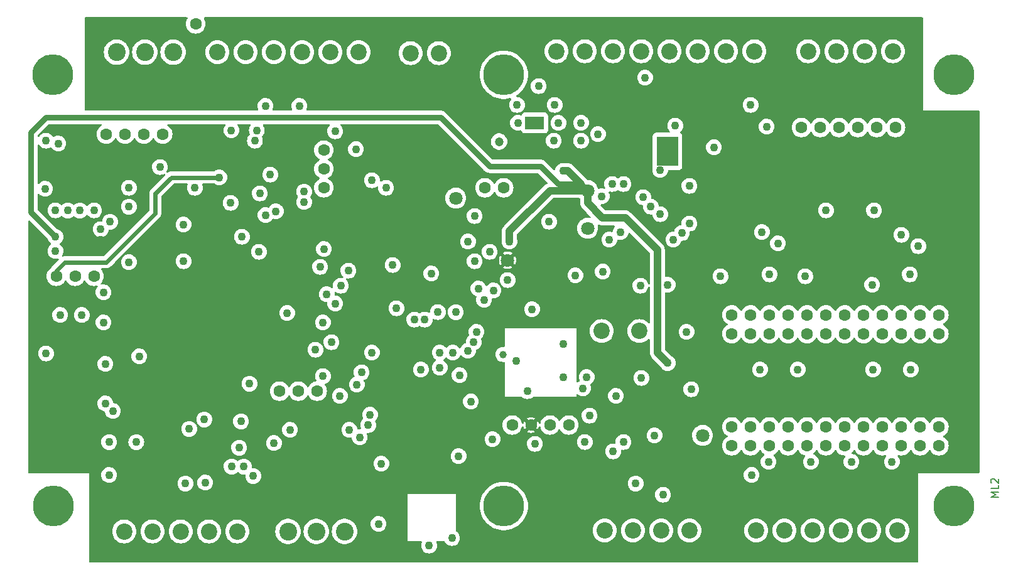
<source format=gbr>
%TF.GenerationSoftware,KiCad,Pcbnew,7.0.8*%
%TF.CreationDate,2024-06-23T22:33:45+02:00*%
%TF.ProjectId,Stima V4 Slave R1_1,5374696d-6120-4563-9420-536c61766520,rev?*%
%TF.SameCoordinates,Original*%
%TF.FileFunction,Copper,L3,Inr*%
%TF.FilePolarity,Positive*%
%FSLAX46Y46*%
G04 Gerber Fmt 4.6, Leading zero omitted, Abs format (unit mm)*
G04 Created by KiCad (PCBNEW 7.0.8) date 2024-06-23 22:33:45*
%MOMM*%
%LPD*%
G01*
G04 APERTURE LIST*
%ADD10C,0.150000*%
%TA.AperFunction,NonConductor*%
%ADD11C,0.150000*%
%TD*%
%TA.AperFunction,ComponentPad*%
%ADD12C,2.200000*%
%TD*%
%TA.AperFunction,ComponentPad*%
%ADD13C,0.600000*%
%TD*%
%TA.AperFunction,ComponentPad*%
%ADD14R,3.000000X4.000000*%
%TD*%
%TA.AperFunction,ComponentPad*%
%ADD15R,2.600000X1.800000*%
%TD*%
%TA.AperFunction,ComponentPad*%
%ADD16C,1.600000*%
%TD*%
%TA.AperFunction,ComponentPad*%
%ADD17C,1.200000*%
%TD*%
%TA.AperFunction,ComponentPad*%
%ADD18C,2.400000*%
%TD*%
%TA.AperFunction,ComponentPad*%
%ADD19C,1.800000*%
%TD*%
%TA.AperFunction,ComponentPad*%
%ADD20C,5.500000*%
%TD*%
%TA.AperFunction,ViaPad*%
%ADD21C,1.100000*%
%TD*%
%TA.AperFunction,ViaPad*%
%ADD22C,1.600000*%
%TD*%
%TA.AperFunction,ViaPad*%
%ADD23C,1.000000*%
%TD*%
%TA.AperFunction,Conductor*%
%ADD24C,0.600000*%
%TD*%
%TA.AperFunction,Conductor*%
%ADD25C,1.000000*%
%TD*%
%TA.AperFunction,Conductor*%
%ADD26C,0.800000*%
%TD*%
G04 APERTURE END LIST*
D10*
D11*
X215172919Y-132879580D02*
X214172919Y-132879580D01*
X214172919Y-132879580D02*
X214887204Y-132546247D01*
X214887204Y-132546247D02*
X214172919Y-132212914D01*
X214172919Y-132212914D02*
X215172919Y-132212914D01*
X215172919Y-131260533D02*
X215172919Y-131736723D01*
X215172919Y-131736723D02*
X214172919Y-131736723D01*
X214268157Y-130974818D02*
X214220538Y-130927199D01*
X214220538Y-130927199D02*
X214172919Y-130831961D01*
X214172919Y-130831961D02*
X214172919Y-130593866D01*
X214172919Y-130593866D02*
X214220538Y-130498628D01*
X214220538Y-130498628D02*
X214268157Y-130451009D01*
X214268157Y-130451009D02*
X214363395Y-130403390D01*
X214363395Y-130403390D02*
X214458633Y-130403390D01*
X214458633Y-130403390D02*
X214601490Y-130451009D01*
X214601490Y-130451009D02*
X215172919Y-131022437D01*
X215172919Y-131022437D02*
X215172919Y-130403390D01*
D12*
%TO.N,N/C*%
%TO.C,*%
X161710700Y-110488400D03*
X166790700Y-110488400D03*
%TD*%
D13*
%TO.N,+12V*%
%TO.C,U16*%
X171440100Y-87776600D03*
X171440100Y-86252600D03*
X171440100Y-84728600D03*
X170551100Y-87776600D03*
D14*
X170551100Y-86252600D03*
D13*
X170551100Y-84728600D03*
X169662100Y-87776600D03*
X169662100Y-86252600D03*
X169662100Y-84728600D03*
%TD*%
%TO.N,GND*%
%TO.C,U19*%
X151783100Y-82929600D03*
X152672100Y-82929600D03*
X153561100Y-82929600D03*
X151783100Y-82421600D03*
D15*
X152672100Y-82421600D03*
D13*
X153561100Y-82421600D03*
X151783100Y-81913600D03*
X152672100Y-81913600D03*
X153561100Y-81913600D03*
%TD*%
D16*
%TO.N,Net-(JP35-Pad1)*%
%TO.C,JP35*%
X198793100Y-83032600D03*
%TO.N,Net-(JP35-Pad2)*%
X201333100Y-83032600D03*
%TD*%
%TO.N,Net-(JP34-Pad1)*%
%TO.C,JP34*%
X193713100Y-83032600D03*
%TO.N,Net-(JP34-Pad2)*%
X196253100Y-83032600D03*
%TD*%
%TO.N,Net-(JP33-Pad2)*%
%TO.C,JP33*%
X191173100Y-83032600D03*
%TO.N,Net-(JP33-Pad1)*%
X188633100Y-83032600D03*
%TD*%
%TO.N,+5V*%
%TO.C,JP32*%
X148501100Y-91160600D03*
%TO.N,Net-(JP32-Pad2)*%
X145961100Y-91160600D03*
%TD*%
%TO.N,AGND*%
%TO.C,JP31*%
X179235100Y-108305600D03*
%TO.N,Net-(JP31-Pad2)*%
X179235100Y-110845600D03*
%TD*%
%TO.N,AGND*%
%TO.C,JP30*%
X181775100Y-108305600D03*
%TO.N,Net-(JP30-Pad2)*%
X181775100Y-110845600D03*
%TD*%
%TO.N,AGND*%
%TO.C,JP29*%
X184315100Y-108305600D03*
%TO.N,Net-(JP29-Pad2)*%
X184315100Y-110845600D03*
%TD*%
%TO.N,Net-(FIL14-O)*%
%TO.C,JP28*%
X179235100Y-125958600D03*
%TO.N,Net-(JP28-Pad2)*%
X179235100Y-123418600D03*
%TD*%
%TO.N,Net-(FIL14-O)*%
%TO.C,JP27*%
X181775100Y-125958600D03*
%TO.N,Net-(JP27-Pad2)*%
X181775100Y-123418600D03*
%TD*%
%TO.N,Net-(FIL14-O)*%
%TO.C,JP26*%
X184315100Y-125958600D03*
%TO.N,Net-(JP26-Pad2)*%
X184315100Y-123418600D03*
%TD*%
%TO.N,AGND*%
%TO.C,JP25*%
X186855100Y-108305600D03*
%TO.N,Net-(JP25-Pad2)*%
X186855100Y-110845600D03*
%TD*%
%TO.N,AGND*%
%TO.C,JP24*%
X189395100Y-108305600D03*
%TO.N,Net-(JP24-Pad2)*%
X189395100Y-110845600D03*
%TD*%
%TO.N,Net-(JP23-Pad2)*%
%TO.C,JP23*%
X191935100Y-110845600D03*
%TO.N,AGND*%
X191935100Y-108305600D03*
%TD*%
%TO.N,Net-(FIL13-O)*%
%TO.C,JP22*%
X186855100Y-125958600D03*
%TO.N,Net-(JP22-Pad2)*%
X186855100Y-123418600D03*
%TD*%
%TO.N,Net-(FIL13-O)*%
%TO.C,JP21*%
X189395100Y-125958600D03*
%TO.N,Net-(JP21-Pad2)*%
X189395100Y-123418600D03*
%TD*%
%TO.N,Net-(FIL13-O)*%
%TO.C,JP20*%
X191935100Y-125958600D03*
%TO.N,Net-(JP20-Pad2)*%
X191935100Y-123418600D03*
%TD*%
%TO.N,AGND*%
%TO.C,JP19*%
X194475100Y-108305600D03*
%TO.N,Net-(JP19-Pad2)*%
X194475100Y-110845600D03*
%TD*%
%TO.N,AGND*%
%TO.C,JP18*%
X197015100Y-108305600D03*
%TO.N,Net-(JP18-Pad2)*%
X197015100Y-110845600D03*
%TD*%
%TO.N,AGND*%
%TO.C,JP17*%
X199555100Y-108305600D03*
%TO.N,Net-(JP17-Pad2)*%
X199555100Y-110845600D03*
%TD*%
%TO.N,Net-(FIL12-O)*%
%TO.C,JP16*%
X194475100Y-125958600D03*
%TO.N,Net-(JP16-Pad2)*%
X194475100Y-123418600D03*
%TD*%
%TO.N,Net-(FIL12-O)*%
%TO.C,JP15*%
X197015100Y-125958600D03*
%TO.N,Net-(JP15-Pad2)*%
X197015100Y-123418600D03*
%TD*%
%TO.N,Net-(FIL12-O)*%
%TO.C,JP14*%
X199555100Y-125958600D03*
%TO.N,Net-(JP14-Pad2)*%
X199555100Y-123418600D03*
%TD*%
%TO.N,AGND*%
%TO.C,JP13*%
X202095100Y-108305600D03*
%TO.N,Net-(JP13-Pad2)*%
X202095100Y-110845600D03*
%TD*%
%TO.N,AGND*%
%TO.C,JP12*%
X204635100Y-108305600D03*
%TO.N,Net-(JP12-Pad2)*%
X204635100Y-110845600D03*
%TD*%
%TO.N,AGND*%
%TO.C,JP11*%
X207175100Y-108305600D03*
%TO.N,Net-(JP11-Pad2)*%
X207175100Y-110845600D03*
%TD*%
%TO.N,Net-(FIL11-O)*%
%TO.C,JP10*%
X202095100Y-125958600D03*
%TO.N,Net-(JP10-Pad2)*%
X202095100Y-123418600D03*
%TD*%
%TO.N,Net-(FIL11-O)*%
%TO.C,JP9*%
X204635100Y-125958600D03*
%TO.N,Net-(JP9-Pad2)*%
X204635100Y-123418600D03*
%TD*%
%TO.N,Net-(FIL11-O)*%
%TO.C,JP8*%
X207175100Y-125958600D03*
%TO.N,Net-(JP8-Pad2)*%
X207175100Y-123418600D03*
%TD*%
%TO.N,+5VS*%
%TO.C,JP7*%
X93256100Y-103098600D03*
%TO.N,Net-(U14-VCCB)*%
X90716100Y-103098600D03*
%TO.N,+3V3_I2C*%
X88176100Y-103098600D03*
%TD*%
%TO.N,+5V_I2C*%
%TO.C,JP6*%
X124244100Y-86080600D03*
%TO.N,Net-(U6-VCCB)*%
X124244100Y-88620600D03*
%TO.N,+3V3_I2C*%
X124244100Y-91160600D03*
%TD*%
%TO.N,Net-(JP5-Pad1)*%
%TO.C,JP5*%
X102527100Y-83921600D03*
%TO.N,/Stima V4 Slave_I2C&Can R1_1/CANL*%
X99987100Y-83921600D03*
%TD*%
%TO.N,/Stima V4 Slave_I2C&Can R1_1/CANH*%
%TO.C,JP4*%
X97447100Y-83921600D03*
%TO.N,Net-(JP4-Pad2)*%
X94907100Y-83921600D03*
%TD*%
%TO.N,Net-(U1-VBAT)*%
%TO.C,JP3*%
X154724100Y-123164600D03*
%TO.N,Net-(JP3-Pad2)*%
X157264100Y-123164600D03*
%TD*%
%TO.N,Net-(U1-PH3{slash}BOOT0)*%
%TO.C,JP2*%
X149644100Y-123164600D03*
%TO.N,+3V3*%
X152184100Y-123164600D03*
%TD*%
%TO.N,Net-(J1-Pad6)*%
%TO.C,JP1*%
X118275100Y-118592600D03*
%TO.N,/Stima V4 Slave_Cpu R1_1/RXD1*%
X120815100Y-118592600D03*
%TO.N,RXD*%
X123355100Y-118592600D03*
%TD*%
D12*
%TO.N,Net-(D1-A)*%
%TO.C,J12*%
X135928100Y-72999600D03*
%TO.N,EGND*%
X139738100Y-72999600D03*
%TD*%
D17*
%TO.N,Net-(DL1-K)*%
%TO.C,J11*%
X147866100Y-84937600D03*
%TD*%
D12*
%TO.N,EGND*%
%TO.C,J10*%
X155613100Y-72745600D03*
%TO.N,+12VS_1*%
X159423100Y-72745600D03*
%TO.N,EGND*%
X163233100Y-72745600D03*
%TO.N,+12VS_2*%
X167043100Y-72745600D03*
%TO.N,EGND*%
X170853100Y-72745600D03*
%TO.N,+12VS_3*%
X174663100Y-72745600D03*
%TO.N,EGND*%
X178473100Y-72745600D03*
%TO.N,+12VS_4*%
X182283100Y-72745600D03*
%TD*%
%TO.N,EGND*%
%TO.C,J9*%
X173520100Y-137388600D03*
%TO.N,+3V3S*%
X169710100Y-137388600D03*
%TO.N,+5VS*%
X165900100Y-137388600D03*
%TO.N,EGND*%
X162090100Y-137388600D03*
%TD*%
%TO.N,EGND*%
%TO.C,J8*%
X201587100Y-137388600D03*
%TO.N,/Stima V4 Slave_Input R1_1/AIN1*%
X197777100Y-137388600D03*
%TO.N,/Stima V4 Slave_Input R1_1/AIN2*%
X193967100Y-137388600D03*
%TO.N,/Stima V4 Slave_Input R1_1/AIN3*%
X190157100Y-137388600D03*
%TO.N,/Stima V4 Slave_Input R1_1/AIN4*%
X186347100Y-137388600D03*
%TO.N,EGND*%
X182537100Y-137388600D03*
%TD*%
%TO.N,/Stima V4 Slave_Input R1_1/DIN0*%
%TO.C,J7*%
X189522100Y-72745600D03*
%TO.N,/Stima V4 Slave_Input R1_1/DIN1*%
X193332100Y-72745600D03*
%TO.N,/Stima V4 Slave_Input R1_1/DIN2*%
X197142100Y-72745600D03*
%TO.N,EGND*%
X200952100Y-72745600D03*
%TD*%
%TO.N,Net-(FIL7-Pad2)*%
%TO.C,J5*%
X112560100Y-137515600D03*
%TO.N,Net-(FIL4-Pad2)*%
X108750100Y-137515600D03*
%TO.N,Net-(FIL6-Pad2)*%
X104940100Y-137515600D03*
%TO.N,Net-(FIL5-Pad2)*%
X101130100Y-137515600D03*
%TO.N,EGND*%
X97320100Y-137515600D03*
%TD*%
D18*
%TO.N,Net-(DZ6-K)*%
%TO.C,J4*%
X127038100Y-137515600D03*
%TO.N,Net-(DZ7-K)*%
X123228100Y-137515600D03*
%TO.N,EGND*%
X119418100Y-137515600D03*
%TD*%
%TO.N,/Stima V4 Slave_I2C&Can R1_1/CANH*%
%TO.C,J3*%
X96304100Y-72872600D03*
%TO.N,/Stima V4 Slave_I2C&Can R1_1/CANL*%
X100114100Y-72872600D03*
%TO.N,EGND*%
X103924100Y-72872600D03*
%TD*%
D12*
%TO.N,EGND*%
%TO.C,J2*%
X109893100Y-72872600D03*
%TO.N,Net-(U5-DSDAM)*%
X113703100Y-72872600D03*
%TO.N,/Stima V4 Slave_I2C&Can R1_1/SDA*%
X117513100Y-72872600D03*
%TO.N,Net-(U5-DSCLM)*%
X121323100Y-72872600D03*
%TO.N,/Stima V4 Slave_I2C&Can R1_1/SCL*%
X125133100Y-72872600D03*
%TO.N,+12VS_4*%
X128943100Y-72872600D03*
%TD*%
D19*
%TO.N,GND*%
%TO.C,GND1*%
X159804100Y-96621600D03*
%TD*%
D20*
%TO.N,unconnected-(A6-A-Pad1)*%
%TO.C,A6*%
X148501100Y-75920600D03*
%TD*%
%TO.N,unconnected-(A5-A-Pad1)*%
%TO.C,A5*%
X148501100Y-134086600D03*
%TD*%
%TO.N,unconnected-(A4-A-Pad1)*%
%TO.C,A4*%
X87668100Y-75920600D03*
%TD*%
%TO.N,unconnected-(A3-A-Pad1)*%
%TO.C,A3*%
X87795100Y-134086600D03*
%TD*%
%TO.N,unconnected-(A2-A-Pad1)*%
%TO.C,A2*%
X209207100Y-134086600D03*
%TD*%
%TO.N,unconnected-(A1-A-Pad1)*%
%TO.C,A1*%
X209207100Y-75920600D03*
%TD*%
D19*
%TO.N,+12V*%
%TO.C,+12V1*%
X142024100Y-92557600D03*
%TD*%
%TO.N,+5V*%
%TO.C,+5V1*%
X159804100Y-91541600D03*
%TD*%
%TO.N,+3V3S*%
%TO.C,+3V3S1*%
X175298100Y-124561600D03*
%TD*%
%TO.N,+3V3*%
%TO.C,+3V3*%
X149009100Y-100939600D03*
%TD*%
D21*
%TO.N,+3V3_I2C*%
X110147100Y-89763600D03*
X117005100Y-89382600D03*
%TO.N,+3V3*%
X173774100Y-120243600D03*
X114465100Y-121532360D03*
X148247100Y-120878600D03*
X86779100Y-118084600D03*
X103162100Y-96240600D03*
X146215100Y-96005360D03*
X129345150Y-109956600D03*
X152819100Y-102336600D03*
X140500100Y-121259600D03*
X137198100Y-98037360D03*
X135801100Y-104622600D03*
X157010100Y-103987600D03*
X133642100Y-117449600D03*
X184950100Y-90398600D03*
X94145100Y-98145600D03*
X133896100Y-138042360D03*
X142786100Y-136499600D03*
%TO.N,+5V_I2C*%
X120942100Y-80111600D03*
X125768100Y-83540600D03*
%TO.N,+5VA*%
X198158100Y-104241600D03*
X189141100Y-103098600D03*
X170599100Y-104241600D03*
X177711100Y-103098600D03*
%TO.N,+5VS*%
X169964100Y-132562600D03*
X166281100Y-131057360D03*
%TO.N,+5V*%
X164630100Y-125450600D03*
X149263100Y-98399600D03*
X170599100Y-114801360D03*
X153200100Y-77444600D03*
X88049100Y-97783360D03*
X156502100Y-88874600D03*
%TO.N,+12VS_1*%
X167551100Y-76301600D03*
%TO.N,+12VS_4*%
X181775100Y-79984600D03*
%TO.N,+12V*%
X169583100Y-88747600D03*
X115481100Y-99796600D03*
X171615100Y-82778600D03*
X132626100Y-91160600D03*
X97955100Y-101193600D03*
X97955100Y-93719360D03*
%TO.N,/Stima V4 Slave_Cpu R1_1/-RESET*%
X127546100Y-102336600D03*
X128689100Y-117703600D03*
%TO.N,AGND*%
X181902100Y-129895600D03*
X203238100Y-102844600D03*
X184315100Y-102844600D03*
X161836100Y-102463600D03*
X152311100Y-107543600D03*
%TO.N,/Stima V4 Slave_I2C&Can R1_1/CANL*%
X97955100Y-91160600D03*
%TO.N,EGND*%
X184188100Y-128117600D03*
X195364100Y-128117600D03*
D22*
X106972100Y-69062600D03*
D21*
X102146100Y-88366600D03*
X99352100Y-113893600D03*
X200825100Y-128117600D03*
X189903100Y-128117600D03*
%TO.N,/Stima V4 Slave_Cpu R1_1/F_I{slash}O0*%
X144564100Y-94970600D03*
X138722100Y-102717600D03*
%TO.N,/Stima V4 Slave_Cpu R1_1/F_SCK*%
X145072100Y-104749600D03*
X143675100Y-98418360D03*
%TO.N,GND*%
X95288100Y-129914360D03*
X91351100Y-94227360D03*
X131991100Y-128371600D03*
X89700100Y-94227360D03*
X86779100Y-113512600D03*
X88049100Y-94208600D03*
X150406100Y-82397600D03*
X183934100Y-82905600D03*
X158915100Y-84810600D03*
X166916100Y-104368600D03*
X173139100Y-110591600D03*
X106845100Y-91160600D03*
X138440100Y-139420600D03*
X98952340Y-125469360D03*
X152692100Y-125704600D03*
X86779100Y-84810600D03*
X129070100Y-124815600D03*
X156502100Y-116687600D03*
X156502100Y-112242600D03*
X173774100Y-118338600D03*
X128562100Y-85953600D03*
X117513100Y-125596360D03*
X163233100Y-126720600D03*
X191935100Y-94208600D03*
X131610100Y-136499600D03*
X149009100Y-103606600D03*
X95288100Y-125469360D03*
X93256100Y-94208600D03*
X168821100Y-124561600D03*
X129324100Y-116052600D03*
X113068100Y-122675360D03*
X123736100Y-101828600D03*
X155232100Y-84810600D03*
X150152100Y-114528600D03*
X95415100Y-95751360D03*
X159677100Y-116687600D03*
X116370100Y-80111600D03*
X146596100Y-99796600D03*
X144056100Y-119989600D03*
X158153100Y-102971600D03*
X154597100Y-95732600D03*
X198412100Y-94208600D03*
X155867100Y-82416360D03*
X88049100Y-99688360D03*
X158915100Y-82397600D03*
X133515100Y-101574600D03*
X167297100Y-92430600D03*
%TO.N,I2C1_SCL*%
X141516100Y-138404600D03*
X142405100Y-127355600D03*
%TO.N,IN0*%
X173520100Y-95986600D03*
X139611100Y-107924600D03*
%TO.N,IN1*%
X172504100Y-97256600D03*
X139865100Y-113385600D03*
%TO.N,IN2*%
X142532100Y-116433600D03*
X171361100Y-98145600D03*
%TO.N,Net-(U1-VBAT)*%
X151676100Y-118592600D03*
%TO.N,Net-(U4-CANH)*%
X88430100Y-85191600D03*
X86652100Y-91306360D03*
%TO.N,Net-(U14-VCCB)*%
X94526100Y-109321600D03*
X94526100Y-105257600D03*
%TO.N,Net-(DZ9-K)*%
X203365100Y-115671600D03*
X204381100Y-99034600D03*
%TO.N,Net-(DZ11-K)*%
X202095100Y-97510600D03*
X198285100Y-115671600D03*
%TO.N,Net-(DZ13-K)*%
X188125100Y-115671600D03*
X185458100Y-98653600D03*
%TO.N,Net-(DZ15-K)*%
X183299100Y-97129600D03*
X183045100Y-115671600D03*
%TO.N,Net-(U16-GND)*%
X173520100Y-90906600D03*
X176822100Y-85699600D03*
%TO.N,IS*%
X162725100Y-98145600D03*
X145834100Y-106273600D03*
%TO.N,Net-(FIL15-I)*%
X163614100Y-119227600D03*
X159423100Y-125450600D03*
%TO.N,Net-(U19-BIAS)*%
X150279100Y-79984600D03*
X155359100Y-79984600D03*
%TO.N,Net-(U10-RIN1)*%
X105575100Y-131057360D03*
X106083100Y-123691360D03*
%TO.N,Net-(U10-DO1)*%
X108115100Y-122421360D03*
X108242100Y-130930360D03*
%TO.N,Net-(J1-Pad6)*%
X119291100Y-108051600D03*
%TO.N,Net-(U14-B1Y)*%
X88684100Y-108324360D03*
X91605100Y-108324360D03*
%TO.N,RXD*%
X119672100Y-123799600D03*
%TO.N,Net-(JP3-Pad2)*%
X159169100Y-118211600D03*
%TO.N,I2C2_SCL*%
X116370100Y-94843600D03*
X115608100Y-91922600D03*
X114950100Y-84810600D03*
%TO.N,I2C2_SDA*%
X113195100Y-97764600D03*
X111775100Y-83413600D03*
X111671100Y-93192600D03*
%TO.N,DEN*%
X142024100Y-107943360D03*
X164249100Y-97129600D03*
%TO.N,DSEL0*%
X147104100Y-105003600D03*
X161709100Y-92303600D03*
%TO.N,DSEL1*%
X161201100Y-83921600D03*
X144818100Y-110591600D03*
%TO.N,PW0*%
X163106100Y-90652600D03*
X144437100Y-111988600D03*
%TO.N,PW1*%
X164630100Y-90652600D03*
X143675100Y-113131600D03*
%TO.N,PW2*%
X168313100Y-93700600D03*
X141643100Y-113385600D03*
%TO.N,PW3*%
X139865100Y-115417600D03*
X169583100Y-94716600D03*
%TO.N,232_CTS*%
X111798100Y-128771360D03*
X136436100Y-108940600D03*
%TO.N,232_RTS*%
X113449100Y-128771360D03*
X137833100Y-108940600D03*
%TO.N,232_TX*%
X134023100Y-107416600D03*
X112814100Y-126231360D03*
%TO.N,232_RX*%
X137325100Y-115671600D03*
X114719100Y-130041360D03*
%TO.N,SPI_SCK*%
X144564100Y-101066600D03*
X130721100Y-113385600D03*
%TO.N,I2C2_EN*%
X94780100Y-114928360D03*
X114211100Y-117595360D03*
X115204100Y-83413600D03*
X117767100Y-94335600D03*
X94780100Y-120262360D03*
%TO.N,EN_CAN*%
X94145100Y-96748600D03*
X95796100Y-121278360D03*
%TO.N,EN_SPLY*%
X130721100Y-90144600D03*
X105321100Y-101066600D03*
X130467100Y-121767600D03*
X105321100Y-96113600D03*
X124244100Y-99415600D03*
%TO.N,EN_5VA*%
X160058100Y-121894600D03*
X167043100Y-116814600D03*
%TO.N,/Stima V4 Slave_Cpu R1_1/RXD1*%
X123101100Y-113004600D03*
%TO.N,/Stima V4 Slave_I2C&Can R1_1/SCL*%
X121577100Y-91687360D03*
%TO.N,/Stima V4 Slave_I2C&Can R1_1/SDA*%
X121577100Y-93084360D03*
%TO.N,/Stima V4 Slave_Cpu R1_1/SWCLK*%
X126403100Y-119227600D03*
X125768100Y-106781600D03*
%TO.N,/Stima V4 Slave_Cpu R1_1/SWDIO*%
X124117100Y-116560600D03*
X124117100Y-109321600D03*
%TO.N,/Stima V4 Slave_Cpu R1_1/SWO*%
X130213100Y-123164600D03*
X126530100Y-104368600D03*
%TO.N,TXD*%
X125260100Y-111988600D03*
X127673100Y-123799600D03*
X124625100Y-105511600D03*
D23*
%TO.N,Net-(U1-PH0{slash}OSC_IN)*%
X148374100Y-113639600D03*
D21*
X146977100Y-125069600D03*
%TD*%
D24*
%TO.N,+3V3_I2C*%
X88176100Y-103098600D02*
X88176100Y-102355360D01*
X89319100Y-101212360D02*
X94907100Y-101212360D01*
X101511100Y-91941360D02*
X103688860Y-89763600D01*
X103688860Y-89763600D02*
X110147100Y-89763600D01*
X94907100Y-101212360D02*
X101511100Y-94608360D01*
X101511100Y-94608360D02*
X101511100Y-91941360D01*
X88176100Y-102355360D02*
X89319100Y-101212360D01*
D25*
%TO.N,+5V*%
X149263100Y-97021360D02*
X154742860Y-91541600D01*
D26*
X139992100Y-81654360D02*
X146596100Y-88258360D01*
D25*
X164884100Y-95224600D02*
X169202100Y-99542600D01*
D26*
X86779100Y-81654360D02*
X139992100Y-81654360D01*
D25*
X169202100Y-113404360D02*
X170599100Y-114801360D01*
D26*
X146596100Y-88258360D02*
X153454100Y-88258360D01*
X155867100Y-90671360D02*
X158933860Y-90671360D01*
D25*
X156502100Y-88874600D02*
X157137100Y-88874600D01*
X169202100Y-113404360D02*
X169202100Y-99542600D01*
D26*
X84747100Y-94481360D02*
X84747100Y-83686360D01*
D25*
X161817340Y-95224600D02*
X164884100Y-95224600D01*
X149263100Y-98399600D02*
X149263100Y-97021360D01*
D26*
X158933860Y-90671360D02*
X159804100Y-91541600D01*
D25*
X157137100Y-88874600D02*
X158933860Y-90671360D01*
D26*
X84747100Y-94481360D02*
X88049100Y-97783360D01*
X153454100Y-88258360D02*
X155867100Y-90671360D01*
X84747100Y-83686360D02*
X86779100Y-81654360D01*
D25*
X159804100Y-93211360D02*
X159804100Y-91541600D01*
X154742860Y-91541600D02*
X159804100Y-91541600D01*
X159804100Y-93211360D02*
X161817340Y-95224600D01*
%TD*%
%TA.AperFunction,Conductor*%
%TO.N,+3V3*%
G36*
X105831290Y-68185785D02*
G01*
X105877045Y-68238589D01*
X105886989Y-68307747D01*
X105865825Y-68361224D01*
X105834581Y-68405844D01*
X105834575Y-68405854D01*
X105737818Y-68613350D01*
X105737814Y-68613361D01*
X105678557Y-68834510D01*
X105678556Y-68834518D01*
X105658602Y-69062598D01*
X105658602Y-69062601D01*
X105678556Y-69290681D01*
X105678557Y-69290689D01*
X105737814Y-69511838D01*
X105737818Y-69511849D01*
X105834575Y-69719345D01*
X105834577Y-69719349D01*
X105965902Y-69906900D01*
X106127800Y-70068798D01*
X106315351Y-70200123D01*
X106440191Y-70258336D01*
X106522850Y-70296881D01*
X106522852Y-70296881D01*
X106522857Y-70296884D01*
X106744013Y-70356143D01*
X106906932Y-70370396D01*
X106972098Y-70376098D01*
X106972100Y-70376098D01*
X106972102Y-70376098D01*
X107029121Y-70371109D01*
X107200187Y-70356143D01*
X107421343Y-70296884D01*
X107628849Y-70200123D01*
X107816400Y-70068798D01*
X107978298Y-69906900D01*
X108109623Y-69719349D01*
X108206384Y-69511843D01*
X108265643Y-69290687D01*
X108285598Y-69062600D01*
X108265643Y-68834513D01*
X108206384Y-68613357D01*
X108109623Y-68405851D01*
X108078375Y-68361224D01*
X108056047Y-68295018D01*
X108073057Y-68227251D01*
X108124004Y-68179437D01*
X108179949Y-68166100D01*
X204892100Y-68166100D01*
X204959139Y-68185785D01*
X205004894Y-68238589D01*
X205016100Y-68290100D01*
X205016100Y-80619600D01*
X205143100Y-80746600D01*
X212512100Y-80746600D01*
X212579139Y-80766285D01*
X212624894Y-80819089D01*
X212636100Y-80870600D01*
X212636100Y-129517600D01*
X212616415Y-129584639D01*
X212563611Y-129630394D01*
X212512100Y-129641600D01*
X204381100Y-129641600D01*
X204381100Y-141582600D01*
X204361415Y-141649639D01*
X204308611Y-141695394D01*
X204257100Y-141706600D01*
X92745100Y-141706600D01*
X92678061Y-141686915D01*
X92632306Y-141634111D01*
X92621100Y-141582600D01*
X92621100Y-137515600D01*
X95706626Y-137515600D01*
X95726491Y-137768006D01*
X95785595Y-138014193D01*
X95882483Y-138248102D01*
X96014768Y-138463970D01*
X96014769Y-138463972D01*
X96014770Y-138463974D01*
X96014772Y-138463976D01*
X96179202Y-138656498D01*
X96371724Y-138820928D01*
X96380353Y-138826216D01*
X96587597Y-138953216D01*
X96821506Y-139050104D01*
X96821507Y-139050104D01*
X96821509Y-139050105D01*
X97067697Y-139109209D01*
X97320100Y-139129074D01*
X97572503Y-139109209D01*
X97818691Y-139050105D01*
X98052602Y-138953216D01*
X98268476Y-138820928D01*
X98460998Y-138656498D01*
X98625428Y-138463976D01*
X98757716Y-138248102D01*
X98854605Y-138014191D01*
X98913709Y-137768003D01*
X98933574Y-137515600D01*
X99516626Y-137515600D01*
X99536491Y-137768006D01*
X99595595Y-138014193D01*
X99692483Y-138248102D01*
X99824768Y-138463970D01*
X99824769Y-138463972D01*
X99824770Y-138463974D01*
X99824772Y-138463976D01*
X99989202Y-138656498D01*
X100181724Y-138820928D01*
X100190353Y-138826216D01*
X100397597Y-138953216D01*
X100631506Y-139050104D01*
X100631507Y-139050104D01*
X100631509Y-139050105D01*
X100877697Y-139109209D01*
X101130100Y-139129074D01*
X101382503Y-139109209D01*
X101628691Y-139050105D01*
X101862602Y-138953216D01*
X102078476Y-138820928D01*
X102270998Y-138656498D01*
X102435428Y-138463976D01*
X102567716Y-138248102D01*
X102664605Y-138014191D01*
X102723709Y-137768003D01*
X102743574Y-137515600D01*
X103326626Y-137515600D01*
X103346491Y-137768006D01*
X103405595Y-138014193D01*
X103502483Y-138248102D01*
X103634768Y-138463970D01*
X103634769Y-138463972D01*
X103634770Y-138463974D01*
X103634772Y-138463976D01*
X103799202Y-138656498D01*
X103991724Y-138820928D01*
X104000353Y-138826216D01*
X104207597Y-138953216D01*
X104441506Y-139050104D01*
X104441507Y-139050104D01*
X104441509Y-139050105D01*
X104687697Y-139109209D01*
X104940100Y-139129074D01*
X105192503Y-139109209D01*
X105438691Y-139050105D01*
X105672602Y-138953216D01*
X105888476Y-138820928D01*
X106080998Y-138656498D01*
X106245428Y-138463976D01*
X106377716Y-138248102D01*
X106474605Y-138014191D01*
X106533709Y-137768003D01*
X106553574Y-137515600D01*
X107136626Y-137515600D01*
X107156491Y-137768006D01*
X107215595Y-138014193D01*
X107312483Y-138248102D01*
X107444768Y-138463970D01*
X107444769Y-138463972D01*
X107444770Y-138463974D01*
X107444772Y-138463976D01*
X107609202Y-138656498D01*
X107801724Y-138820928D01*
X107810353Y-138826216D01*
X108017597Y-138953216D01*
X108251506Y-139050104D01*
X108251507Y-139050104D01*
X108251509Y-139050105D01*
X108497697Y-139109209D01*
X108750100Y-139129074D01*
X109002503Y-139109209D01*
X109248691Y-139050105D01*
X109482602Y-138953216D01*
X109698476Y-138820928D01*
X109890998Y-138656498D01*
X110055428Y-138463976D01*
X110187716Y-138248102D01*
X110284605Y-138014191D01*
X110343709Y-137768003D01*
X110363574Y-137515600D01*
X110946626Y-137515600D01*
X110966491Y-137768006D01*
X111025595Y-138014193D01*
X111122483Y-138248102D01*
X111254768Y-138463970D01*
X111254769Y-138463972D01*
X111254770Y-138463974D01*
X111254772Y-138463976D01*
X111419202Y-138656498D01*
X111611724Y-138820928D01*
X111620353Y-138826216D01*
X111827597Y-138953216D01*
X112061506Y-139050104D01*
X112061507Y-139050104D01*
X112061509Y-139050105D01*
X112307697Y-139109209D01*
X112560100Y-139129074D01*
X112812503Y-139109209D01*
X113058691Y-139050105D01*
X113292602Y-138953216D01*
X113508476Y-138820928D01*
X113700998Y-138656498D01*
X113865428Y-138463976D01*
X113997716Y-138248102D01*
X114094605Y-138014191D01*
X114153709Y-137768003D01*
X114173574Y-137515604D01*
X117704809Y-137515604D01*
X117723943Y-137770943D01*
X117723944Y-137770948D01*
X117780922Y-138020587D01*
X117780924Y-138020596D01*
X117780926Y-138020601D01*
X117874478Y-138258969D01*
X118002513Y-138480731D01*
X118107276Y-138612100D01*
X118162172Y-138680938D01*
X118339371Y-138845353D01*
X118349881Y-138855105D01*
X118561455Y-138999354D01*
X118561460Y-138999356D01*
X118561461Y-138999357D01*
X118561462Y-138999358D01*
X118683990Y-139058364D01*
X118792161Y-139110456D01*
X118792162Y-139110456D01*
X118792165Y-139110458D01*
X119036857Y-139185935D01*
X119036858Y-139185935D01*
X119036861Y-139185936D01*
X119290058Y-139224099D01*
X119290063Y-139224099D01*
X119290066Y-139224100D01*
X119290067Y-139224100D01*
X119546133Y-139224100D01*
X119546134Y-139224100D01*
X119546141Y-139224099D01*
X119799338Y-139185936D01*
X119799339Y-139185935D01*
X119799343Y-139185935D01*
X120044035Y-139110458D01*
X120274746Y-138999354D01*
X120486319Y-138855105D01*
X120674031Y-138680934D01*
X120833687Y-138480731D01*
X120961722Y-138258969D01*
X121055274Y-138020601D01*
X121112255Y-137770953D01*
X121112476Y-137768003D01*
X121131391Y-137515604D01*
X121514809Y-137515604D01*
X121533943Y-137770943D01*
X121533944Y-137770948D01*
X121590922Y-138020587D01*
X121590924Y-138020596D01*
X121590926Y-138020601D01*
X121684478Y-138258969D01*
X121812513Y-138480731D01*
X121917276Y-138612100D01*
X121972172Y-138680938D01*
X122149371Y-138845353D01*
X122159881Y-138855105D01*
X122371455Y-138999354D01*
X122371460Y-138999356D01*
X122371461Y-138999357D01*
X122371462Y-138999358D01*
X122493990Y-139058364D01*
X122602161Y-139110456D01*
X122602162Y-139110456D01*
X122602165Y-139110458D01*
X122846857Y-139185935D01*
X122846858Y-139185935D01*
X122846861Y-139185936D01*
X123100058Y-139224099D01*
X123100063Y-139224099D01*
X123100066Y-139224100D01*
X123100067Y-139224100D01*
X123356133Y-139224100D01*
X123356134Y-139224100D01*
X123356141Y-139224099D01*
X123609338Y-139185936D01*
X123609339Y-139185935D01*
X123609343Y-139185935D01*
X123854035Y-139110458D01*
X124084746Y-138999354D01*
X124296319Y-138855105D01*
X124484031Y-138680934D01*
X124643687Y-138480731D01*
X124771722Y-138258969D01*
X124865274Y-138020601D01*
X124922255Y-137770953D01*
X124922476Y-137768003D01*
X124941391Y-137515604D01*
X125324809Y-137515604D01*
X125343943Y-137770943D01*
X125343944Y-137770948D01*
X125400922Y-138020587D01*
X125400924Y-138020596D01*
X125400926Y-138020601D01*
X125494478Y-138258969D01*
X125622513Y-138480731D01*
X125727276Y-138612100D01*
X125782172Y-138680938D01*
X125959371Y-138845353D01*
X125969881Y-138855105D01*
X126181455Y-138999354D01*
X126181460Y-138999356D01*
X126181461Y-138999357D01*
X126181462Y-138999358D01*
X126303990Y-139058364D01*
X126412161Y-139110456D01*
X126412162Y-139110456D01*
X126412165Y-139110458D01*
X126656857Y-139185935D01*
X126656858Y-139185935D01*
X126656861Y-139185936D01*
X126910058Y-139224099D01*
X126910063Y-139224099D01*
X126910066Y-139224100D01*
X126910067Y-139224100D01*
X127166133Y-139224100D01*
X127166134Y-139224100D01*
X127166141Y-139224099D01*
X127419338Y-139185936D01*
X127419339Y-139185935D01*
X127419343Y-139185935D01*
X127664035Y-139110458D01*
X127894746Y-138999354D01*
X128106319Y-138855105D01*
X128294031Y-138680934D01*
X128453687Y-138480731D01*
X128581722Y-138258969D01*
X128675274Y-138020601D01*
X128732255Y-137770953D01*
X128732476Y-137768003D01*
X128751391Y-137515604D01*
X128751391Y-137515595D01*
X128732256Y-137260256D01*
X128732255Y-137260251D01*
X128732255Y-137260247D01*
X128675274Y-137010599D01*
X128581722Y-136772231D01*
X128453687Y-136550469D01*
X128413120Y-136499600D01*
X130546478Y-136499600D01*
X130566914Y-136707100D01*
X130589968Y-136783097D01*
X130627441Y-136906631D01*
X130683010Y-137010593D01*
X130725733Y-137090520D01*
X130858005Y-137251694D01*
X130971821Y-137345100D01*
X131019183Y-137383969D01*
X131203069Y-137482259D01*
X131402598Y-137542785D01*
X131610100Y-137563222D01*
X131817602Y-137542785D01*
X132017131Y-137482259D01*
X132201017Y-137383969D01*
X132362194Y-137251694D01*
X132494469Y-137090517D01*
X132592759Y-136906631D01*
X132653285Y-136707102D01*
X132673722Y-136499600D01*
X132653285Y-136292098D01*
X132592759Y-136092569D01*
X132494469Y-135908683D01*
X132442424Y-135845266D01*
X132362194Y-135747505D01*
X132201020Y-135615233D01*
X132201018Y-135615232D01*
X132201017Y-135615231D01*
X132017131Y-135516941D01*
X131917366Y-135486678D01*
X131817600Y-135456414D01*
X131610100Y-135435978D01*
X131402599Y-135456414D01*
X131203066Y-135516942D01*
X131019179Y-135615233D01*
X130858005Y-135747505D01*
X130725733Y-135908679D01*
X130627442Y-136092566D01*
X130566914Y-136292099D01*
X130546478Y-136499600D01*
X128413120Y-136499600D01*
X128294031Y-136350266D01*
X128294030Y-136350265D01*
X128294027Y-136350261D01*
X128143150Y-136210269D01*
X128106319Y-136176095D01*
X127894746Y-136031846D01*
X127894745Y-136031845D01*
X127894738Y-136031841D01*
X127664040Y-135920744D01*
X127664021Y-135920737D01*
X127419348Y-135845266D01*
X127419338Y-135845263D01*
X127166141Y-135807100D01*
X127166134Y-135807100D01*
X126910066Y-135807100D01*
X126910058Y-135807100D01*
X126656861Y-135845263D01*
X126656855Y-135845265D01*
X126412161Y-135920743D01*
X126181462Y-136031841D01*
X126181461Y-136031842D01*
X125969880Y-136176095D01*
X125782172Y-136350261D01*
X125622513Y-136550469D01*
X125494478Y-136772230D01*
X125400928Y-137010593D01*
X125400922Y-137010612D01*
X125343944Y-137260251D01*
X125343943Y-137260256D01*
X125324809Y-137515595D01*
X125324809Y-137515604D01*
X124941391Y-137515604D01*
X124941391Y-137515595D01*
X124922256Y-137260256D01*
X124922255Y-137260251D01*
X124922255Y-137260247D01*
X124865274Y-137010599D01*
X124771722Y-136772231D01*
X124643687Y-136550469D01*
X124484031Y-136350266D01*
X124484030Y-136350265D01*
X124484027Y-136350261D01*
X124333150Y-136210269D01*
X124296319Y-136176095D01*
X124084746Y-136031846D01*
X124084745Y-136031845D01*
X124084738Y-136031841D01*
X123854040Y-135920744D01*
X123854021Y-135920737D01*
X123609348Y-135845266D01*
X123609338Y-135845263D01*
X123356141Y-135807100D01*
X123356134Y-135807100D01*
X123100066Y-135807100D01*
X123100058Y-135807100D01*
X122846861Y-135845263D01*
X122846855Y-135845265D01*
X122602161Y-135920743D01*
X122371462Y-136031841D01*
X122371461Y-136031842D01*
X122159880Y-136176095D01*
X121972172Y-136350261D01*
X121812513Y-136550469D01*
X121684478Y-136772230D01*
X121590928Y-137010593D01*
X121590922Y-137010612D01*
X121533944Y-137260251D01*
X121533943Y-137260256D01*
X121514809Y-137515595D01*
X121514809Y-137515604D01*
X121131391Y-137515604D01*
X121131391Y-137515595D01*
X121112256Y-137260256D01*
X121112255Y-137260251D01*
X121112255Y-137260247D01*
X121055274Y-137010599D01*
X120961722Y-136772231D01*
X120833687Y-136550469D01*
X120674031Y-136350266D01*
X120674030Y-136350265D01*
X120674027Y-136350261D01*
X120523150Y-136210269D01*
X120486319Y-136176095D01*
X120274746Y-136031846D01*
X120274745Y-136031845D01*
X120274738Y-136031841D01*
X120044040Y-135920744D01*
X120044021Y-135920737D01*
X119799348Y-135845266D01*
X119799338Y-135845263D01*
X119546141Y-135807100D01*
X119546134Y-135807100D01*
X119290066Y-135807100D01*
X119290058Y-135807100D01*
X119036861Y-135845263D01*
X119036855Y-135845265D01*
X118792161Y-135920743D01*
X118561462Y-136031841D01*
X118561461Y-136031842D01*
X118349880Y-136176095D01*
X118162172Y-136350261D01*
X118002513Y-136550469D01*
X117874478Y-136772230D01*
X117780928Y-137010593D01*
X117780922Y-137010612D01*
X117723944Y-137260251D01*
X117723943Y-137260256D01*
X117704809Y-137515595D01*
X117704809Y-137515604D01*
X114173574Y-137515604D01*
X114173574Y-137515600D01*
X114153709Y-137263197D01*
X114094605Y-137017009D01*
X114094604Y-137017006D01*
X113997716Y-136783097D01*
X113865431Y-136567229D01*
X113865430Y-136567227D01*
X113865429Y-136567226D01*
X113865428Y-136567224D01*
X113700998Y-136374702D01*
X113508476Y-136210272D01*
X113508474Y-136210270D01*
X113508472Y-136210269D01*
X113508470Y-136210268D01*
X113292602Y-136077983D01*
X113058693Y-135981095D01*
X112812506Y-135921991D01*
X112560100Y-135902126D01*
X112307693Y-135921991D01*
X112061506Y-135981095D01*
X111827597Y-136077983D01*
X111611729Y-136210268D01*
X111611727Y-136210269D01*
X111419202Y-136374702D01*
X111254769Y-136567227D01*
X111254768Y-136567229D01*
X111122483Y-136783097D01*
X111025595Y-137017006D01*
X110966491Y-137263193D01*
X110946626Y-137515600D01*
X110363574Y-137515600D01*
X110343709Y-137263197D01*
X110284605Y-137017009D01*
X110284604Y-137017006D01*
X110187716Y-136783097D01*
X110055431Y-136567229D01*
X110055430Y-136567227D01*
X110055429Y-136567226D01*
X110055428Y-136567224D01*
X109890998Y-136374702D01*
X109698476Y-136210272D01*
X109698474Y-136210270D01*
X109698472Y-136210269D01*
X109698470Y-136210268D01*
X109482602Y-136077983D01*
X109248693Y-135981095D01*
X109002506Y-135921991D01*
X108750100Y-135902126D01*
X108497693Y-135921991D01*
X108251506Y-135981095D01*
X108017597Y-136077983D01*
X107801729Y-136210268D01*
X107801727Y-136210269D01*
X107609202Y-136374702D01*
X107444769Y-136567227D01*
X107444768Y-136567229D01*
X107312483Y-136783097D01*
X107215595Y-137017006D01*
X107156491Y-137263193D01*
X107136626Y-137515600D01*
X106553574Y-137515600D01*
X106533709Y-137263197D01*
X106474605Y-137017009D01*
X106474604Y-137017006D01*
X106377716Y-136783097D01*
X106245431Y-136567229D01*
X106245430Y-136567227D01*
X106245429Y-136567226D01*
X106245428Y-136567224D01*
X106080998Y-136374702D01*
X105888476Y-136210272D01*
X105888474Y-136210270D01*
X105888472Y-136210269D01*
X105888470Y-136210268D01*
X105672602Y-136077983D01*
X105438693Y-135981095D01*
X105192506Y-135921991D01*
X104940100Y-135902126D01*
X104687693Y-135921991D01*
X104441506Y-135981095D01*
X104207597Y-136077983D01*
X103991729Y-136210268D01*
X103991727Y-136210269D01*
X103799202Y-136374702D01*
X103634769Y-136567227D01*
X103634768Y-136567229D01*
X103502483Y-136783097D01*
X103405595Y-137017006D01*
X103346491Y-137263193D01*
X103326626Y-137515600D01*
X102743574Y-137515600D01*
X102723709Y-137263197D01*
X102664605Y-137017009D01*
X102664604Y-137017006D01*
X102567716Y-136783097D01*
X102435431Y-136567229D01*
X102435430Y-136567227D01*
X102435429Y-136567226D01*
X102435428Y-136567224D01*
X102270998Y-136374702D01*
X102078476Y-136210272D01*
X102078474Y-136210270D01*
X102078472Y-136210269D01*
X102078470Y-136210268D01*
X101862602Y-136077983D01*
X101628693Y-135981095D01*
X101382506Y-135921991D01*
X101130100Y-135902126D01*
X100877693Y-135921991D01*
X100631506Y-135981095D01*
X100397597Y-136077983D01*
X100181729Y-136210268D01*
X100181727Y-136210269D01*
X99989202Y-136374702D01*
X99824769Y-136567227D01*
X99824768Y-136567229D01*
X99692483Y-136783097D01*
X99595595Y-137017006D01*
X99536491Y-137263193D01*
X99516626Y-137515600D01*
X98933574Y-137515600D01*
X98913709Y-137263197D01*
X98854605Y-137017009D01*
X98854604Y-137017006D01*
X98757716Y-136783097D01*
X98625431Y-136567229D01*
X98625430Y-136567227D01*
X98625429Y-136567226D01*
X98625428Y-136567224D01*
X98460998Y-136374702D01*
X98268476Y-136210272D01*
X98268474Y-136210270D01*
X98268472Y-136210269D01*
X98268470Y-136210268D01*
X98052602Y-136077983D01*
X97818693Y-135981095D01*
X97572506Y-135921991D01*
X97320100Y-135902126D01*
X97067693Y-135921991D01*
X96821506Y-135981095D01*
X96587597Y-136077983D01*
X96371729Y-136210268D01*
X96371727Y-136210269D01*
X96179202Y-136374702D01*
X96014769Y-136567227D01*
X96014768Y-136567229D01*
X95882483Y-136783097D01*
X95785595Y-137017006D01*
X95726491Y-137263193D01*
X95706626Y-137515600D01*
X92621100Y-137515600D01*
X92621100Y-132454360D01*
X135547100Y-132454360D01*
X135547100Y-138804360D01*
X137362384Y-138804360D01*
X137429423Y-138824045D01*
X137475178Y-138876849D01*
X137485122Y-138946007D01*
X137471742Y-138986814D01*
X137457442Y-139013566D01*
X137396914Y-139213099D01*
X137376478Y-139420600D01*
X137396914Y-139628100D01*
X137457442Y-139827633D01*
X137555733Y-140011520D01*
X137688005Y-140172694D01*
X137849179Y-140304966D01*
X137849183Y-140304969D01*
X138033069Y-140403259D01*
X138232598Y-140463785D01*
X138440100Y-140484222D01*
X138647602Y-140463785D01*
X138847131Y-140403259D01*
X139031017Y-140304969D01*
X139192194Y-140172694D01*
X139324469Y-140011517D01*
X139422759Y-139827631D01*
X139483285Y-139628102D01*
X139503722Y-139420600D01*
X139483285Y-139213098D01*
X139422759Y-139013569D01*
X139408457Y-138986813D01*
X139394216Y-138918411D01*
X139419216Y-138853167D01*
X139475520Y-138811796D01*
X139517816Y-138804360D01*
X140455232Y-138804360D01*
X140522271Y-138824045D01*
X140564589Y-138869905D01*
X140609120Y-138953216D01*
X140631733Y-138995520D01*
X140764005Y-139156694D01*
X140846140Y-139224100D01*
X140925183Y-139288969D01*
X141109069Y-139387259D01*
X141308598Y-139447785D01*
X141516100Y-139468222D01*
X141723602Y-139447785D01*
X141923131Y-139387259D01*
X142107017Y-139288969D01*
X142268194Y-139156694D01*
X142400469Y-138995517D01*
X142498759Y-138811631D01*
X142559285Y-138612102D01*
X142579722Y-138404600D01*
X142559285Y-138197098D01*
X142498759Y-137997569D01*
X142400469Y-137813683D01*
X142400466Y-137813679D01*
X142268194Y-137652505D01*
X142107018Y-137520231D01*
X142089645Y-137510945D01*
X142039801Y-137461982D01*
X142024100Y-137401588D01*
X142024100Y-137388600D01*
X160476626Y-137388600D01*
X160496491Y-137641006D01*
X160555595Y-137887193D01*
X160652483Y-138121102D01*
X160784768Y-138336970D01*
X160784769Y-138336972D01*
X160784770Y-138336974D01*
X160784772Y-138336976D01*
X160949202Y-138529498D01*
X161141724Y-138693928D01*
X161141726Y-138693929D01*
X161141727Y-138693930D01*
X161141729Y-138693931D01*
X161357597Y-138826216D01*
X161591506Y-138923104D01*
X161591507Y-138923104D01*
X161591509Y-138923105D01*
X161837697Y-138982209D01*
X162090100Y-139002074D01*
X162342503Y-138982209D01*
X162588691Y-138923105D01*
X162822602Y-138826216D01*
X163038476Y-138693928D01*
X163230998Y-138529498D01*
X163395428Y-138336976D01*
X163527716Y-138121102D01*
X163624605Y-137887191D01*
X163683709Y-137641003D01*
X163703574Y-137388600D01*
X164286626Y-137388600D01*
X164306491Y-137641006D01*
X164365595Y-137887193D01*
X164462483Y-138121102D01*
X164594768Y-138336970D01*
X164594769Y-138336972D01*
X164594770Y-138336974D01*
X164594772Y-138336976D01*
X164759202Y-138529498D01*
X164951724Y-138693928D01*
X164951726Y-138693929D01*
X164951727Y-138693930D01*
X164951729Y-138693931D01*
X165167597Y-138826216D01*
X165401506Y-138923104D01*
X165401507Y-138923104D01*
X165401509Y-138923105D01*
X165647697Y-138982209D01*
X165900100Y-139002074D01*
X166152503Y-138982209D01*
X166398691Y-138923105D01*
X166632602Y-138826216D01*
X166848476Y-138693928D01*
X167040998Y-138529498D01*
X167205428Y-138336976D01*
X167337716Y-138121102D01*
X167434605Y-137887191D01*
X167493709Y-137641003D01*
X167513574Y-137388600D01*
X168096626Y-137388600D01*
X168116491Y-137641006D01*
X168175595Y-137887193D01*
X168272483Y-138121102D01*
X168404768Y-138336970D01*
X168404769Y-138336972D01*
X168404770Y-138336974D01*
X168404772Y-138336976D01*
X168569202Y-138529498D01*
X168761724Y-138693928D01*
X168761726Y-138693929D01*
X168761727Y-138693930D01*
X168761729Y-138693931D01*
X168977597Y-138826216D01*
X169211506Y-138923104D01*
X169211507Y-138923104D01*
X169211509Y-138923105D01*
X169457697Y-138982209D01*
X169710100Y-139002074D01*
X169962503Y-138982209D01*
X170208691Y-138923105D01*
X170442602Y-138826216D01*
X170658476Y-138693928D01*
X170850998Y-138529498D01*
X171015428Y-138336976D01*
X171147716Y-138121102D01*
X171244605Y-137887191D01*
X171303709Y-137641003D01*
X171323574Y-137388600D01*
X171906626Y-137388600D01*
X171926491Y-137641006D01*
X171985595Y-137887193D01*
X172082483Y-138121102D01*
X172214768Y-138336970D01*
X172214769Y-138336972D01*
X172214770Y-138336974D01*
X172214772Y-138336976D01*
X172379202Y-138529498D01*
X172571724Y-138693928D01*
X172571726Y-138693929D01*
X172571727Y-138693930D01*
X172571729Y-138693931D01*
X172787597Y-138826216D01*
X173021506Y-138923104D01*
X173021507Y-138923104D01*
X173021509Y-138923105D01*
X173267697Y-138982209D01*
X173520100Y-139002074D01*
X173772503Y-138982209D01*
X174018691Y-138923105D01*
X174252602Y-138826216D01*
X174468476Y-138693928D01*
X174660998Y-138529498D01*
X174825428Y-138336976D01*
X174957716Y-138121102D01*
X175054605Y-137887191D01*
X175113709Y-137641003D01*
X175133574Y-137388600D01*
X180923626Y-137388600D01*
X180943491Y-137641006D01*
X181002595Y-137887193D01*
X181099483Y-138121102D01*
X181231768Y-138336970D01*
X181231769Y-138336972D01*
X181231770Y-138336974D01*
X181231772Y-138336976D01*
X181396202Y-138529498D01*
X181588724Y-138693928D01*
X181588726Y-138693929D01*
X181588727Y-138693930D01*
X181588729Y-138693931D01*
X181804597Y-138826216D01*
X182038506Y-138923104D01*
X182038507Y-138923104D01*
X182038509Y-138923105D01*
X182284697Y-138982209D01*
X182537100Y-139002074D01*
X182789503Y-138982209D01*
X183035691Y-138923105D01*
X183269602Y-138826216D01*
X183485476Y-138693928D01*
X183677998Y-138529498D01*
X183842428Y-138336976D01*
X183974716Y-138121102D01*
X184071605Y-137887191D01*
X184130709Y-137641003D01*
X184150574Y-137388600D01*
X184733626Y-137388600D01*
X184753491Y-137641006D01*
X184812595Y-137887193D01*
X184909483Y-138121102D01*
X185041768Y-138336970D01*
X185041769Y-138336972D01*
X185041770Y-138336974D01*
X185041772Y-138336976D01*
X185206202Y-138529498D01*
X185398724Y-138693928D01*
X185398726Y-138693929D01*
X185398727Y-138693930D01*
X185398729Y-138693931D01*
X185614597Y-138826216D01*
X185848506Y-138923104D01*
X185848507Y-138923104D01*
X185848509Y-138923105D01*
X186094697Y-138982209D01*
X186347100Y-139002074D01*
X186599503Y-138982209D01*
X186845691Y-138923105D01*
X187079602Y-138826216D01*
X187295476Y-138693928D01*
X187487998Y-138529498D01*
X187652428Y-138336976D01*
X187784716Y-138121102D01*
X187881605Y-137887191D01*
X187940709Y-137641003D01*
X187960574Y-137388600D01*
X188543626Y-137388600D01*
X188563491Y-137641006D01*
X188622595Y-137887193D01*
X188719483Y-138121102D01*
X188851768Y-138336970D01*
X188851769Y-138336972D01*
X188851770Y-138336974D01*
X188851772Y-138336976D01*
X189016202Y-138529498D01*
X189208724Y-138693928D01*
X189208726Y-138693929D01*
X189208727Y-138693930D01*
X189208729Y-138693931D01*
X189424597Y-138826216D01*
X189658506Y-138923104D01*
X189658507Y-138923104D01*
X189658509Y-138923105D01*
X189904697Y-138982209D01*
X190157100Y-139002074D01*
X190409503Y-138982209D01*
X190655691Y-138923105D01*
X190889602Y-138826216D01*
X191105476Y-138693928D01*
X191297998Y-138529498D01*
X191462428Y-138336976D01*
X191594716Y-138121102D01*
X191691605Y-137887191D01*
X191750709Y-137641003D01*
X191770574Y-137388600D01*
X192353626Y-137388600D01*
X192373491Y-137641006D01*
X192432595Y-137887193D01*
X192529483Y-138121102D01*
X192661768Y-138336970D01*
X192661769Y-138336972D01*
X192661770Y-138336974D01*
X192661772Y-138336976D01*
X192826202Y-138529498D01*
X193018724Y-138693928D01*
X193018726Y-138693929D01*
X193018727Y-138693930D01*
X193018729Y-138693931D01*
X193234597Y-138826216D01*
X193468506Y-138923104D01*
X193468507Y-138923104D01*
X193468509Y-138923105D01*
X193714697Y-138982209D01*
X193967100Y-139002074D01*
X194219503Y-138982209D01*
X194465691Y-138923105D01*
X194699602Y-138826216D01*
X194915476Y-138693928D01*
X195107998Y-138529498D01*
X195272428Y-138336976D01*
X195404716Y-138121102D01*
X195501605Y-137887191D01*
X195560709Y-137641003D01*
X195580574Y-137388600D01*
X196163626Y-137388600D01*
X196183491Y-137641006D01*
X196242595Y-137887193D01*
X196339483Y-138121102D01*
X196471768Y-138336970D01*
X196471769Y-138336972D01*
X196471770Y-138336974D01*
X196471772Y-138336976D01*
X196636202Y-138529498D01*
X196828724Y-138693928D01*
X196828726Y-138693929D01*
X196828727Y-138693930D01*
X196828729Y-138693931D01*
X197044597Y-138826216D01*
X197278506Y-138923104D01*
X197278507Y-138923104D01*
X197278509Y-138923105D01*
X197524697Y-138982209D01*
X197777100Y-139002074D01*
X198029503Y-138982209D01*
X198275691Y-138923105D01*
X198509602Y-138826216D01*
X198725476Y-138693928D01*
X198917998Y-138529498D01*
X199082428Y-138336976D01*
X199214716Y-138121102D01*
X199311605Y-137887191D01*
X199370709Y-137641003D01*
X199390574Y-137388600D01*
X199973626Y-137388600D01*
X199993491Y-137641006D01*
X200052595Y-137887193D01*
X200149483Y-138121102D01*
X200281768Y-138336970D01*
X200281769Y-138336972D01*
X200281770Y-138336974D01*
X200281772Y-138336976D01*
X200446202Y-138529498D01*
X200638724Y-138693928D01*
X200638726Y-138693929D01*
X200638727Y-138693930D01*
X200638729Y-138693931D01*
X200854597Y-138826216D01*
X201088506Y-138923104D01*
X201088507Y-138923104D01*
X201088509Y-138923105D01*
X201334697Y-138982209D01*
X201587100Y-139002074D01*
X201839503Y-138982209D01*
X202085691Y-138923105D01*
X202319602Y-138826216D01*
X202535476Y-138693928D01*
X202727998Y-138529498D01*
X202892428Y-138336976D01*
X203024716Y-138121102D01*
X203121605Y-137887191D01*
X203180709Y-137641003D01*
X203200574Y-137388600D01*
X203180709Y-137136197D01*
X203121605Y-136890009D01*
X203121604Y-136890006D01*
X203024716Y-136656097D01*
X202892431Y-136440229D01*
X202892430Y-136440227D01*
X202892429Y-136440226D01*
X202892428Y-136440224D01*
X202727998Y-136247702D01*
X202535476Y-136083272D01*
X202535474Y-136083270D01*
X202535472Y-136083269D01*
X202535470Y-136083268D01*
X202319602Y-135950983D01*
X202085693Y-135854095D01*
X201839506Y-135794991D01*
X201587100Y-135775126D01*
X201334693Y-135794991D01*
X201088506Y-135854095D01*
X200854597Y-135950983D01*
X200638729Y-136083268D01*
X200638727Y-136083269D01*
X200446202Y-136247702D01*
X200281769Y-136440227D01*
X200281768Y-136440229D01*
X200149483Y-136656097D01*
X200052595Y-136890006D01*
X199993491Y-137136193D01*
X199973626Y-137388600D01*
X199390574Y-137388600D01*
X199370709Y-137136197D01*
X199311605Y-136890009D01*
X199311604Y-136890006D01*
X199214716Y-136656097D01*
X199082431Y-136440229D01*
X199082430Y-136440227D01*
X199082429Y-136440226D01*
X199082428Y-136440224D01*
X198917998Y-136247702D01*
X198725476Y-136083272D01*
X198725474Y-136083270D01*
X198725472Y-136083269D01*
X198725470Y-136083268D01*
X198509602Y-135950983D01*
X198275693Y-135854095D01*
X198029506Y-135794991D01*
X197777100Y-135775126D01*
X197524693Y-135794991D01*
X197278506Y-135854095D01*
X197044597Y-135950983D01*
X196828729Y-136083268D01*
X196828727Y-136083269D01*
X196636202Y-136247702D01*
X196471769Y-136440227D01*
X196471768Y-136440229D01*
X196339483Y-136656097D01*
X196242595Y-136890006D01*
X196183491Y-137136193D01*
X196163626Y-137388600D01*
X195580574Y-137388600D01*
X195560709Y-137136197D01*
X195501605Y-136890009D01*
X195501604Y-136890006D01*
X195404716Y-136656097D01*
X195272431Y-136440229D01*
X195272430Y-136440227D01*
X195272429Y-136440226D01*
X195272428Y-136440224D01*
X195107998Y-136247702D01*
X194915476Y-136083272D01*
X194915474Y-136083270D01*
X194915472Y-136083269D01*
X194915470Y-136083268D01*
X194699602Y-135950983D01*
X194465693Y-135854095D01*
X194219506Y-135794991D01*
X193967100Y-135775126D01*
X193714693Y-135794991D01*
X193468506Y-135854095D01*
X193234597Y-135950983D01*
X193018729Y-136083268D01*
X193018727Y-136083269D01*
X192826202Y-136247702D01*
X192661769Y-136440227D01*
X192661768Y-136440229D01*
X192529483Y-136656097D01*
X192432595Y-136890006D01*
X192373491Y-137136193D01*
X192353626Y-137388600D01*
X191770574Y-137388600D01*
X191750709Y-137136197D01*
X191691605Y-136890009D01*
X191691604Y-136890006D01*
X191594716Y-136656097D01*
X191462431Y-136440229D01*
X191462430Y-136440227D01*
X191462429Y-136440226D01*
X191462428Y-136440224D01*
X191297998Y-136247702D01*
X191105476Y-136083272D01*
X191105474Y-136083270D01*
X191105472Y-136083269D01*
X191105470Y-136083268D01*
X190889602Y-135950983D01*
X190655693Y-135854095D01*
X190409506Y-135794991D01*
X190157100Y-135775126D01*
X189904693Y-135794991D01*
X189658506Y-135854095D01*
X189424597Y-135950983D01*
X189208729Y-136083268D01*
X189208727Y-136083269D01*
X189016202Y-136247702D01*
X188851769Y-136440227D01*
X188851768Y-136440229D01*
X188719483Y-136656097D01*
X188622595Y-136890006D01*
X188563491Y-137136193D01*
X188543626Y-137388600D01*
X187960574Y-137388600D01*
X187940709Y-137136197D01*
X187881605Y-136890009D01*
X187881604Y-136890006D01*
X187784716Y-136656097D01*
X187652431Y-136440229D01*
X187652430Y-136440227D01*
X187652429Y-136440226D01*
X187652428Y-136440224D01*
X187487998Y-136247702D01*
X187295476Y-136083272D01*
X187295474Y-136083270D01*
X187295472Y-136083269D01*
X187295470Y-136083268D01*
X187079602Y-135950983D01*
X186845693Y-135854095D01*
X186599506Y-135794991D01*
X186347100Y-135775126D01*
X186094693Y-135794991D01*
X185848506Y-135854095D01*
X185614597Y-135950983D01*
X185398729Y-136083268D01*
X185398727Y-136083269D01*
X185206202Y-136247702D01*
X185041769Y-136440227D01*
X185041768Y-136440229D01*
X184909483Y-136656097D01*
X184812595Y-136890006D01*
X184753491Y-137136193D01*
X184733626Y-137388600D01*
X184150574Y-137388600D01*
X184130709Y-137136197D01*
X184071605Y-136890009D01*
X184071604Y-136890006D01*
X183974716Y-136656097D01*
X183842431Y-136440229D01*
X183842430Y-136440227D01*
X183842429Y-136440226D01*
X183842428Y-136440224D01*
X183677998Y-136247702D01*
X183485476Y-136083272D01*
X183485474Y-136083270D01*
X183485472Y-136083269D01*
X183485470Y-136083268D01*
X183269602Y-135950983D01*
X183035693Y-135854095D01*
X182789506Y-135794991D01*
X182537100Y-135775126D01*
X182284693Y-135794991D01*
X182038506Y-135854095D01*
X181804597Y-135950983D01*
X181588729Y-136083268D01*
X181588727Y-136083269D01*
X181396202Y-136247702D01*
X181231769Y-136440227D01*
X181231768Y-136440229D01*
X181099483Y-136656097D01*
X181002595Y-136890006D01*
X180943491Y-137136193D01*
X180923626Y-137388600D01*
X175133574Y-137388600D01*
X175113709Y-137136197D01*
X175054605Y-136890009D01*
X175054604Y-136890006D01*
X174957716Y-136656097D01*
X174825431Y-136440229D01*
X174825430Y-136440227D01*
X174825429Y-136440226D01*
X174825428Y-136440224D01*
X174660998Y-136247702D01*
X174468476Y-136083272D01*
X174468474Y-136083270D01*
X174468472Y-136083269D01*
X174468470Y-136083268D01*
X174252602Y-135950983D01*
X174018693Y-135854095D01*
X173772506Y-135794991D01*
X173520100Y-135775126D01*
X173267693Y-135794991D01*
X173021506Y-135854095D01*
X172787597Y-135950983D01*
X172571729Y-136083268D01*
X172571727Y-136083269D01*
X172379202Y-136247702D01*
X172214769Y-136440227D01*
X172214768Y-136440229D01*
X172082483Y-136656097D01*
X171985595Y-136890006D01*
X171926491Y-137136193D01*
X171906626Y-137388600D01*
X171323574Y-137388600D01*
X171303709Y-137136197D01*
X171244605Y-136890009D01*
X171244604Y-136890006D01*
X171147716Y-136656097D01*
X171015431Y-136440229D01*
X171015430Y-136440227D01*
X171015429Y-136440226D01*
X171015428Y-136440224D01*
X170850998Y-136247702D01*
X170658476Y-136083272D01*
X170658474Y-136083270D01*
X170658472Y-136083269D01*
X170658470Y-136083268D01*
X170442602Y-135950983D01*
X170208693Y-135854095D01*
X169962506Y-135794991D01*
X169710100Y-135775126D01*
X169457693Y-135794991D01*
X169211506Y-135854095D01*
X168977597Y-135950983D01*
X168761729Y-136083268D01*
X168761727Y-136083269D01*
X168569202Y-136247702D01*
X168404769Y-136440227D01*
X168404768Y-136440229D01*
X168272483Y-136656097D01*
X168175595Y-136890006D01*
X168116491Y-137136193D01*
X168096626Y-137388600D01*
X167513574Y-137388600D01*
X167493709Y-137136197D01*
X167434605Y-136890009D01*
X167434604Y-136890006D01*
X167337716Y-136656097D01*
X167205431Y-136440229D01*
X167205430Y-136440227D01*
X167205429Y-136440226D01*
X167205428Y-136440224D01*
X167040998Y-136247702D01*
X166848476Y-136083272D01*
X166848474Y-136083270D01*
X166848472Y-136083269D01*
X166848470Y-136083268D01*
X166632602Y-135950983D01*
X166398693Y-135854095D01*
X166152506Y-135794991D01*
X165900100Y-135775126D01*
X165647693Y-135794991D01*
X165401506Y-135854095D01*
X165167597Y-135950983D01*
X164951729Y-136083268D01*
X164951727Y-136083269D01*
X164759202Y-136247702D01*
X164594769Y-136440227D01*
X164594768Y-136440229D01*
X164462483Y-136656097D01*
X164365595Y-136890006D01*
X164306491Y-137136193D01*
X164286626Y-137388600D01*
X163703574Y-137388600D01*
X163683709Y-137136197D01*
X163624605Y-136890009D01*
X163624604Y-136890006D01*
X163527716Y-136656097D01*
X163395431Y-136440229D01*
X163395430Y-136440227D01*
X163395429Y-136440226D01*
X163395428Y-136440224D01*
X163230998Y-136247702D01*
X163038476Y-136083272D01*
X163038474Y-136083270D01*
X163038472Y-136083269D01*
X163038470Y-136083268D01*
X162822602Y-135950983D01*
X162588693Y-135854095D01*
X162342506Y-135794991D01*
X162090100Y-135775126D01*
X161837693Y-135794991D01*
X161591506Y-135854095D01*
X161357597Y-135950983D01*
X161141729Y-136083268D01*
X161141727Y-136083269D01*
X160949202Y-136247702D01*
X160784769Y-136440227D01*
X160784768Y-136440229D01*
X160652483Y-136656097D01*
X160555595Y-136890006D01*
X160496491Y-137136193D01*
X160476626Y-137388600D01*
X142024100Y-137388600D01*
X142024100Y-134086602D01*
X145237814Y-134086602D01*
X145256943Y-134439420D01*
X145314109Y-134788115D01*
X145314110Y-134788118D01*
X145408634Y-135128566D01*
X145408635Y-135128568D01*
X145539417Y-135456808D01*
X145539426Y-135456826D01*
X145704930Y-135769000D01*
X145903220Y-136061456D01*
X146029625Y-136210272D01*
X146131969Y-136330760D01*
X146388493Y-136573753D01*
X146669786Y-136787586D01*
X146669794Y-136787591D01*
X146669806Y-136787599D01*
X146867644Y-136906633D01*
X146972549Y-136969752D01*
X147074693Y-137017009D01*
X147293228Y-137118115D01*
X147293230Y-137118115D01*
X147293233Y-137118117D01*
X147628079Y-137230939D01*
X147973159Y-137306897D01*
X148324429Y-137345100D01*
X148324435Y-137345100D01*
X148677765Y-137345100D01*
X148677771Y-137345100D01*
X149029041Y-137306897D01*
X149374121Y-137230939D01*
X149708967Y-137118117D01*
X150029651Y-136969752D01*
X150217132Y-136856948D01*
X150332393Y-136787599D01*
X150332397Y-136787596D01*
X150332414Y-136787586D01*
X150613707Y-136573753D01*
X150870231Y-136330760D01*
X151098979Y-136061457D01*
X151297270Y-135769000D01*
X151462778Y-135456818D01*
X151593563Y-135128572D01*
X151688092Y-134788110D01*
X151745256Y-134439423D01*
X151764386Y-134086600D01*
X151745256Y-133733777D01*
X151688092Y-133385090D01*
X151623796Y-133153517D01*
X151593565Y-133044633D01*
X151593564Y-133044631D01*
X151563681Y-132969631D01*
X151462778Y-132716382D01*
X151381248Y-132562600D01*
X168900478Y-132562600D01*
X168920914Y-132770100D01*
X168981442Y-132969633D01*
X169079733Y-133153520D01*
X169212005Y-133314694D01*
X169297776Y-133385084D01*
X169373183Y-133446969D01*
X169557069Y-133545259D01*
X169756598Y-133605785D01*
X169964100Y-133626222D01*
X170171602Y-133605785D01*
X170371131Y-133545259D01*
X170555017Y-133446969D01*
X170716194Y-133314694D01*
X170848469Y-133153517D01*
X170946759Y-132969631D01*
X171007285Y-132770102D01*
X171027722Y-132562600D01*
X171007285Y-132355098D01*
X170946759Y-132155569D01*
X170848469Y-131971683D01*
X170848466Y-131971679D01*
X170716194Y-131810505D01*
X170555020Y-131678233D01*
X170555018Y-131678232D01*
X170555017Y-131678231D01*
X170371131Y-131579941D01*
X170271366Y-131549678D01*
X170171600Y-131519414D01*
X169964100Y-131498978D01*
X169756599Y-131519414D01*
X169557066Y-131579942D01*
X169373179Y-131678233D01*
X169212005Y-131810505D01*
X169079733Y-131971679D01*
X168981442Y-132155566D01*
X168920914Y-132355099D01*
X168900478Y-132562600D01*
X151381248Y-132562600D01*
X151297270Y-132404200D01*
X151098979Y-132111743D01*
X150870231Y-131842440D01*
X150613707Y-131599447D01*
X150613700Y-131599441D01*
X150613697Y-131599439D01*
X150510876Y-131521277D01*
X150332414Y-131385614D01*
X150332408Y-131385610D01*
X150332393Y-131385600D01*
X150029655Y-131203450D01*
X150029649Y-131203447D01*
X149713890Y-131057360D01*
X165217478Y-131057360D01*
X165237914Y-131264860D01*
X165237915Y-131264862D01*
X165298441Y-131464391D01*
X165370626Y-131599439D01*
X165396733Y-131648280D01*
X165529005Y-131809454D01*
X165690179Y-131941726D01*
X165690183Y-131941729D01*
X165874069Y-132040019D01*
X166073598Y-132100545D01*
X166281100Y-132120982D01*
X166488602Y-132100545D01*
X166688131Y-132040019D01*
X166872017Y-131941729D01*
X167033194Y-131809454D01*
X167165469Y-131648277D01*
X167263759Y-131464391D01*
X167324285Y-131264862D01*
X167344722Y-131057360D01*
X167324285Y-130849858D01*
X167263759Y-130650329D01*
X167165469Y-130466443D01*
X167150654Y-130448391D01*
X167033194Y-130305265D01*
X166872020Y-130172993D01*
X166872018Y-130172992D01*
X166872017Y-130172991D01*
X166688131Y-130074701D01*
X166578216Y-130041359D01*
X166488600Y-130014174D01*
X166281100Y-129993738D01*
X166073599Y-130014174D01*
X165874066Y-130074702D01*
X165690179Y-130172993D01*
X165529005Y-130305265D01*
X165396733Y-130466439D01*
X165298442Y-130650326D01*
X165237914Y-130849859D01*
X165217478Y-131057360D01*
X149713890Y-131057360D01*
X149708971Y-131055084D01*
X149374123Y-130942261D01*
X149029039Y-130866302D01*
X148677772Y-130828100D01*
X148677771Y-130828100D01*
X148324429Y-130828100D01*
X148324427Y-130828100D01*
X147973160Y-130866302D01*
X147628076Y-130942261D01*
X147293228Y-131055084D01*
X146972550Y-131203447D01*
X146972544Y-131203450D01*
X146669806Y-131385600D01*
X146669790Y-131385611D01*
X146388502Y-131599439D01*
X146388493Y-131599447D01*
X146131966Y-131842442D01*
X146131961Y-131842448D01*
X145903220Y-132111743D01*
X145704930Y-132404199D01*
X145539426Y-132716373D01*
X145539417Y-132716391D01*
X145408635Y-133044631D01*
X145408634Y-133044633D01*
X145314110Y-133385081D01*
X145314109Y-133385084D01*
X145256943Y-133733779D01*
X145237814Y-134086597D01*
X145237814Y-134086602D01*
X142024100Y-134086602D01*
X142024100Y-132454360D01*
X135547100Y-132454360D01*
X92621100Y-132454360D01*
X92621100Y-131057360D01*
X104511478Y-131057360D01*
X104531914Y-131264860D01*
X104531915Y-131264862D01*
X104592441Y-131464391D01*
X104664626Y-131599439D01*
X104690733Y-131648280D01*
X104823005Y-131809454D01*
X104984179Y-131941726D01*
X104984183Y-131941729D01*
X105168069Y-132040019D01*
X105367598Y-132100545D01*
X105575100Y-132120982D01*
X105782602Y-132100545D01*
X105982131Y-132040019D01*
X106166017Y-131941729D01*
X106327194Y-131809454D01*
X106459469Y-131648277D01*
X106557759Y-131464391D01*
X106618285Y-131264862D01*
X106638722Y-131057360D01*
X106626214Y-130930360D01*
X107178478Y-130930360D01*
X107198914Y-131137860D01*
X107198915Y-131137862D01*
X107259441Y-131337391D01*
X107356735Y-131519414D01*
X107357733Y-131521280D01*
X107490005Y-131682454D01*
X107644755Y-131809454D01*
X107651183Y-131814729D01*
X107835069Y-131913019D01*
X108034598Y-131973545D01*
X108242100Y-131993982D01*
X108449602Y-131973545D01*
X108649131Y-131913019D01*
X108833017Y-131814729D01*
X108994194Y-131682454D01*
X109126469Y-131521277D01*
X109224759Y-131337391D01*
X109285285Y-131137862D01*
X109305722Y-130930360D01*
X109285285Y-130722858D01*
X109224759Y-130523329D01*
X109126469Y-130339443D01*
X109052131Y-130248862D01*
X108994194Y-130178265D01*
X108833020Y-130045993D01*
X108833018Y-130045992D01*
X108833017Y-130045991D01*
X108649131Y-129947701D01*
X108539220Y-129914360D01*
X108449600Y-129887174D01*
X108242100Y-129866738D01*
X108034599Y-129887174D01*
X107835066Y-129947702D01*
X107651179Y-130045993D01*
X107490005Y-130178265D01*
X107357733Y-130339439D01*
X107259442Y-130523326D01*
X107198914Y-130722859D01*
X107178478Y-130930360D01*
X106626214Y-130930360D01*
X106618285Y-130849858D01*
X106557759Y-130650329D01*
X106459469Y-130466443D01*
X106444654Y-130448391D01*
X106327194Y-130305265D01*
X106166020Y-130172993D01*
X106166018Y-130172992D01*
X106166017Y-130172991D01*
X105982131Y-130074701D01*
X105872216Y-130041359D01*
X105782600Y-130014174D01*
X105575100Y-129993738D01*
X105367599Y-130014174D01*
X105168066Y-130074702D01*
X104984179Y-130172993D01*
X104823005Y-130305265D01*
X104690733Y-130466439D01*
X104592442Y-130650326D01*
X104531914Y-130849859D01*
X104511478Y-131057360D01*
X92621100Y-131057360D01*
X92621100Y-129914360D01*
X94224478Y-129914360D01*
X94244914Y-130121860D01*
X94262025Y-130178266D01*
X94305441Y-130321391D01*
X94393703Y-130486517D01*
X94403733Y-130505280D01*
X94536005Y-130666454D01*
X94604734Y-130722858D01*
X94697183Y-130798729D01*
X94881069Y-130897019D01*
X95080598Y-130957545D01*
X95288100Y-130977982D01*
X95495602Y-130957545D01*
X95695131Y-130897019D01*
X95879017Y-130798729D01*
X96040194Y-130666454D01*
X96172469Y-130505277D01*
X96270759Y-130321391D01*
X96331285Y-130121862D01*
X96351722Y-129914360D01*
X96331285Y-129706858D01*
X96270759Y-129507329D01*
X96172469Y-129323443D01*
X96144420Y-129289265D01*
X96040194Y-129162265D01*
X95879020Y-129029993D01*
X95879018Y-129029992D01*
X95879017Y-129029991D01*
X95695131Y-128931701D01*
X95595366Y-128901438D01*
X95495600Y-128871174D01*
X95288100Y-128850738D01*
X95080599Y-128871174D01*
X94881066Y-128931702D01*
X94697179Y-129029993D01*
X94536005Y-129162265D01*
X94403733Y-129323439D01*
X94305442Y-129507326D01*
X94244914Y-129706859D01*
X94224478Y-129914360D01*
X92621100Y-129914360D01*
X92621100Y-129641600D01*
X84490100Y-129641600D01*
X84423061Y-129621915D01*
X84377306Y-129569111D01*
X84366100Y-129517600D01*
X84366100Y-128771360D01*
X110734478Y-128771360D01*
X110754914Y-128978860D01*
X110770425Y-129029991D01*
X110815441Y-129178391D01*
X110909445Y-129354259D01*
X110913733Y-129362280D01*
X111046005Y-129523454D01*
X111207179Y-129655726D01*
X111207183Y-129655729D01*
X111391069Y-129754019D01*
X111590598Y-129814545D01*
X111798100Y-129834982D01*
X112005602Y-129814545D01*
X112205131Y-129754019D01*
X112389017Y-129655729D01*
X112544935Y-129527770D01*
X112609245Y-129500457D01*
X112678112Y-129512248D01*
X112702265Y-129527770D01*
X112816980Y-129621915D01*
X112858183Y-129655729D01*
X113042069Y-129754019D01*
X113241598Y-129814545D01*
X113449100Y-129834982D01*
X113527660Y-129827244D01*
X113596303Y-129840262D01*
X113647014Y-129888327D01*
X113663689Y-129956178D01*
X113663215Y-129962800D01*
X113655478Y-130041359D01*
X113675914Y-130248860D01*
X113693025Y-130305266D01*
X113736441Y-130448391D01*
X113766847Y-130505277D01*
X113834733Y-130632280D01*
X113967005Y-130793454D01*
X114128179Y-130925726D01*
X114128183Y-130925729D01*
X114312069Y-131024019D01*
X114511598Y-131084545D01*
X114719100Y-131104982D01*
X114926602Y-131084545D01*
X115126131Y-131024019D01*
X115310017Y-130925729D01*
X115471194Y-130793454D01*
X115603469Y-130632277D01*
X115701759Y-130448391D01*
X115762285Y-130248862D01*
X115782722Y-130041360D01*
X115768366Y-129895600D01*
X180838478Y-129895600D01*
X180858914Y-130103100D01*
X180889178Y-130202866D01*
X180903130Y-130248862D01*
X180919442Y-130302633D01*
X181017733Y-130486520D01*
X181150005Y-130647694D01*
X181311179Y-130779966D01*
X181311183Y-130779969D01*
X181495069Y-130878259D01*
X181694598Y-130938785D01*
X181902100Y-130959222D01*
X182109602Y-130938785D01*
X182309131Y-130878259D01*
X182493017Y-130779969D01*
X182654194Y-130647694D01*
X182786469Y-130486517D01*
X182884759Y-130302631D01*
X182945285Y-130103102D01*
X182965722Y-129895600D01*
X182945285Y-129688098D01*
X182884759Y-129488569D01*
X182786469Y-129304683D01*
X182773816Y-129289265D01*
X182654194Y-129143505D01*
X182493020Y-129011233D01*
X182493018Y-129011232D01*
X182493017Y-129011231D01*
X182309131Y-128912941D01*
X182166564Y-128869694D01*
X182109600Y-128852414D01*
X181902100Y-128831978D01*
X181694599Y-128852414D01*
X181495066Y-128912942D01*
X181311179Y-129011233D01*
X181150005Y-129143505D01*
X181017733Y-129304679D01*
X180919442Y-129488566D01*
X180858914Y-129688099D01*
X180838478Y-129895600D01*
X115768366Y-129895600D01*
X115762285Y-129833858D01*
X115701759Y-129634329D01*
X115603469Y-129450443D01*
X115603466Y-129450439D01*
X115471194Y-129289265D01*
X115310020Y-129156993D01*
X115310018Y-129156992D01*
X115310017Y-129156991D01*
X115126131Y-129058701D01*
X115026366Y-129028438D01*
X114926600Y-128998174D01*
X114719100Y-128977738D01*
X114719099Y-128977738D01*
X114640540Y-128985475D01*
X114571894Y-128972456D01*
X114521184Y-128924391D01*
X114504510Y-128856540D01*
X114504981Y-128849949D01*
X114512722Y-128771360D01*
X114492285Y-128563858D01*
X114433965Y-128371600D01*
X130927478Y-128371600D01*
X130947914Y-128579100D01*
X130947915Y-128579102D01*
X131008441Y-128778631D01*
X131090259Y-128931701D01*
X131106733Y-128962520D01*
X131239005Y-129123694D01*
X131400179Y-129255966D01*
X131400183Y-129255969D01*
X131584069Y-129354259D01*
X131783598Y-129414785D01*
X131991100Y-129435222D01*
X132198602Y-129414785D01*
X132398131Y-129354259D01*
X132582017Y-129255969D01*
X132743194Y-129123694D01*
X132875469Y-128962517D01*
X132973759Y-128778631D01*
X133034285Y-128579102D01*
X133054722Y-128371600D01*
X133034285Y-128164098D01*
X132973759Y-127964569D01*
X132875469Y-127780683D01*
X132817928Y-127710569D01*
X132743194Y-127619505D01*
X132582020Y-127487233D01*
X132582018Y-127487232D01*
X132582017Y-127487231D01*
X132398131Y-127388941D01*
X132288220Y-127355600D01*
X141341478Y-127355600D01*
X141361914Y-127563100D01*
X141379025Y-127619506D01*
X141422441Y-127762631D01*
X141501264Y-127910098D01*
X141520733Y-127946520D01*
X141653005Y-128107694D01*
X141814179Y-128239966D01*
X141814183Y-128239969D01*
X141998069Y-128338259D01*
X142197598Y-128398785D01*
X142405100Y-128419222D01*
X142612602Y-128398785D01*
X142812131Y-128338259D01*
X142996017Y-128239969D01*
X143157194Y-128107694D01*
X143289469Y-127946517D01*
X143387759Y-127762631D01*
X143448285Y-127563102D01*
X143468722Y-127355600D01*
X143448285Y-127148098D01*
X143387759Y-126948569D01*
X143289469Y-126764683D01*
X143203543Y-126659982D01*
X143157194Y-126603505D01*
X142996020Y-126471233D01*
X142996018Y-126471232D01*
X142996017Y-126471231D01*
X142812131Y-126372941D01*
X142686953Y-126334969D01*
X142612600Y-126312414D01*
X142405100Y-126291978D01*
X142197599Y-126312414D01*
X141998066Y-126372942D01*
X141814179Y-126471233D01*
X141653005Y-126603505D01*
X141520733Y-126764679D01*
X141422442Y-126948566D01*
X141361914Y-127148099D01*
X141341478Y-127355600D01*
X132288220Y-127355600D01*
X132198600Y-127328414D01*
X131991100Y-127307978D01*
X131783599Y-127328414D01*
X131661324Y-127365506D01*
X131587587Y-127387874D01*
X131584066Y-127388942D01*
X131400179Y-127487233D01*
X131239005Y-127619505D01*
X131106733Y-127780679D01*
X131008442Y-127964566D01*
X130947914Y-128164099D01*
X130927478Y-128371600D01*
X114433965Y-128371600D01*
X114431759Y-128364329D01*
X114333469Y-128180443D01*
X114274600Y-128108711D01*
X114201194Y-128019265D01*
X114040020Y-127886993D01*
X114040018Y-127886992D01*
X114040017Y-127886991D01*
X113856131Y-127788701D01*
X113756366Y-127758438D01*
X113656600Y-127728174D01*
X113449100Y-127707738D01*
X113241599Y-127728174D01*
X113068514Y-127780679D01*
X113056835Y-127784222D01*
X113042066Y-127788702D01*
X112858179Y-127886993D01*
X112702265Y-128014949D01*
X112637955Y-128042262D01*
X112569087Y-128030471D01*
X112544935Y-128014949D01*
X112389020Y-127886993D01*
X112389018Y-127886992D01*
X112389017Y-127886991D01*
X112205131Y-127788701D01*
X112105366Y-127758438D01*
X112005600Y-127728174D01*
X111798100Y-127707738D01*
X111590599Y-127728174D01*
X111417514Y-127780679D01*
X111405835Y-127784222D01*
X111391066Y-127788702D01*
X111207179Y-127886993D01*
X111046005Y-128019265D01*
X110913733Y-128180439D01*
X110815442Y-128364326D01*
X110754914Y-128563859D01*
X110734478Y-128771360D01*
X84366100Y-128771360D01*
X84366100Y-125469360D01*
X94224478Y-125469360D01*
X94244914Y-125676860D01*
X94265521Y-125744791D01*
X94305441Y-125876391D01*
X94399445Y-126052259D01*
X94403733Y-126060280D01*
X94536005Y-126221454D01*
X94648244Y-126313566D01*
X94697183Y-126353729D01*
X94881069Y-126452019D01*
X95080598Y-126512545D01*
X95288100Y-126532982D01*
X95495602Y-126512545D01*
X95695131Y-126452019D01*
X95879017Y-126353729D01*
X96040194Y-126221454D01*
X96172469Y-126060277D01*
X96270759Y-125876391D01*
X96331285Y-125676862D01*
X96351722Y-125469360D01*
X97888718Y-125469360D01*
X97909154Y-125676860D01*
X97929761Y-125744791D01*
X97969681Y-125876391D01*
X98063685Y-126052259D01*
X98067973Y-126060280D01*
X98200245Y-126221454D01*
X98312484Y-126313566D01*
X98361423Y-126353729D01*
X98545309Y-126452019D01*
X98744838Y-126512545D01*
X98952340Y-126532982D01*
X99159842Y-126512545D01*
X99359371Y-126452019D01*
X99543257Y-126353729D01*
X99692364Y-126231360D01*
X111750478Y-126231360D01*
X111770914Y-126438860D01*
X111787596Y-126493853D01*
X111831441Y-126638391D01*
X111919375Y-126802903D01*
X111929733Y-126822280D01*
X112062005Y-126983454D01*
X112223179Y-127115726D01*
X112223183Y-127115729D01*
X112407069Y-127214019D01*
X112606598Y-127274545D01*
X112814100Y-127294982D01*
X113021602Y-127274545D01*
X113221131Y-127214019D01*
X113405017Y-127115729D01*
X113566194Y-126983454D01*
X113698469Y-126822277D01*
X113796759Y-126638391D01*
X113857285Y-126438862D01*
X113877722Y-126231360D01*
X113857285Y-126023858D01*
X113796759Y-125824329D01*
X113698469Y-125640443D01*
X113698466Y-125640439D01*
X113662291Y-125596360D01*
X116449478Y-125596360D01*
X116469914Y-125803860D01*
X116491916Y-125876391D01*
X116530441Y-126003391D01*
X116628412Y-126186681D01*
X116628733Y-126187280D01*
X116761005Y-126348454D01*
X116910612Y-126471233D01*
X116922183Y-126480729D01*
X117106069Y-126579019D01*
X117305598Y-126639545D01*
X117513100Y-126659982D01*
X117720602Y-126639545D01*
X117920131Y-126579019D01*
X118104017Y-126480729D01*
X118265194Y-126348454D01*
X118397469Y-126187277D01*
X118495759Y-126003391D01*
X118556285Y-125803862D01*
X118576722Y-125596360D01*
X118556285Y-125388858D01*
X118495759Y-125189329D01*
X118397469Y-125005443D01*
X118353943Y-124952406D01*
X118265194Y-124844265D01*
X118104020Y-124711993D01*
X118104018Y-124711992D01*
X118104017Y-124711991D01*
X117936389Y-124622391D01*
X117920133Y-124613702D01*
X117920132Y-124613701D01*
X117920131Y-124613701D01*
X117794953Y-124575729D01*
X117720600Y-124553174D01*
X117513100Y-124532738D01*
X117305599Y-124553174D01*
X117128886Y-124606779D01*
X117124537Y-124608099D01*
X117106066Y-124613702D01*
X116922179Y-124711993D01*
X116761005Y-124844265D01*
X116628733Y-125005439D01*
X116530442Y-125189326D01*
X116469914Y-125388859D01*
X116449478Y-125596360D01*
X113662291Y-125596360D01*
X113566194Y-125479265D01*
X113405020Y-125346993D01*
X113405018Y-125346992D01*
X113405017Y-125346991D01*
X113221131Y-125248701D01*
X113121366Y-125218438D01*
X113021600Y-125188174D01*
X112814100Y-125167738D01*
X112606599Y-125188174D01*
X112454645Y-125234269D01*
X112425537Y-125243099D01*
X112407066Y-125248702D01*
X112223179Y-125346993D01*
X112062005Y-125479265D01*
X111929733Y-125640439D01*
X111831442Y-125824326D01*
X111770914Y-126023859D01*
X111750478Y-126231360D01*
X99692364Y-126231360D01*
X99704434Y-126221454D01*
X99836709Y-126060277D01*
X99934999Y-125876391D01*
X99995525Y-125676862D01*
X100015962Y-125469360D01*
X99995525Y-125261858D01*
X99934999Y-125062329D01*
X99836709Y-124878443D01*
X99836706Y-124878439D01*
X99704434Y-124717265D01*
X99543260Y-124584993D01*
X99543258Y-124584992D01*
X99543257Y-124584991D01*
X99359371Y-124486701D01*
X99216804Y-124443454D01*
X99159840Y-124426174D01*
X98952340Y-124405738D01*
X98744839Y-124426174D01*
X98545306Y-124486702D01*
X98361419Y-124584993D01*
X98200245Y-124717265D01*
X98067973Y-124878439D01*
X97969682Y-125062326D01*
X97909154Y-125261859D01*
X97888718Y-125469360D01*
X96351722Y-125469360D01*
X96331285Y-125261858D01*
X96270759Y-125062329D01*
X96172469Y-124878443D01*
X96172466Y-124878439D01*
X96040194Y-124717265D01*
X95879020Y-124584993D01*
X95879018Y-124584992D01*
X95879017Y-124584991D01*
X95695131Y-124486701D01*
X95552564Y-124443454D01*
X95495600Y-124426174D01*
X95288100Y-124405738D01*
X95080599Y-124426174D01*
X94881066Y-124486702D01*
X94697179Y-124584993D01*
X94536005Y-124717265D01*
X94403733Y-124878439D01*
X94305442Y-125062326D01*
X94244914Y-125261859D01*
X94224478Y-125469360D01*
X84366100Y-125469360D01*
X84366100Y-123691360D01*
X105019478Y-123691360D01*
X105039914Y-123898860D01*
X105039915Y-123898862D01*
X105100441Y-124098391D01*
X105146859Y-124185233D01*
X105198733Y-124282280D01*
X105331005Y-124443454D01*
X105480612Y-124566233D01*
X105492183Y-124575729D01*
X105676069Y-124674019D01*
X105875598Y-124734545D01*
X106083100Y-124754982D01*
X106290602Y-124734545D01*
X106490131Y-124674019D01*
X106674017Y-124575729D01*
X106835194Y-124443454D01*
X106967469Y-124282277D01*
X107065759Y-124098391D01*
X107126285Y-123898862D01*
X107136061Y-123799600D01*
X118608478Y-123799600D01*
X118628914Y-124007100D01*
X118634773Y-124026414D01*
X118689441Y-124206631D01*
X118785839Y-124386978D01*
X118787733Y-124390520D01*
X118920005Y-124551694D01*
X119053701Y-124661415D01*
X119081183Y-124683969D01*
X119265069Y-124782259D01*
X119464598Y-124842785D01*
X119672100Y-124863222D01*
X119879602Y-124842785D01*
X120079131Y-124782259D01*
X120263017Y-124683969D01*
X120424194Y-124551694D01*
X120556469Y-124390517D01*
X120654759Y-124206631D01*
X120715285Y-124007102D01*
X120735722Y-123799600D01*
X126609478Y-123799600D01*
X126629914Y-124007100D01*
X126635773Y-124026414D01*
X126690441Y-124206631D01*
X126786839Y-124386978D01*
X126788733Y-124390520D01*
X126921005Y-124551694D01*
X127054701Y-124661415D01*
X127082183Y-124683969D01*
X127266069Y-124782259D01*
X127465598Y-124842785D01*
X127673100Y-124863222D01*
X127880602Y-124842785D01*
X127880604Y-124842784D01*
X127884517Y-124842399D01*
X127953163Y-124855418D01*
X128003873Y-124903483D01*
X128020074Y-124953647D01*
X128026914Y-125023101D01*
X128054391Y-125113679D01*
X128087441Y-125222631D01*
X128180849Y-125397384D01*
X128185733Y-125406520D01*
X128318005Y-125567694D01*
X128451701Y-125677415D01*
X128479183Y-125699969D01*
X128663069Y-125798259D01*
X128862598Y-125858785D01*
X129070100Y-125879222D01*
X129277602Y-125858785D01*
X129477131Y-125798259D01*
X129661017Y-125699969D01*
X129822194Y-125567694D01*
X129954469Y-125406517D01*
X130052759Y-125222631D01*
X130099180Y-125069600D01*
X145913478Y-125069600D01*
X145933914Y-125277100D01*
X145941423Y-125301854D01*
X145994441Y-125476631D01*
X146091440Y-125658102D01*
X146092733Y-125660520D01*
X146225005Y-125821694D01*
X146386179Y-125953966D01*
X146386183Y-125953969D01*
X146570069Y-126052259D01*
X146769598Y-126112785D01*
X146977100Y-126133222D01*
X147184602Y-126112785D01*
X147384131Y-126052259D01*
X147568017Y-125953969D01*
X147729194Y-125821694D01*
X147825291Y-125704600D01*
X151628478Y-125704600D01*
X151648914Y-125912100D01*
X151666025Y-125968506D01*
X151709441Y-126111631D01*
X151805839Y-126291978D01*
X151807733Y-126295520D01*
X151940005Y-126456694D01*
X152066816Y-126560765D01*
X152101183Y-126588969D01*
X152285069Y-126687259D01*
X152484598Y-126747785D01*
X152692100Y-126768222D01*
X152899602Y-126747785D01*
X152989220Y-126720600D01*
X162169478Y-126720600D01*
X162189914Y-126928100D01*
X162203693Y-126973523D01*
X162250441Y-127127631D01*
X162346839Y-127307978D01*
X162348733Y-127311520D01*
X162481005Y-127472694D01*
X162591168Y-127563102D01*
X162642183Y-127604969D01*
X162826069Y-127703259D01*
X163025598Y-127763785D01*
X163233100Y-127784222D01*
X163440602Y-127763785D01*
X163640131Y-127703259D01*
X163824017Y-127604969D01*
X163985194Y-127472694D01*
X164117469Y-127311517D01*
X164215759Y-127127631D01*
X164276285Y-126928102D01*
X164296722Y-126720600D01*
X164287740Y-126629408D01*
X164300759Y-126560765D01*
X164348823Y-126510054D01*
X164416674Y-126493379D01*
X164423265Y-126493850D01*
X164630100Y-126514222D01*
X164837602Y-126493785D01*
X165037131Y-126433259D01*
X165221017Y-126334969D01*
X165382194Y-126202694D01*
X165514469Y-126041517D01*
X165612759Y-125857631D01*
X165673285Y-125658102D01*
X165693722Y-125450600D01*
X165673285Y-125243098D01*
X165612759Y-125043569D01*
X165514469Y-124859683D01*
X165500601Y-124842785D01*
X165382194Y-124698505D01*
X165221020Y-124566233D01*
X165221018Y-124566232D01*
X165221017Y-124566231D01*
X165212353Y-124561600D01*
X167757478Y-124561600D01*
X167777914Y-124769100D01*
X167804098Y-124855418D01*
X167838441Y-124968631D01*
X167916303Y-125114300D01*
X167936733Y-125152520D01*
X168069005Y-125313694D01*
X168230179Y-125445966D01*
X168230183Y-125445969D01*
X168414069Y-125544259D01*
X168613598Y-125604785D01*
X168821100Y-125625222D01*
X169028602Y-125604785D01*
X169228131Y-125544259D01*
X169412017Y-125445969D01*
X169573194Y-125313694D01*
X169705469Y-125152517D01*
X169803759Y-124968631D01*
X169864285Y-124769102D01*
X169884722Y-124561605D01*
X173884773Y-124561605D01*
X173904048Y-124794222D01*
X173944130Y-124952505D01*
X173961351Y-125020507D01*
X173971466Y-125043566D01*
X174055115Y-125234268D01*
X174182786Y-125429684D01*
X174340876Y-125601414D01*
X174340880Y-125601418D01*
X174525083Y-125744790D01*
X174525085Y-125744791D01*
X174525088Y-125744793D01*
X174623882Y-125798257D01*
X174730373Y-125855887D01*
X174845014Y-125895243D01*
X174951145Y-125931679D01*
X174951147Y-125931679D01*
X174951149Y-125931680D01*
X175181388Y-125970100D01*
X175181389Y-125970100D01*
X175414811Y-125970100D01*
X175414812Y-125970100D01*
X175483722Y-125958601D01*
X177921602Y-125958601D01*
X177941556Y-126186681D01*
X177941557Y-126186689D01*
X178000814Y-126407838D01*
X178000818Y-126407849D01*
X178097575Y-126615345D01*
X178097577Y-126615349D01*
X178228902Y-126802900D01*
X178390800Y-126964798D01*
X178578351Y-127096123D01*
X178689815Y-127148099D01*
X178785850Y-127192881D01*
X178785852Y-127192881D01*
X178785857Y-127192884D01*
X179007013Y-127252143D01*
X179169932Y-127266396D01*
X179235098Y-127272098D01*
X179235100Y-127272098D01*
X179235102Y-127272098D01*
X179292121Y-127267109D01*
X179463187Y-127252143D01*
X179684343Y-127192884D01*
X179891849Y-127096123D01*
X180079400Y-126964798D01*
X180241298Y-126802900D01*
X180372623Y-126615349D01*
X180392718Y-126572255D01*
X180438890Y-126519815D01*
X180506083Y-126500663D01*
X180572964Y-126520878D01*
X180617482Y-126572255D01*
X180632054Y-126603506D01*
X180637577Y-126615349D01*
X180768902Y-126802900D01*
X180930800Y-126964798D01*
X181118351Y-127096123D01*
X181229815Y-127148099D01*
X181325850Y-127192881D01*
X181325852Y-127192881D01*
X181325857Y-127192884D01*
X181547013Y-127252143D01*
X181709932Y-127266396D01*
X181775098Y-127272098D01*
X181775100Y-127272098D01*
X181775102Y-127272098D01*
X181832121Y-127267109D01*
X182003187Y-127252143D01*
X182224343Y-127192884D01*
X182431849Y-127096123D01*
X182619400Y-126964798D01*
X182781298Y-126802900D01*
X182912623Y-126615349D01*
X182932718Y-126572255D01*
X182978890Y-126519815D01*
X183046083Y-126500663D01*
X183112964Y-126520878D01*
X183157482Y-126572255D01*
X183172054Y-126603506D01*
X183177577Y-126615349D01*
X183308902Y-126802900D01*
X183470800Y-126964798D01*
X183581615Y-127042392D01*
X183625239Y-127096967D01*
X183632431Y-127166466D01*
X183600909Y-127228820D01*
X183589155Y-127239818D01*
X183436005Y-127365505D01*
X183303733Y-127526679D01*
X183205442Y-127710566D01*
X183144914Y-127910099D01*
X183124478Y-128117600D01*
X183144914Y-128325100D01*
X183205442Y-128524633D01*
X183303733Y-128708520D01*
X183436005Y-128869694D01*
X183592560Y-128998175D01*
X183597183Y-129001969D01*
X183781069Y-129100259D01*
X183980598Y-129160785D01*
X184188100Y-129181222D01*
X184395602Y-129160785D01*
X184595131Y-129100259D01*
X184779017Y-129001969D01*
X184940194Y-128869694D01*
X185072469Y-128708517D01*
X185170759Y-128524631D01*
X185231285Y-128325102D01*
X185251722Y-128117600D01*
X185231285Y-127910098D01*
X185170759Y-127710569D01*
X185072469Y-127526683D01*
X185072466Y-127526679D01*
X184940194Y-127365505D01*
X184894636Y-127328117D01*
X184855302Y-127270372D01*
X184853431Y-127200527D01*
X184889618Y-127140759D01*
X184920891Y-127119884D01*
X184971849Y-127096123D01*
X185159400Y-126964798D01*
X185321298Y-126802900D01*
X185452623Y-126615349D01*
X185472718Y-126572255D01*
X185518890Y-126519815D01*
X185586083Y-126500663D01*
X185652964Y-126520878D01*
X185697482Y-126572255D01*
X185712054Y-126603506D01*
X185717577Y-126615349D01*
X185848902Y-126802900D01*
X186010800Y-126964798D01*
X186198351Y-127096123D01*
X186309815Y-127148099D01*
X186405850Y-127192881D01*
X186405852Y-127192881D01*
X186405857Y-127192884D01*
X186627013Y-127252143D01*
X186789932Y-127266396D01*
X186855098Y-127272098D01*
X186855100Y-127272098D01*
X186855102Y-127272098D01*
X186912121Y-127267109D01*
X187083187Y-127252143D01*
X187304343Y-127192884D01*
X187511849Y-127096123D01*
X187699400Y-126964798D01*
X187861298Y-126802900D01*
X187992623Y-126615349D01*
X188012718Y-126572255D01*
X188058890Y-126519815D01*
X188126083Y-126500663D01*
X188192964Y-126520878D01*
X188237482Y-126572255D01*
X188252054Y-126603506D01*
X188257577Y-126615349D01*
X188388902Y-126802900D01*
X188550800Y-126964798D01*
X188738351Y-127096123D01*
X188849815Y-127148099D01*
X188945850Y-127192881D01*
X188945852Y-127192881D01*
X188945857Y-127192884D01*
X188945861Y-127192885D01*
X189044390Y-127219286D01*
X189104050Y-127255651D01*
X189134579Y-127318498D01*
X189126284Y-127387874D01*
X189108149Y-127417726D01*
X189018733Y-127526679D01*
X188920442Y-127710566D01*
X188859914Y-127910099D01*
X188839478Y-128117600D01*
X188859914Y-128325100D01*
X188920442Y-128524633D01*
X189018733Y-128708520D01*
X189151005Y-128869694D01*
X189307560Y-128998175D01*
X189312183Y-129001969D01*
X189496069Y-129100259D01*
X189695598Y-129160785D01*
X189903100Y-129181222D01*
X190110602Y-129160785D01*
X190310131Y-129100259D01*
X190494017Y-129001969D01*
X190655194Y-128869694D01*
X190787469Y-128708517D01*
X190885759Y-128524631D01*
X190946285Y-128325102D01*
X190966722Y-128117600D01*
X190946285Y-127910098D01*
X190885759Y-127710569D01*
X190787469Y-127526683D01*
X190787466Y-127526679D01*
X190655194Y-127365505D01*
X190494020Y-127233233D01*
X190494018Y-127233232D01*
X190494017Y-127233231D01*
X190310131Y-127134941D01*
X190304758Y-127132069D01*
X190305466Y-127130742D01*
X190256851Y-127091558D01*
X190234792Y-127025262D01*
X190252077Y-126957564D01*
X190271032Y-126933166D01*
X190299919Y-126904279D01*
X190401298Y-126802900D01*
X190532623Y-126615349D01*
X190552718Y-126572255D01*
X190598890Y-126519815D01*
X190666083Y-126500663D01*
X190732964Y-126520878D01*
X190777482Y-126572255D01*
X190792054Y-126603506D01*
X190797577Y-126615349D01*
X190928902Y-126802900D01*
X191090800Y-126964798D01*
X191278351Y-127096123D01*
X191389815Y-127148099D01*
X191485850Y-127192881D01*
X191485852Y-127192881D01*
X191485857Y-127192884D01*
X191707013Y-127252143D01*
X191869932Y-127266396D01*
X191935098Y-127272098D01*
X191935100Y-127272098D01*
X191935102Y-127272098D01*
X191992121Y-127267109D01*
X192163187Y-127252143D01*
X192384343Y-127192884D01*
X192591849Y-127096123D01*
X192779400Y-126964798D01*
X192941298Y-126802900D01*
X193072623Y-126615349D01*
X193092718Y-126572255D01*
X193138890Y-126519815D01*
X193206083Y-126500663D01*
X193272964Y-126520878D01*
X193317482Y-126572255D01*
X193332054Y-126603506D01*
X193337577Y-126615349D01*
X193468902Y-126802900D01*
X193630800Y-126964798D01*
X193818351Y-127096123D01*
X193929815Y-127148099D01*
X194025850Y-127192881D01*
X194025852Y-127192881D01*
X194025857Y-127192884D01*
X194247013Y-127252143D01*
X194440189Y-127269043D01*
X194505257Y-127294495D01*
X194546236Y-127351086D01*
X194550114Y-127420848D01*
X194525235Y-127471235D01*
X194479733Y-127526679D01*
X194381442Y-127710566D01*
X194320914Y-127910099D01*
X194300478Y-128117600D01*
X194320914Y-128325100D01*
X194381442Y-128524633D01*
X194479733Y-128708520D01*
X194612005Y-128869694D01*
X194768560Y-128998175D01*
X194773183Y-129001969D01*
X194957069Y-129100259D01*
X195156598Y-129160785D01*
X195364100Y-129181222D01*
X195571602Y-129160785D01*
X195771131Y-129100259D01*
X195955017Y-129001969D01*
X196116194Y-128869694D01*
X196248469Y-128708517D01*
X196346759Y-128524631D01*
X196407285Y-128325102D01*
X196427722Y-128117600D01*
X196407285Y-127910098D01*
X196346759Y-127710569D01*
X196248469Y-127526683D01*
X196248466Y-127526679D01*
X196116194Y-127365505D01*
X195955020Y-127233233D01*
X195955018Y-127233232D01*
X195955017Y-127233231D01*
X195795746Y-127148098D01*
X195771133Y-127134942D01*
X195771132Y-127134941D01*
X195771131Y-127134941D01*
X195643168Y-127096124D01*
X195571600Y-127074414D01*
X195503136Y-127067671D01*
X195438349Y-127041509D01*
X195397990Y-126984474D01*
X195394874Y-126914674D01*
X195427609Y-126856588D01*
X195481298Y-126802900D01*
X195612623Y-126615349D01*
X195632718Y-126572255D01*
X195678890Y-126519815D01*
X195746083Y-126500663D01*
X195812964Y-126520878D01*
X195857482Y-126572255D01*
X195872054Y-126603506D01*
X195877577Y-126615349D01*
X196008902Y-126802900D01*
X196170800Y-126964798D01*
X196358351Y-127096123D01*
X196469815Y-127148099D01*
X196565850Y-127192881D01*
X196565852Y-127192881D01*
X196565857Y-127192884D01*
X196787013Y-127252143D01*
X196949932Y-127266396D01*
X197015098Y-127272098D01*
X197015100Y-127272098D01*
X197015102Y-127272098D01*
X197072121Y-127267109D01*
X197243187Y-127252143D01*
X197464343Y-127192884D01*
X197671849Y-127096123D01*
X197859400Y-126964798D01*
X198021298Y-126802900D01*
X198152623Y-126615349D01*
X198172718Y-126572255D01*
X198218890Y-126519815D01*
X198286083Y-126500663D01*
X198352964Y-126520878D01*
X198397482Y-126572255D01*
X198412054Y-126603506D01*
X198417577Y-126615349D01*
X198548902Y-126802900D01*
X198710800Y-126964798D01*
X198898351Y-127096123D01*
X199009815Y-127148099D01*
X199105850Y-127192881D01*
X199105852Y-127192881D01*
X199105857Y-127192884D01*
X199327013Y-127252143D01*
X199489932Y-127266396D01*
X199555098Y-127272098D01*
X199555100Y-127272098D01*
X199555102Y-127272098D01*
X199612121Y-127267109D01*
X199783187Y-127252143D01*
X199901186Y-127220525D01*
X199971035Y-127222188D01*
X200028898Y-127261350D01*
X200056402Y-127325579D01*
X200044816Y-127394481D01*
X200029132Y-127418965D01*
X199940733Y-127526679D01*
X199842442Y-127710566D01*
X199781914Y-127910099D01*
X199761478Y-128117600D01*
X199781914Y-128325100D01*
X199842442Y-128524633D01*
X199940733Y-128708520D01*
X200073005Y-128869694D01*
X200229560Y-128998175D01*
X200234183Y-129001969D01*
X200418069Y-129100259D01*
X200617598Y-129160785D01*
X200825100Y-129181222D01*
X201032602Y-129160785D01*
X201232131Y-129100259D01*
X201416017Y-129001969D01*
X201577194Y-128869694D01*
X201709469Y-128708517D01*
X201807759Y-128524631D01*
X201868285Y-128325102D01*
X201888722Y-128117600D01*
X201868285Y-127910098D01*
X201807759Y-127710569D01*
X201709469Y-127526683D01*
X201677091Y-127487231D01*
X201621067Y-127418965D01*
X201593754Y-127354655D01*
X201605545Y-127285788D01*
X201652697Y-127234227D01*
X201720239Y-127216344D01*
X201749013Y-127220525D01*
X201755220Y-127222188D01*
X201867013Y-127252143D01*
X202029932Y-127266396D01*
X202095098Y-127272098D01*
X202095100Y-127272098D01*
X202095102Y-127272098D01*
X202152121Y-127267109D01*
X202323187Y-127252143D01*
X202544343Y-127192884D01*
X202751849Y-127096123D01*
X202939400Y-126964798D01*
X203101298Y-126802900D01*
X203232623Y-126615349D01*
X203252718Y-126572255D01*
X203298890Y-126519815D01*
X203366083Y-126500663D01*
X203432964Y-126520878D01*
X203477482Y-126572255D01*
X203492054Y-126603506D01*
X203497577Y-126615349D01*
X203628902Y-126802900D01*
X203790800Y-126964798D01*
X203978351Y-127096123D01*
X204089815Y-127148099D01*
X204185850Y-127192881D01*
X204185852Y-127192881D01*
X204185857Y-127192884D01*
X204407013Y-127252143D01*
X204569932Y-127266396D01*
X204635098Y-127272098D01*
X204635100Y-127272098D01*
X204635102Y-127272098D01*
X204692121Y-127267109D01*
X204863187Y-127252143D01*
X205084343Y-127192884D01*
X205291849Y-127096123D01*
X205479400Y-126964798D01*
X205641298Y-126802900D01*
X205772623Y-126615349D01*
X205792718Y-126572255D01*
X205838890Y-126519815D01*
X205906083Y-126500663D01*
X205972964Y-126520878D01*
X206017482Y-126572255D01*
X206032054Y-126603506D01*
X206037577Y-126615349D01*
X206168902Y-126802900D01*
X206330800Y-126964798D01*
X206518351Y-127096123D01*
X206629815Y-127148099D01*
X206725850Y-127192881D01*
X206725852Y-127192881D01*
X206725857Y-127192884D01*
X206947013Y-127252143D01*
X207109932Y-127266396D01*
X207175098Y-127272098D01*
X207175100Y-127272098D01*
X207175102Y-127272098D01*
X207232121Y-127267109D01*
X207403187Y-127252143D01*
X207624343Y-127192884D01*
X207831849Y-127096123D01*
X208019400Y-126964798D01*
X208181298Y-126802900D01*
X208312623Y-126615349D01*
X208409384Y-126407843D01*
X208468643Y-126186687D01*
X208488598Y-125958600D01*
X208468643Y-125730513D01*
X208409384Y-125509357D01*
X208395352Y-125479266D01*
X208312624Y-125301854D01*
X208312623Y-125301852D01*
X208312623Y-125301851D01*
X208181298Y-125114300D01*
X208019400Y-124952402D01*
X207831849Y-124821077D01*
X207820103Y-124815600D01*
X207788755Y-124800982D01*
X207736315Y-124754810D01*
X207717163Y-124687617D01*
X207737378Y-124620736D01*
X207788755Y-124576218D01*
X207791982Y-124574712D01*
X207831849Y-124556123D01*
X208019400Y-124424798D01*
X208181298Y-124262900D01*
X208312623Y-124075349D01*
X208409384Y-123867843D01*
X208468643Y-123646687D01*
X208488598Y-123418600D01*
X208485081Y-123378406D01*
X208476851Y-123284329D01*
X208468643Y-123190513D01*
X208409384Y-122969357D01*
X208402575Y-122954756D01*
X208338312Y-122816942D01*
X208312623Y-122761851D01*
X208181298Y-122574300D01*
X208019400Y-122412402D01*
X207831849Y-122281077D01*
X207804511Y-122268329D01*
X207624349Y-122184318D01*
X207624338Y-122184314D01*
X207403189Y-122125057D01*
X207403181Y-122125056D01*
X207175102Y-122105102D01*
X207175098Y-122105102D01*
X206947018Y-122125056D01*
X206947010Y-122125057D01*
X206725861Y-122184314D01*
X206725850Y-122184318D01*
X206518354Y-122281075D01*
X206518352Y-122281076D01*
X206518351Y-122281077D01*
X206330800Y-122412402D01*
X206330798Y-122412403D01*
X206330795Y-122412406D01*
X206168906Y-122574295D01*
X206168903Y-122574298D01*
X206168902Y-122574300D01*
X206135127Y-122622536D01*
X206037576Y-122761851D01*
X206017482Y-122804945D01*
X205971309Y-122857384D01*
X205904116Y-122876536D01*
X205837235Y-122856320D01*
X205792718Y-122804945D01*
X205772623Y-122761851D01*
X205740067Y-122715357D01*
X205641298Y-122574300D01*
X205479400Y-122412402D01*
X205291849Y-122281077D01*
X205264511Y-122268329D01*
X205084349Y-122184318D01*
X205084338Y-122184314D01*
X204863189Y-122125057D01*
X204863181Y-122125056D01*
X204635102Y-122105102D01*
X204635098Y-122105102D01*
X204407018Y-122125056D01*
X204407010Y-122125057D01*
X204185861Y-122184314D01*
X204185850Y-122184318D01*
X203978354Y-122281075D01*
X203978352Y-122281076D01*
X203978351Y-122281077D01*
X203790800Y-122412402D01*
X203790798Y-122412403D01*
X203790795Y-122412406D01*
X203628906Y-122574295D01*
X203628903Y-122574298D01*
X203628902Y-122574300D01*
X203595127Y-122622536D01*
X203497576Y-122761851D01*
X203477482Y-122804945D01*
X203431309Y-122857384D01*
X203364116Y-122876536D01*
X203297235Y-122856320D01*
X203252718Y-122804945D01*
X203232623Y-122761851D01*
X203200067Y-122715357D01*
X203101298Y-122574300D01*
X202939400Y-122412402D01*
X202751849Y-122281077D01*
X202724511Y-122268329D01*
X202544349Y-122184318D01*
X202544338Y-122184314D01*
X202323189Y-122125057D01*
X202323181Y-122125056D01*
X202095102Y-122105102D01*
X202095098Y-122105102D01*
X201867018Y-122125056D01*
X201867010Y-122125057D01*
X201645861Y-122184314D01*
X201645850Y-122184318D01*
X201438354Y-122281075D01*
X201438352Y-122281076D01*
X201438351Y-122281077D01*
X201250800Y-122412402D01*
X201250798Y-122412403D01*
X201250795Y-122412406D01*
X201088906Y-122574295D01*
X201088903Y-122574298D01*
X201088902Y-122574300D01*
X201055127Y-122622536D01*
X200957576Y-122761851D01*
X200937482Y-122804945D01*
X200891309Y-122857384D01*
X200824116Y-122876536D01*
X200757235Y-122856320D01*
X200712718Y-122804945D01*
X200692623Y-122761851D01*
X200660067Y-122715357D01*
X200561298Y-122574300D01*
X200399400Y-122412402D01*
X200211849Y-122281077D01*
X200184511Y-122268329D01*
X200004349Y-122184318D01*
X200004338Y-122184314D01*
X199783189Y-122125057D01*
X199783181Y-122125056D01*
X199555102Y-122105102D01*
X199555098Y-122105102D01*
X199327018Y-122125056D01*
X199327010Y-122125057D01*
X199105861Y-122184314D01*
X199105850Y-122184318D01*
X198898354Y-122281075D01*
X198898352Y-122281076D01*
X198898351Y-122281077D01*
X198710800Y-122412402D01*
X198710798Y-122412403D01*
X198710795Y-122412406D01*
X198548906Y-122574295D01*
X198548903Y-122574298D01*
X198548902Y-122574300D01*
X198515127Y-122622536D01*
X198417576Y-122761851D01*
X198397482Y-122804945D01*
X198351309Y-122857384D01*
X198284116Y-122876536D01*
X198217235Y-122856320D01*
X198172718Y-122804945D01*
X198152623Y-122761851D01*
X198120067Y-122715357D01*
X198021298Y-122574300D01*
X197859400Y-122412402D01*
X197671849Y-122281077D01*
X197644511Y-122268329D01*
X197464349Y-122184318D01*
X197464338Y-122184314D01*
X197243189Y-122125057D01*
X197243181Y-122125056D01*
X197015102Y-122105102D01*
X197015098Y-122105102D01*
X196787018Y-122125056D01*
X196787010Y-122125057D01*
X196565861Y-122184314D01*
X196565850Y-122184318D01*
X196358354Y-122281075D01*
X196358352Y-122281076D01*
X196358351Y-122281077D01*
X196170800Y-122412402D01*
X196170798Y-122412403D01*
X196170795Y-122412406D01*
X196008906Y-122574295D01*
X196008903Y-122574298D01*
X196008902Y-122574300D01*
X195975127Y-122622536D01*
X195877576Y-122761851D01*
X195857482Y-122804945D01*
X195811309Y-122857384D01*
X195744116Y-122876536D01*
X195677235Y-122856320D01*
X195632718Y-122804945D01*
X195612623Y-122761851D01*
X195580067Y-122715357D01*
X195481298Y-122574300D01*
X195319400Y-122412402D01*
X195131849Y-122281077D01*
X195104511Y-122268329D01*
X194924349Y-122184318D01*
X194924338Y-122184314D01*
X194703189Y-122125057D01*
X194703181Y-122125056D01*
X194475102Y-122105102D01*
X194475098Y-122105102D01*
X194247018Y-122125056D01*
X194247010Y-122125057D01*
X194025861Y-122184314D01*
X194025850Y-122184318D01*
X193818354Y-122281075D01*
X193818352Y-122281076D01*
X193818351Y-122281077D01*
X193630800Y-122412402D01*
X193630798Y-122412403D01*
X193630795Y-122412406D01*
X193468906Y-122574295D01*
X193468903Y-122574298D01*
X193468902Y-122574300D01*
X193435127Y-122622536D01*
X193337576Y-122761851D01*
X193317482Y-122804945D01*
X193271309Y-122857384D01*
X193204116Y-122876536D01*
X193137235Y-122856320D01*
X193092718Y-122804945D01*
X193072623Y-122761851D01*
X193040067Y-122715357D01*
X192941298Y-122574300D01*
X192779400Y-122412402D01*
X192591849Y-122281077D01*
X192564511Y-122268329D01*
X192384349Y-122184318D01*
X192384338Y-122184314D01*
X192163189Y-122125057D01*
X192163181Y-122125056D01*
X191935102Y-122105102D01*
X191935098Y-122105102D01*
X191707018Y-122125056D01*
X191707010Y-122125057D01*
X191485861Y-122184314D01*
X191485850Y-122184318D01*
X191278354Y-122281075D01*
X191278352Y-122281076D01*
X191278351Y-122281077D01*
X191090800Y-122412402D01*
X191090798Y-122412403D01*
X191090795Y-122412406D01*
X190928906Y-122574295D01*
X190928903Y-122574298D01*
X190928902Y-122574300D01*
X190895127Y-122622536D01*
X190797576Y-122761851D01*
X190777482Y-122804945D01*
X190731309Y-122857384D01*
X190664116Y-122876536D01*
X190597235Y-122856320D01*
X190552718Y-122804945D01*
X190532623Y-122761851D01*
X190500067Y-122715357D01*
X190401298Y-122574300D01*
X190239400Y-122412402D01*
X190051849Y-122281077D01*
X190024511Y-122268329D01*
X189844349Y-122184318D01*
X189844338Y-122184314D01*
X189623189Y-122125057D01*
X189623181Y-122125056D01*
X189395102Y-122105102D01*
X189395098Y-122105102D01*
X189167018Y-122125056D01*
X189167010Y-122125057D01*
X188945861Y-122184314D01*
X188945850Y-122184318D01*
X188738354Y-122281075D01*
X188738352Y-122281076D01*
X188738351Y-122281077D01*
X188550800Y-122412402D01*
X188550798Y-122412403D01*
X188550795Y-122412406D01*
X188388906Y-122574295D01*
X188388903Y-122574298D01*
X188388902Y-122574300D01*
X188355127Y-122622536D01*
X188257576Y-122761851D01*
X188237482Y-122804945D01*
X188191309Y-122857384D01*
X188124116Y-122876536D01*
X188057235Y-122856320D01*
X188012718Y-122804945D01*
X187992623Y-122761851D01*
X187960067Y-122715357D01*
X187861298Y-122574300D01*
X187699400Y-122412402D01*
X187511849Y-122281077D01*
X187484511Y-122268329D01*
X187304349Y-122184318D01*
X187304338Y-122184314D01*
X187083189Y-122125057D01*
X187083181Y-122125056D01*
X186855102Y-122105102D01*
X186855098Y-122105102D01*
X186627018Y-122125056D01*
X186627010Y-122125057D01*
X186405861Y-122184314D01*
X186405850Y-122184318D01*
X186198354Y-122281075D01*
X186198352Y-122281076D01*
X186198351Y-122281077D01*
X186010800Y-122412402D01*
X186010798Y-122412403D01*
X186010795Y-122412406D01*
X185848906Y-122574295D01*
X185848903Y-122574298D01*
X185848902Y-122574300D01*
X185815127Y-122622536D01*
X185717576Y-122761851D01*
X185697482Y-122804945D01*
X185651309Y-122857384D01*
X185584116Y-122876536D01*
X185517235Y-122856320D01*
X185472718Y-122804945D01*
X185452623Y-122761851D01*
X185420067Y-122715357D01*
X185321298Y-122574300D01*
X185159400Y-122412402D01*
X184971849Y-122281077D01*
X184944511Y-122268329D01*
X184764349Y-122184318D01*
X184764338Y-122184314D01*
X184543189Y-122125057D01*
X184543181Y-122125056D01*
X184315102Y-122105102D01*
X184315098Y-122105102D01*
X184087018Y-122125056D01*
X184087010Y-122125057D01*
X183865861Y-122184314D01*
X183865850Y-122184318D01*
X183658354Y-122281075D01*
X183658352Y-122281076D01*
X183658351Y-122281077D01*
X183470800Y-122412402D01*
X183470798Y-122412403D01*
X183470795Y-122412406D01*
X183308906Y-122574295D01*
X183308903Y-122574298D01*
X183308902Y-122574300D01*
X183275127Y-122622536D01*
X183177576Y-122761851D01*
X183157482Y-122804945D01*
X183111309Y-122857384D01*
X183044116Y-122876536D01*
X182977235Y-122856320D01*
X182932718Y-122804945D01*
X182912623Y-122761851D01*
X182880067Y-122715357D01*
X182781298Y-122574300D01*
X182619400Y-122412402D01*
X182431849Y-122281077D01*
X182404511Y-122268329D01*
X182224349Y-122184318D01*
X182224338Y-122184314D01*
X182003189Y-122125057D01*
X182003181Y-122125056D01*
X181775102Y-122105102D01*
X181775098Y-122105102D01*
X181547018Y-122125056D01*
X181547010Y-122125057D01*
X181325861Y-122184314D01*
X181325850Y-122184318D01*
X181118354Y-122281075D01*
X181118352Y-122281076D01*
X181118351Y-122281077D01*
X180930800Y-122412402D01*
X180930798Y-122412403D01*
X180930795Y-122412406D01*
X180768906Y-122574295D01*
X180768903Y-122574298D01*
X180768902Y-122574300D01*
X180735127Y-122622536D01*
X180637576Y-122761851D01*
X180617482Y-122804945D01*
X180571309Y-122857384D01*
X180504116Y-122876536D01*
X180437235Y-122856320D01*
X180392718Y-122804945D01*
X180372623Y-122761851D01*
X180340067Y-122715357D01*
X180241298Y-122574300D01*
X180079400Y-122412402D01*
X179891849Y-122281077D01*
X179864511Y-122268329D01*
X179684349Y-122184318D01*
X179684338Y-122184314D01*
X179463189Y-122125057D01*
X179463181Y-122125056D01*
X179235102Y-122105102D01*
X179235098Y-122105102D01*
X179007018Y-122125056D01*
X179007010Y-122125057D01*
X178785861Y-122184314D01*
X178785850Y-122184318D01*
X178578354Y-122281075D01*
X178578352Y-122281076D01*
X178578351Y-122281077D01*
X178390800Y-122412402D01*
X178390798Y-122412403D01*
X178390795Y-122412406D01*
X178228906Y-122574295D01*
X178228903Y-122574298D01*
X178228902Y-122574300D01*
X178191484Y-122627738D01*
X178097576Y-122761852D01*
X178097575Y-122761854D01*
X178000818Y-122969350D01*
X178000814Y-122969361D01*
X177941557Y-123190510D01*
X177941556Y-123190518D01*
X177921602Y-123418598D01*
X177921602Y-123418601D01*
X177941556Y-123646681D01*
X177941557Y-123646689D01*
X178000814Y-123867838D01*
X178000818Y-123867849D01*
X178093487Y-124066578D01*
X178097577Y-124075349D01*
X178228902Y-124262900D01*
X178390800Y-124424798D01*
X178544954Y-124532738D01*
X178578351Y-124556123D01*
X178621445Y-124576218D01*
X178673884Y-124622391D01*
X178693036Y-124689584D01*
X178672820Y-124756465D01*
X178621445Y-124800982D01*
X178578351Y-124821076D01*
X178496424Y-124878443D01*
X178390800Y-124952402D01*
X178390798Y-124952403D01*
X178390795Y-124952406D01*
X178228906Y-125114295D01*
X178097576Y-125301852D01*
X178097575Y-125301854D01*
X178000818Y-125509350D01*
X178000814Y-125509361D01*
X177941557Y-125730510D01*
X177941556Y-125730518D01*
X177921602Y-125958598D01*
X177921602Y-125958601D01*
X175483722Y-125958601D01*
X175645051Y-125931680D01*
X175865827Y-125855887D01*
X176071117Y-125744790D01*
X176255320Y-125601418D01*
X176413414Y-125429683D01*
X176541084Y-125234269D01*
X176634849Y-125020507D01*
X176692151Y-124794226D01*
X176702112Y-124674017D01*
X176711427Y-124561605D01*
X176711427Y-124561594D01*
X176692151Y-124328977D01*
X176692151Y-124328974D01*
X176634849Y-124102693D01*
X176541084Y-123888931D01*
X176413413Y-123693515D01*
X176255323Y-123521785D01*
X176255322Y-123521784D01*
X176255320Y-123521782D01*
X176071117Y-123378410D01*
X176071115Y-123378409D01*
X176071114Y-123378408D01*
X176071111Y-123378406D01*
X175865833Y-123267316D01*
X175865830Y-123267315D01*
X175865827Y-123267313D01*
X175865821Y-123267311D01*
X175865819Y-123267310D01*
X175645054Y-123191520D01*
X175472371Y-123162705D01*
X175414812Y-123153100D01*
X175181388Y-123153100D01*
X175135340Y-123160784D01*
X174951145Y-123191520D01*
X174730380Y-123267310D01*
X174730366Y-123267316D01*
X174525088Y-123378406D01*
X174525085Y-123378408D01*
X174340881Y-123521781D01*
X174340876Y-123521785D01*
X174182786Y-123693515D01*
X174055115Y-123888931D01*
X173961351Y-124102692D01*
X173904048Y-124328977D01*
X173884773Y-124561594D01*
X173884773Y-124561605D01*
X169884722Y-124561605D01*
X169884722Y-124561600D01*
X169864285Y-124354098D01*
X169803759Y-124154569D01*
X169705469Y-123970683D01*
X169697246Y-123960663D01*
X169573194Y-123809505D01*
X169412020Y-123677233D01*
X169412018Y-123677232D01*
X169412017Y-123677231D01*
X169228131Y-123578941D01*
X169128366Y-123548678D01*
X169028600Y-123518414D01*
X168821100Y-123497978D01*
X168613599Y-123518414D01*
X168414066Y-123578942D01*
X168230179Y-123677233D01*
X168069005Y-123809505D01*
X167936733Y-123970679D01*
X167838442Y-124154566D01*
X167777914Y-124354099D01*
X167757478Y-124561600D01*
X165212353Y-124561600D01*
X165037131Y-124467941D01*
X164894907Y-124424798D01*
X164837600Y-124407414D01*
X164630100Y-124386978D01*
X164422599Y-124407414D01*
X164223066Y-124467942D01*
X164039179Y-124566233D01*
X163878005Y-124698505D01*
X163745733Y-124859679D01*
X163647442Y-125043566D01*
X163586914Y-125243099D01*
X163566478Y-125450600D01*
X163575459Y-125541789D01*
X163562440Y-125610435D01*
X163514375Y-125661145D01*
X163446524Y-125677820D01*
X163439902Y-125677346D01*
X163233100Y-125656978D01*
X163025599Y-125677414D01*
X162826066Y-125737942D01*
X162642179Y-125836233D01*
X162481005Y-125968505D01*
X162348733Y-126129679D01*
X162250442Y-126313566D01*
X162189914Y-126513099D01*
X162169478Y-126720600D01*
X152989220Y-126720600D01*
X153099131Y-126687259D01*
X153283017Y-126588969D01*
X153444194Y-126456694D01*
X153576469Y-126295517D01*
X153674759Y-126111631D01*
X153735285Y-125912102D01*
X153755722Y-125704600D01*
X153735285Y-125497098D01*
X153721180Y-125450600D01*
X158359478Y-125450600D01*
X158379914Y-125658100D01*
X158401880Y-125730513D01*
X158433949Y-125836231D01*
X158440442Y-125857633D01*
X158450470Y-125876393D01*
X158500557Y-125970100D01*
X158538733Y-126041520D01*
X158671005Y-126202694D01*
X158804701Y-126312415D01*
X158832183Y-126334969D01*
X159016069Y-126433259D01*
X159215598Y-126493785D01*
X159423100Y-126514222D01*
X159630602Y-126493785D01*
X159830131Y-126433259D01*
X160014017Y-126334969D01*
X160175194Y-126202694D01*
X160307469Y-126041517D01*
X160405759Y-125857631D01*
X160466285Y-125658102D01*
X160486722Y-125450600D01*
X160466285Y-125243098D01*
X160405759Y-125043569D01*
X160307469Y-124859683D01*
X160293601Y-124842785D01*
X160175194Y-124698505D01*
X160014020Y-124566233D01*
X160014018Y-124566232D01*
X160014017Y-124566231D01*
X159830131Y-124467941D01*
X159687907Y-124424798D01*
X159630600Y-124407414D01*
X159423100Y-124386978D01*
X159215599Y-124407414D01*
X159016066Y-124467942D01*
X158832179Y-124566233D01*
X158671005Y-124698505D01*
X158538733Y-124859679D01*
X158440442Y-125043566D01*
X158379914Y-125243099D01*
X158359478Y-125450600D01*
X153721180Y-125450600D01*
X153674759Y-125297569D01*
X153576469Y-125113683D01*
X153534324Y-125062329D01*
X153444194Y-124952505D01*
X153283020Y-124820233D01*
X153283018Y-124820232D01*
X153283017Y-124820231D01*
X153099131Y-124721941D01*
X152999366Y-124691678D01*
X152899600Y-124661414D01*
X152692100Y-124640978D01*
X152484599Y-124661414D01*
X152285066Y-124721942D01*
X152101179Y-124820233D01*
X151940005Y-124952505D01*
X151807733Y-125113679D01*
X151709442Y-125297566D01*
X151648914Y-125497099D01*
X151628478Y-125704600D01*
X147825291Y-125704600D01*
X147861469Y-125660517D01*
X147959759Y-125476631D01*
X148020285Y-125277102D01*
X148040722Y-125069600D01*
X148020285Y-124862098D01*
X147959759Y-124662569D01*
X147861469Y-124478683D01*
X147852654Y-124467942D01*
X147729194Y-124317505D01*
X147568020Y-124185233D01*
X147568018Y-124185232D01*
X147568017Y-124185231D01*
X147384131Y-124086941D01*
X147258953Y-124048969D01*
X147184600Y-124026414D01*
X146977100Y-124005978D01*
X146769599Y-124026414D01*
X146570066Y-124086942D01*
X146386179Y-124185233D01*
X146225005Y-124317505D01*
X146092733Y-124478679D01*
X145994442Y-124662566D01*
X145933914Y-124862099D01*
X145913478Y-125069600D01*
X130099180Y-125069600D01*
X130113285Y-125023102D01*
X130133722Y-124815600D01*
X130113285Y-124608098D01*
X130052759Y-124408569D01*
X130051453Y-124406127D01*
X130051156Y-124404697D01*
X130050427Y-124402937D01*
X130050760Y-124402798D01*
X130037211Y-124337726D01*
X130062209Y-124272481D01*
X130118513Y-124231109D01*
X130172964Y-124224269D01*
X130213100Y-124228222D01*
X130420602Y-124207785D01*
X130620131Y-124147259D01*
X130804017Y-124048969D01*
X130965194Y-123916694D01*
X131097469Y-123755517D01*
X131195759Y-123571631D01*
X131256285Y-123372102D01*
X131276722Y-123164601D01*
X148330602Y-123164601D01*
X148350556Y-123392681D01*
X148350557Y-123392689D01*
X148409814Y-123613838D01*
X148409818Y-123613849D01*
X148501722Y-123810937D01*
X148506577Y-123821349D01*
X148637902Y-124008900D01*
X148799800Y-124170798D01*
X148987351Y-124302123D01*
X149098815Y-124354099D01*
X149194850Y-124398881D01*
X149194852Y-124398881D01*
X149194857Y-124398884D01*
X149416013Y-124458143D01*
X149578932Y-124472396D01*
X149644098Y-124478098D01*
X149644100Y-124478098D01*
X149644102Y-124478098D01*
X149701121Y-124473109D01*
X149872187Y-124458143D01*
X150093343Y-124398884D01*
X150300849Y-124302123D01*
X150488400Y-124170798D01*
X150650298Y-124008900D01*
X150781623Y-123821349D01*
X150878384Y-123613843D01*
X150925730Y-123437144D01*
X150962094Y-123377486D01*
X151024940Y-123346957D01*
X151094316Y-123355251D01*
X151148194Y-123399737D01*
X151164164Y-123433244D01*
X151205618Y-123569899D01*
X151282121Y-123713024D01*
X151701022Y-123294122D01*
X151724607Y-123374444D01*
X151802339Y-123495398D01*
X151911000Y-123589552D01*
X152041785Y-123649280D01*
X152051566Y-123650686D01*
X151635674Y-124066578D01*
X151778797Y-124143079D01*
X151977481Y-124203350D01*
X152184100Y-124223699D01*
X152390718Y-124203350D01*
X152589404Y-124143079D01*
X152732524Y-124066578D01*
X152732524Y-124066577D01*
X152316634Y-123650686D01*
X152326415Y-123649280D01*
X152457200Y-123589552D01*
X152565861Y-123495398D01*
X152643593Y-123374444D01*
X152667176Y-123294123D01*
X153086077Y-123713024D01*
X153086078Y-123713024D01*
X153162579Y-123569904D01*
X153204034Y-123433245D01*
X153242332Y-123374806D01*
X153306144Y-123346350D01*
X153375211Y-123356910D01*
X153427604Y-123403134D01*
X153442470Y-123437146D01*
X153489814Y-123613838D01*
X153489818Y-123613849D01*
X153581722Y-123810937D01*
X153586577Y-123821349D01*
X153717902Y-124008900D01*
X153879800Y-124170798D01*
X154067351Y-124302123D01*
X154178815Y-124354099D01*
X154274850Y-124398881D01*
X154274852Y-124398881D01*
X154274857Y-124398884D01*
X154496013Y-124458143D01*
X154658932Y-124472396D01*
X154724098Y-124478098D01*
X154724100Y-124478098D01*
X154724102Y-124478098D01*
X154781121Y-124473109D01*
X154952187Y-124458143D01*
X155173343Y-124398884D01*
X155380849Y-124302123D01*
X155568400Y-124170798D01*
X155730298Y-124008900D01*
X155861623Y-123821349D01*
X155881718Y-123778255D01*
X155927890Y-123725815D01*
X155995083Y-123706663D01*
X156061964Y-123726878D01*
X156106482Y-123778255D01*
X156121054Y-123809506D01*
X156126577Y-123821349D01*
X156257902Y-124008900D01*
X156419800Y-124170798D01*
X156607351Y-124302123D01*
X156718815Y-124354099D01*
X156814850Y-124398881D01*
X156814852Y-124398881D01*
X156814857Y-124398884D01*
X157036013Y-124458143D01*
X157198932Y-124472396D01*
X157264098Y-124478098D01*
X157264100Y-124478098D01*
X157264102Y-124478098D01*
X157321121Y-124473109D01*
X157492187Y-124458143D01*
X157713343Y-124398884D01*
X157920849Y-124302123D01*
X158108400Y-124170798D01*
X158270298Y-124008900D01*
X158401623Y-123821349D01*
X158498384Y-123613843D01*
X158557643Y-123392687D01*
X158577598Y-123164600D01*
X158557643Y-122936513D01*
X158498384Y-122715357D01*
X158495280Y-122708701D01*
X158455101Y-122622536D01*
X158401623Y-122507851D01*
X158270298Y-122320300D01*
X158108400Y-122158402D01*
X157920849Y-122027077D01*
X157893511Y-122014329D01*
X157713349Y-121930318D01*
X157713338Y-121930314D01*
X157580052Y-121894600D01*
X158994478Y-121894600D01*
X159014914Y-122102100D01*
X159039854Y-122184316D01*
X159075441Y-122301631D01*
X159134705Y-122412506D01*
X159173733Y-122485520D01*
X159306005Y-122646694D01*
X159446326Y-122761852D01*
X159467183Y-122778969D01*
X159651069Y-122877259D01*
X159850598Y-122937785D01*
X160058100Y-122958222D01*
X160265602Y-122937785D01*
X160465131Y-122877259D01*
X160649017Y-122778969D01*
X160810194Y-122646694D01*
X160942469Y-122485517D01*
X161040759Y-122301631D01*
X161101285Y-122102102D01*
X161121722Y-121894600D01*
X161101285Y-121687098D01*
X161040759Y-121487569D01*
X160942469Y-121303683D01*
X160894323Y-121245017D01*
X160810194Y-121142505D01*
X160649020Y-121010233D01*
X160649018Y-121010232D01*
X160649017Y-121010231D01*
X160465131Y-120911941D01*
X160339953Y-120873969D01*
X160265600Y-120851414D01*
X160058100Y-120830978D01*
X159850599Y-120851414D01*
X159651066Y-120911942D01*
X159467179Y-121010233D01*
X159306005Y-121142505D01*
X159173733Y-121303679D01*
X159075442Y-121487566D01*
X159014914Y-121687099D01*
X158994478Y-121894600D01*
X157580052Y-121894600D01*
X157492189Y-121871057D01*
X157492181Y-121871056D01*
X157264102Y-121851102D01*
X157264098Y-121851102D01*
X157036018Y-121871056D01*
X157036010Y-121871057D01*
X156814861Y-121930314D01*
X156814850Y-121930318D01*
X156607354Y-122027075D01*
X156607352Y-122027076D01*
X156607351Y-122027077D01*
X156419800Y-122158402D01*
X156419798Y-122158403D01*
X156419795Y-122158406D01*
X156257906Y-122320295D01*
X156257903Y-122320298D01*
X156257902Y-122320300D01*
X156242721Y-122341981D01*
X156126576Y-122507851D01*
X156106482Y-122550945D01*
X156060309Y-122603384D01*
X155993116Y-122622536D01*
X155926235Y-122602320D01*
X155881718Y-122550945D01*
X155861623Y-122507851D01*
X155730298Y-122320300D01*
X155568400Y-122158402D01*
X155380849Y-122027077D01*
X155353511Y-122014329D01*
X155173349Y-121930318D01*
X155173338Y-121930314D01*
X154952189Y-121871057D01*
X154952181Y-121871056D01*
X154724102Y-121851102D01*
X154724098Y-121851102D01*
X154496018Y-121871056D01*
X154496010Y-121871057D01*
X154274861Y-121930314D01*
X154274850Y-121930318D01*
X154067354Y-122027075D01*
X154067352Y-122027076D01*
X154067351Y-122027077D01*
X153879800Y-122158402D01*
X153879798Y-122158403D01*
X153879795Y-122158406D01*
X153717906Y-122320295D01*
X153717903Y-122320298D01*
X153717902Y-122320300D01*
X153653338Y-122412507D01*
X153586576Y-122507852D01*
X153586575Y-122507854D01*
X153489818Y-122715350D01*
X153489814Y-122715362D01*
X153442470Y-122892053D01*
X153406105Y-122951713D01*
X153343258Y-122982242D01*
X153273882Y-122973947D01*
X153220004Y-122929462D01*
X153204034Y-122895954D01*
X153162579Y-122759297D01*
X153086078Y-122616174D01*
X152667176Y-123035075D01*
X152643593Y-122954756D01*
X152565861Y-122833802D01*
X152457200Y-122739648D01*
X152326415Y-122679920D01*
X152316632Y-122678513D01*
X152732524Y-122262621D01*
X152589402Y-122186120D01*
X152390718Y-122125849D01*
X152184100Y-122105500D01*
X151977481Y-122125849D01*
X151778795Y-122186120D01*
X151635674Y-122262620D01*
X152051567Y-122678513D01*
X152041785Y-122679920D01*
X151911000Y-122739648D01*
X151802339Y-122833802D01*
X151724607Y-122954756D01*
X151701022Y-123035076D01*
X151282120Y-122616174D01*
X151205619Y-122759298D01*
X151164164Y-122895955D01*
X151125867Y-122954393D01*
X151062054Y-122982850D01*
X150992987Y-122972289D01*
X150940594Y-122926064D01*
X150925730Y-122892055D01*
X150878384Y-122715357D01*
X150875280Y-122708701D01*
X150835101Y-122622536D01*
X150781623Y-122507851D01*
X150650298Y-122320300D01*
X150488400Y-122158402D01*
X150300849Y-122027077D01*
X150273511Y-122014329D01*
X150093349Y-121930318D01*
X150093338Y-121930314D01*
X149872189Y-121871057D01*
X149872181Y-121871056D01*
X149644102Y-121851102D01*
X149644098Y-121851102D01*
X149416018Y-121871056D01*
X149416010Y-121871057D01*
X149194861Y-121930314D01*
X149194850Y-121930318D01*
X148987354Y-122027075D01*
X148987352Y-122027076D01*
X148987351Y-122027077D01*
X148799800Y-122158402D01*
X148799798Y-122158403D01*
X148799795Y-122158406D01*
X148637906Y-122320295D01*
X148637903Y-122320298D01*
X148637902Y-122320300D01*
X148573338Y-122412507D01*
X148506576Y-122507852D01*
X148506575Y-122507854D01*
X148409818Y-122715350D01*
X148409814Y-122715361D01*
X148350557Y-122936510D01*
X148350556Y-122936518D01*
X148330602Y-123164598D01*
X148330602Y-123164601D01*
X131276722Y-123164601D01*
X131276722Y-123164600D01*
X131256285Y-122957098D01*
X131195759Y-122757569D01*
X131162497Y-122695341D01*
X131148255Y-122626938D01*
X131173255Y-122561694D01*
X131193192Y-122541033D01*
X131219195Y-122519693D01*
X131307243Y-122412406D01*
X131351469Y-122358517D01*
X131449759Y-122174631D01*
X131510285Y-121975102D01*
X131530722Y-121767600D01*
X131510285Y-121560098D01*
X131449759Y-121360569D01*
X131351469Y-121176683D01*
X131351466Y-121176679D01*
X131219194Y-121015505D01*
X131058020Y-120883233D01*
X131058018Y-120883232D01*
X131058017Y-120883231D01*
X130874131Y-120784941D01*
X130731564Y-120741694D01*
X130674600Y-120724414D01*
X130467100Y-120703978D01*
X130259599Y-120724414D01*
X130060066Y-120784942D01*
X129876179Y-120883233D01*
X129715005Y-121015505D01*
X129582733Y-121176679D01*
X129484442Y-121360566D01*
X129423914Y-121560099D01*
X129403478Y-121767600D01*
X129423914Y-121975100D01*
X129484442Y-122174635D01*
X129517702Y-122236859D01*
X129531944Y-122305262D01*
X129506944Y-122370505D01*
X129487011Y-122391163D01*
X129461004Y-122412507D01*
X129328733Y-122573679D01*
X129230442Y-122757566D01*
X129169914Y-122957099D01*
X129149478Y-123164600D01*
X129169914Y-123372100D01*
X129176159Y-123392687D01*
X129229917Y-123569904D01*
X129230443Y-123571636D01*
X129231747Y-123574076D01*
X129232044Y-123575503D01*
X129232773Y-123577263D01*
X129232439Y-123577401D01*
X129245988Y-123642479D01*
X129220986Y-123707722D01*
X129164681Y-123749092D01*
X129110236Y-123755930D01*
X129070103Y-123751978D01*
X129070100Y-123751978D01*
X128858682Y-123772800D01*
X128790036Y-123759781D01*
X128739326Y-123711716D01*
X128723125Y-123661550D01*
X128722777Y-123658019D01*
X128716285Y-123592098D01*
X128655759Y-123392569D01*
X128557469Y-123208683D01*
X128543384Y-123191520D01*
X128425194Y-123047505D01*
X128264020Y-122915233D01*
X128264018Y-122915232D01*
X128264017Y-122915231D01*
X128080131Y-122816941D01*
X127954953Y-122778969D01*
X127880600Y-122756414D01*
X127673100Y-122735978D01*
X127465599Y-122756414D01*
X127266066Y-122816942D01*
X127082179Y-122915233D01*
X126921005Y-123047505D01*
X126788733Y-123208679D01*
X126690442Y-123392566D01*
X126629914Y-123592099D01*
X126609478Y-123799600D01*
X120735722Y-123799600D01*
X120715285Y-123592098D01*
X120654759Y-123392569D01*
X120556469Y-123208683D01*
X120542384Y-123191520D01*
X120424194Y-123047505D01*
X120263020Y-122915233D01*
X120263018Y-122915232D01*
X120263017Y-122915231D01*
X120079131Y-122816941D01*
X119953953Y-122778969D01*
X119879600Y-122756414D01*
X119672100Y-122735978D01*
X119464599Y-122756414D01*
X119265066Y-122816942D01*
X119081179Y-122915233D01*
X118920005Y-123047505D01*
X118787733Y-123208679D01*
X118689442Y-123392566D01*
X118628914Y-123592099D01*
X118608478Y-123799600D01*
X107136061Y-123799600D01*
X107146722Y-123691360D01*
X107126285Y-123483858D01*
X107065759Y-123284329D01*
X106967469Y-123100443D01*
X106967466Y-123100439D01*
X106835194Y-122939265D01*
X106674020Y-122806993D01*
X106674018Y-122806992D01*
X106674017Y-122806991D01*
X106517403Y-122723278D01*
X106490133Y-122708702D01*
X106490132Y-122708701D01*
X106490131Y-122708701D01*
X106380220Y-122675360D01*
X106290600Y-122648174D01*
X106083100Y-122627738D01*
X105875599Y-122648174D01*
X105676066Y-122708702D01*
X105492179Y-122806993D01*
X105331005Y-122939265D01*
X105198733Y-123100439D01*
X105100442Y-123284326D01*
X105039914Y-123483859D01*
X105019478Y-123691360D01*
X84366100Y-123691360D01*
X84366100Y-122421360D01*
X107051478Y-122421360D01*
X107071914Y-122628860D01*
X107071915Y-122628862D01*
X107132441Y-122828391D01*
X107201237Y-122957099D01*
X107230733Y-123012280D01*
X107363005Y-123173454D01*
X107498103Y-123284326D01*
X107524183Y-123305729D01*
X107708069Y-123404019D01*
X107907598Y-123464545D01*
X108115100Y-123484982D01*
X108322602Y-123464545D01*
X108522131Y-123404019D01*
X108706017Y-123305729D01*
X108867194Y-123173454D01*
X108999469Y-123012277D01*
X109097759Y-122828391D01*
X109144180Y-122675360D01*
X112004478Y-122675360D01*
X112024914Y-122882860D01*
X112046724Y-122954756D01*
X112085441Y-123082391D01*
X112143232Y-123190510D01*
X112183733Y-123266280D01*
X112316005Y-123427454D01*
X112430948Y-123521785D01*
X112477183Y-123559729D01*
X112661069Y-123658019D01*
X112860598Y-123718545D01*
X113068100Y-123738982D01*
X113275602Y-123718545D01*
X113475131Y-123658019D01*
X113659017Y-123559729D01*
X113820194Y-123427454D01*
X113952469Y-123266277D01*
X114050759Y-123082391D01*
X114111285Y-122882862D01*
X114131722Y-122675360D01*
X114111285Y-122467858D01*
X114050759Y-122268329D01*
X113952469Y-122084443D01*
X113952466Y-122084439D01*
X113820194Y-121923265D01*
X113659020Y-121790993D01*
X113659018Y-121790992D01*
X113659017Y-121790991D01*
X113475131Y-121692701D01*
X113375366Y-121662438D01*
X113275600Y-121632174D01*
X113068100Y-121611738D01*
X112860599Y-121632174D01*
X112738324Y-121669266D01*
X112679537Y-121687099D01*
X112661066Y-121692702D01*
X112477179Y-121790993D01*
X112316005Y-121923265D01*
X112183733Y-122084439D01*
X112085442Y-122268326D01*
X112024914Y-122467859D01*
X112004478Y-122675360D01*
X109144180Y-122675360D01*
X109158285Y-122628862D01*
X109178722Y-122421360D01*
X109158285Y-122213858D01*
X109097759Y-122014329D01*
X108999469Y-121830443D01*
X108999466Y-121830439D01*
X108867194Y-121669265D01*
X108706020Y-121536993D01*
X108706018Y-121536992D01*
X108706017Y-121536991D01*
X108522131Y-121438701D01*
X108377840Y-121394931D01*
X108322600Y-121378174D01*
X108115100Y-121357738D01*
X107907599Y-121378174D01*
X107708066Y-121438702D01*
X107524179Y-121536993D01*
X107363005Y-121669265D01*
X107230733Y-121830439D01*
X107132442Y-122014326D01*
X107071914Y-122213859D01*
X107051478Y-122421360D01*
X84366100Y-122421360D01*
X84366100Y-120262360D01*
X93716478Y-120262360D01*
X93736914Y-120469860D01*
X93754025Y-120526266D01*
X93797441Y-120669391D01*
X93894735Y-120851414D01*
X93895733Y-120853280D01*
X94028005Y-121014454D01*
X94096734Y-121070858D01*
X94189183Y-121146729D01*
X94373069Y-121245019D01*
X94572598Y-121305545D01*
X94635472Y-121311737D01*
X94700259Y-121337897D01*
X94740618Y-121394931D01*
X94746721Y-121422984D01*
X94752914Y-121485860D01*
X94768425Y-121536991D01*
X94813441Y-121685391D01*
X94902016Y-121851102D01*
X94911733Y-121869280D01*
X95044005Y-122030454D01*
X95199915Y-122158406D01*
X95205183Y-122162729D01*
X95389069Y-122261019D01*
X95588598Y-122321545D01*
X95796100Y-122341982D01*
X96003602Y-122321545D01*
X96203131Y-122261019D01*
X96387017Y-122162729D01*
X96548194Y-122030454D01*
X96680469Y-121869277D01*
X96778759Y-121685391D01*
X96839285Y-121485862D01*
X96859722Y-121278360D01*
X96839285Y-121070858D01*
X96778759Y-120871329D01*
X96680469Y-120687443D01*
X96665654Y-120669391D01*
X96548194Y-120526265D01*
X96387020Y-120393993D01*
X96387018Y-120393992D01*
X96387017Y-120393991D01*
X96203131Y-120295701D01*
X96093220Y-120262360D01*
X96003600Y-120235174D01*
X95940724Y-120228981D01*
X95875937Y-120202819D01*
X95835579Y-120145784D01*
X95829477Y-120117731D01*
X95828909Y-120111966D01*
X95823285Y-120054858D01*
X95762759Y-119855329D01*
X95664469Y-119671443D01*
X95664466Y-119671439D01*
X95532194Y-119510265D01*
X95371020Y-119377993D01*
X95371018Y-119377992D01*
X95371017Y-119377991D01*
X95187131Y-119279701D01*
X95048032Y-119237506D01*
X94987600Y-119219174D01*
X94780100Y-119198738D01*
X94572599Y-119219174D01*
X94395886Y-119272779D01*
X94387835Y-119275222D01*
X94373066Y-119279702D01*
X94189179Y-119377993D01*
X94028005Y-119510265D01*
X93895733Y-119671439D01*
X93797442Y-119855326D01*
X93736914Y-120054859D01*
X93716478Y-120262360D01*
X84366100Y-120262360D01*
X84366100Y-117595360D01*
X113147478Y-117595360D01*
X113167914Y-117802860D01*
X113190775Y-117878221D01*
X113228441Y-118002391D01*
X113325735Y-118184414D01*
X113326733Y-118186280D01*
X113459005Y-118347454D01*
X113590896Y-118455694D01*
X113620183Y-118479729D01*
X113804069Y-118578019D01*
X114003598Y-118638545D01*
X114211100Y-118658982D01*
X114418602Y-118638545D01*
X114570060Y-118592601D01*
X116961602Y-118592601D01*
X116981556Y-118820681D01*
X116981557Y-118820689D01*
X117040814Y-119041838D01*
X117040818Y-119041849D01*
X117137575Y-119249345D01*
X117137577Y-119249349D01*
X117268902Y-119436900D01*
X117430800Y-119598798D01*
X117618351Y-119730123D01*
X117729815Y-119782099D01*
X117825850Y-119826881D01*
X117825852Y-119826881D01*
X117825857Y-119826884D01*
X118047013Y-119886143D01*
X118209932Y-119900396D01*
X118275098Y-119906098D01*
X118275100Y-119906098D01*
X118275102Y-119906098D01*
X118332121Y-119901109D01*
X118503187Y-119886143D01*
X118724343Y-119826884D01*
X118931849Y-119730123D01*
X119119400Y-119598798D01*
X119281298Y-119436900D01*
X119412623Y-119249349D01*
X119432718Y-119206255D01*
X119478890Y-119153815D01*
X119546083Y-119134663D01*
X119612964Y-119154878D01*
X119657482Y-119206255D01*
X119672054Y-119237506D01*
X119677577Y-119249349D01*
X119808902Y-119436900D01*
X119970800Y-119598798D01*
X120158351Y-119730123D01*
X120269815Y-119782099D01*
X120365850Y-119826881D01*
X120365852Y-119826881D01*
X120365857Y-119826884D01*
X120587013Y-119886143D01*
X120749932Y-119900396D01*
X120815098Y-119906098D01*
X120815100Y-119906098D01*
X120815102Y-119906098D01*
X120872121Y-119901109D01*
X121043187Y-119886143D01*
X121264343Y-119826884D01*
X121471849Y-119730123D01*
X121659400Y-119598798D01*
X121821298Y-119436900D01*
X121952623Y-119249349D01*
X121972718Y-119206255D01*
X122018890Y-119153815D01*
X122086083Y-119134663D01*
X122152964Y-119154878D01*
X122197482Y-119206255D01*
X122212054Y-119237506D01*
X122217577Y-119249349D01*
X122348902Y-119436900D01*
X122510800Y-119598798D01*
X122698351Y-119730123D01*
X122809815Y-119782099D01*
X122905850Y-119826881D01*
X122905852Y-119826881D01*
X122905857Y-119826884D01*
X123127013Y-119886143D01*
X123289932Y-119900396D01*
X123355098Y-119906098D01*
X123355100Y-119906098D01*
X123355102Y-119906098D01*
X123412121Y-119901109D01*
X123583187Y-119886143D01*
X123804343Y-119826884D01*
X124011849Y-119730123D01*
X124199400Y-119598798D01*
X124361298Y-119436900D01*
X124492623Y-119249349D01*
X124502765Y-119227600D01*
X125339478Y-119227600D01*
X125359914Y-119435100D01*
X125390178Y-119534866D01*
X125420441Y-119634631D01*
X125499264Y-119782098D01*
X125518733Y-119818520D01*
X125651005Y-119979694D01*
X125812179Y-120111966D01*
X125812183Y-120111969D01*
X125996069Y-120210259D01*
X126195598Y-120270785D01*
X126403100Y-120291222D01*
X126610602Y-120270785D01*
X126810131Y-120210259D01*
X126994017Y-120111969D01*
X127143124Y-119989600D01*
X142992478Y-119989600D01*
X143012914Y-120197100D01*
X143022585Y-120228981D01*
X143073441Y-120396631D01*
X143142732Y-120526265D01*
X143171733Y-120580520D01*
X143304005Y-120741694D01*
X143461966Y-120871329D01*
X143465183Y-120873969D01*
X143649069Y-120972259D01*
X143848598Y-121032785D01*
X144056100Y-121053222D01*
X144263602Y-121032785D01*
X144463131Y-120972259D01*
X144647017Y-120873969D01*
X144808194Y-120741694D01*
X144940469Y-120580517D01*
X145038759Y-120396631D01*
X145099285Y-120197102D01*
X145119722Y-119989600D01*
X145099285Y-119782098D01*
X145038759Y-119582569D01*
X144940469Y-119398683D01*
X144923489Y-119377993D01*
X144808194Y-119237505D01*
X144647020Y-119105233D01*
X144647018Y-119105232D01*
X144647017Y-119105231D01*
X144463131Y-119006941D01*
X144320564Y-118963694D01*
X144263600Y-118946414D01*
X144056100Y-118925978D01*
X143848599Y-118946414D01*
X143649066Y-119006942D01*
X143465179Y-119105233D01*
X143304005Y-119237505D01*
X143171733Y-119398679D01*
X143073442Y-119582566D01*
X143012914Y-119782099D01*
X142992478Y-119989600D01*
X127143124Y-119989600D01*
X127155194Y-119979694D01*
X127287469Y-119818517D01*
X127385759Y-119634631D01*
X127446285Y-119435102D01*
X127466722Y-119227600D01*
X127446285Y-119020098D01*
X127385759Y-118820569D01*
X127287469Y-118636683D01*
X127251291Y-118592600D01*
X127155194Y-118475505D01*
X126994020Y-118343233D01*
X126994018Y-118343232D01*
X126994017Y-118343231D01*
X126810131Y-118244941D01*
X126700220Y-118211600D01*
X126610600Y-118184414D01*
X126403100Y-118163978D01*
X126195599Y-118184414D01*
X125996066Y-118244942D01*
X125812179Y-118343233D01*
X125651005Y-118475505D01*
X125518733Y-118636679D01*
X125420442Y-118820566D01*
X125359914Y-119020099D01*
X125339478Y-119227600D01*
X124502765Y-119227600D01*
X124589384Y-119041843D01*
X124648643Y-118820687D01*
X124668598Y-118592600D01*
X124648643Y-118364513D01*
X124589384Y-118143357D01*
X124492623Y-117935851D01*
X124369523Y-117760046D01*
X124350487Y-117703600D01*
X127625478Y-117703600D01*
X127645914Y-117911100D01*
X127653423Y-117935854D01*
X127706441Y-118110631D01*
X127795180Y-118276649D01*
X127804733Y-118294520D01*
X127937005Y-118455694D01*
X128047168Y-118546102D01*
X128098183Y-118587969D01*
X128282069Y-118686259D01*
X128481598Y-118746785D01*
X128689100Y-118767222D01*
X128896602Y-118746785D01*
X129096131Y-118686259D01*
X129280017Y-118587969D01*
X129441194Y-118455694D01*
X129573469Y-118294517D01*
X129671759Y-118110631D01*
X129732285Y-117911102D01*
X129752722Y-117703600D01*
X129732285Y-117496098D01*
X129671759Y-117296569D01*
X129671757Y-117296566D01*
X129671757Y-117296564D01*
X129631082Y-117220467D01*
X129616840Y-117152065D01*
X129641840Y-117086821D01*
X129698145Y-117045450D01*
X129704423Y-117043360D01*
X129731131Y-117035259D01*
X129915017Y-116936969D01*
X130076194Y-116804694D01*
X130208469Y-116643517D01*
X130306759Y-116459631D01*
X130367285Y-116260102D01*
X130387722Y-116052600D01*
X130367285Y-115845098D01*
X130314655Y-115671600D01*
X136261478Y-115671600D01*
X136281914Y-115879100D01*
X136299025Y-115935506D01*
X136342441Y-116078631D01*
X136439440Y-116260102D01*
X136440733Y-116262520D01*
X136573005Y-116423694D01*
X136729560Y-116552175D01*
X136734183Y-116555969D01*
X136918069Y-116654259D01*
X137117598Y-116714785D01*
X137325100Y-116735222D01*
X137532602Y-116714785D01*
X137732131Y-116654259D01*
X137916017Y-116555969D01*
X138077194Y-116423694D01*
X138209469Y-116262517D01*
X138307759Y-116078631D01*
X138368285Y-115879102D01*
X138388722Y-115671600D01*
X138368285Y-115464098D01*
X138354180Y-115417600D01*
X138801478Y-115417600D01*
X138821914Y-115625100D01*
X138839025Y-115681506D01*
X138882441Y-115824631D01*
X138971892Y-115991981D01*
X138980733Y-116008520D01*
X139113005Y-116169694D01*
X139226114Y-116262520D01*
X139274183Y-116301969D01*
X139458069Y-116400259D01*
X139657598Y-116460785D01*
X139865100Y-116481222D01*
X140072602Y-116460785D01*
X140162220Y-116433600D01*
X141468478Y-116433600D01*
X141488914Y-116641100D01*
X141503020Y-116687600D01*
X141549441Y-116840631D01*
X141646440Y-117022102D01*
X141647733Y-117024520D01*
X141780005Y-117185694D01*
X141931089Y-117309685D01*
X141941183Y-117317969D01*
X142125069Y-117416259D01*
X142324598Y-117476785D01*
X142532100Y-117497222D01*
X142739602Y-117476785D01*
X142939131Y-117416259D01*
X143123017Y-117317969D01*
X143284194Y-117185694D01*
X143416469Y-117024517D01*
X143514759Y-116840631D01*
X143575285Y-116641102D01*
X143595722Y-116433600D01*
X143575285Y-116226098D01*
X143514759Y-116026569D01*
X143416469Y-115842683D01*
X143407654Y-115831942D01*
X143284194Y-115681505D01*
X143123020Y-115549233D01*
X143123018Y-115549232D01*
X143123017Y-115549231D01*
X142939131Y-115450941D01*
X142829220Y-115417600D01*
X142739600Y-115390414D01*
X142532100Y-115369978D01*
X142324599Y-115390414D01*
X142125066Y-115450942D01*
X141941179Y-115549233D01*
X141780005Y-115681505D01*
X141647733Y-115842679D01*
X141549442Y-116026566D01*
X141488914Y-116226099D01*
X141468478Y-116433600D01*
X140162220Y-116433600D01*
X140272131Y-116400259D01*
X140456017Y-116301969D01*
X140617194Y-116169694D01*
X140749469Y-116008517D01*
X140847759Y-115824631D01*
X140908285Y-115625102D01*
X140928722Y-115417600D01*
X140908285Y-115210098D01*
X140847759Y-115010569D01*
X140749469Y-114826683D01*
X140728687Y-114801360D01*
X140617194Y-114665505D01*
X140456018Y-114533231D01*
X140428659Y-114518608D01*
X140414346Y-114510957D01*
X140364503Y-114461996D01*
X140349042Y-114393858D01*
X140372874Y-114328178D01*
X140414346Y-114292242D01*
X140456017Y-114269969D01*
X140617194Y-114137694D01*
X140658246Y-114087671D01*
X140715992Y-114048337D01*
X140785837Y-114046466D01*
X140845605Y-114082653D01*
X140849954Y-114087672D01*
X140891006Y-114137694D01*
X140979650Y-114210443D01*
X141052183Y-114269969D01*
X141236069Y-114368259D01*
X141435598Y-114428785D01*
X141643100Y-114449222D01*
X141850602Y-114428785D01*
X142050131Y-114368259D01*
X142234017Y-114269969D01*
X142395194Y-114137694D01*
X142527469Y-113976517D01*
X142625759Y-113792631D01*
X142625759Y-113792630D01*
X142626041Y-113792103D01*
X142675004Y-113742259D01*
X142743141Y-113726799D01*
X142808821Y-113750631D01*
X142831252Y-113771892D01*
X142923005Y-113883694D01*
X143084179Y-114015966D01*
X143084183Y-114015969D01*
X143268069Y-114114259D01*
X143467598Y-114174785D01*
X143675100Y-114195222D01*
X143882602Y-114174785D01*
X144082131Y-114114259D01*
X144266017Y-114015969D01*
X144427194Y-113883694D01*
X144559469Y-113722517D01*
X144603789Y-113639600D01*
X147360720Y-113639600D01*
X147380191Y-113837299D01*
X147437860Y-114027408D01*
X147531501Y-114202598D01*
X147531505Y-114202605D01*
X147657531Y-114356168D01*
X147811094Y-114482194D01*
X147811101Y-114482198D01*
X147986291Y-114575839D01*
X147986293Y-114575839D01*
X147986296Y-114575841D01*
X148176399Y-114633508D01*
X148176398Y-114633508D01*
X148195870Y-114635425D01*
X148374100Y-114652980D01*
X148491946Y-114641373D01*
X148560592Y-114654392D01*
X148611302Y-114702457D01*
X148628100Y-114764776D01*
X148628100Y-119373360D01*
X150914568Y-119373360D01*
X150981607Y-119393045D01*
X150993232Y-119401506D01*
X151085183Y-119476969D01*
X151269069Y-119575259D01*
X151468598Y-119635785D01*
X151676100Y-119656222D01*
X151883602Y-119635785D01*
X152083131Y-119575259D01*
X152267017Y-119476969D01*
X152358967Y-119401506D01*
X152423276Y-119374194D01*
X152437632Y-119373360D01*
X158280100Y-119373360D01*
X158280100Y-119113514D01*
X158299785Y-119046475D01*
X158352589Y-119000720D01*
X158421747Y-118990776D01*
X158482764Y-119017660D01*
X158578183Y-119095969D01*
X158762069Y-119194259D01*
X158961598Y-119254785D01*
X159169100Y-119275222D01*
X159376602Y-119254785D01*
X159466220Y-119227600D01*
X162550478Y-119227600D01*
X162570914Y-119435100D01*
X162601178Y-119534866D01*
X162631441Y-119634631D01*
X162710264Y-119782098D01*
X162729733Y-119818520D01*
X162862005Y-119979694D01*
X163023179Y-120111966D01*
X163023183Y-120111969D01*
X163207069Y-120210259D01*
X163406598Y-120270785D01*
X163614100Y-120291222D01*
X163821602Y-120270785D01*
X164021131Y-120210259D01*
X164205017Y-120111969D01*
X164366194Y-119979694D01*
X164498469Y-119818517D01*
X164596759Y-119634631D01*
X164657285Y-119435102D01*
X164677722Y-119227600D01*
X164657285Y-119020098D01*
X164596759Y-118820569D01*
X164498469Y-118636683D01*
X164462291Y-118592600D01*
X164366194Y-118475505D01*
X164205020Y-118343233D01*
X164205018Y-118343232D01*
X164205017Y-118343231D01*
X164196353Y-118338600D01*
X172710478Y-118338600D01*
X172730914Y-118546100D01*
X172730915Y-118546102D01*
X172791441Y-118745631D01*
X172887839Y-118925978D01*
X172889733Y-118929520D01*
X173022005Y-119090694D01*
X173178560Y-119219175D01*
X173183183Y-119222969D01*
X173367069Y-119321259D01*
X173566598Y-119381785D01*
X173774100Y-119402222D01*
X173981602Y-119381785D01*
X174181131Y-119321259D01*
X174365017Y-119222969D01*
X174526194Y-119090694D01*
X174658469Y-118929517D01*
X174756759Y-118745631D01*
X174817285Y-118546102D01*
X174837722Y-118338600D01*
X174817285Y-118131098D01*
X174756759Y-117931569D01*
X174658469Y-117747683D01*
X174622291Y-117703600D01*
X174526194Y-117586505D01*
X174365020Y-117454233D01*
X174365018Y-117454232D01*
X174365017Y-117454231D01*
X174181131Y-117355941D01*
X174055953Y-117317969D01*
X173981600Y-117295414D01*
X173774100Y-117274978D01*
X173566599Y-117295414D01*
X173367066Y-117355942D01*
X173183179Y-117454233D01*
X173022005Y-117586505D01*
X172889733Y-117747679D01*
X172791442Y-117931566D01*
X172730914Y-118131099D01*
X172710478Y-118338600D01*
X164196353Y-118338600D01*
X164021131Y-118244941D01*
X163911220Y-118211600D01*
X163821600Y-118184414D01*
X163614100Y-118163978D01*
X163406599Y-118184414D01*
X163207066Y-118244942D01*
X163023179Y-118343233D01*
X162862005Y-118475505D01*
X162729733Y-118636679D01*
X162631442Y-118820566D01*
X162570914Y-119020099D01*
X162550478Y-119227600D01*
X159466220Y-119227600D01*
X159576131Y-119194259D01*
X159760017Y-119095969D01*
X159921194Y-118963694D01*
X160053469Y-118802517D01*
X160151759Y-118618631D01*
X160212285Y-118419102D01*
X160232722Y-118211600D01*
X160212285Y-118004098D01*
X160151759Y-117804569D01*
X160139347Y-117781348D01*
X160125104Y-117712946D01*
X160150103Y-117647701D01*
X160190246Y-117613538D01*
X160268017Y-117571969D01*
X160429194Y-117439694D01*
X160561469Y-117278517D01*
X160659759Y-117094631D01*
X160720285Y-116895102D01*
X160728214Y-116814600D01*
X165979478Y-116814600D01*
X165999914Y-117022100D01*
X166000648Y-117024520D01*
X166060441Y-117221631D01*
X166141835Y-117373908D01*
X166158733Y-117405520D01*
X166291005Y-117566694D01*
X166418523Y-117671345D01*
X166452183Y-117698969D01*
X166636069Y-117797259D01*
X166835598Y-117857785D01*
X167043100Y-117878222D01*
X167250602Y-117857785D01*
X167450131Y-117797259D01*
X167634017Y-117698969D01*
X167795194Y-117566694D01*
X167927469Y-117405517D01*
X168025759Y-117221631D01*
X168086285Y-117022102D01*
X168106722Y-116814600D01*
X168086285Y-116607098D01*
X168025759Y-116407569D01*
X167927469Y-116223683D01*
X167927466Y-116223679D01*
X167795194Y-116062505D01*
X167634020Y-115930233D01*
X167634018Y-115930232D01*
X167634017Y-115930231D01*
X167450131Y-115831941D01*
X167350366Y-115801678D01*
X167250600Y-115771414D01*
X167043100Y-115750978D01*
X166835599Y-115771414D01*
X166636066Y-115831942D01*
X166452179Y-115930233D01*
X166291005Y-116062505D01*
X166158733Y-116223679D01*
X166060442Y-116407566D01*
X165999914Y-116607099D01*
X165979478Y-116814600D01*
X160728214Y-116814600D01*
X160740722Y-116687600D01*
X160720285Y-116480098D01*
X160659759Y-116280569D01*
X160561469Y-116096683D01*
X160503928Y-116026569D01*
X160429194Y-115935505D01*
X160268020Y-115803233D01*
X160268018Y-115803232D01*
X160268017Y-115803231D01*
X160084131Y-115704941D01*
X159974220Y-115671600D01*
X159884600Y-115644414D01*
X159677100Y-115623978D01*
X159469599Y-115644414D01*
X159270066Y-115704942D01*
X159086179Y-115803233D01*
X158925005Y-115935505D01*
X158792733Y-116096679D01*
X158694442Y-116280566D01*
X158633914Y-116480099D01*
X158613478Y-116687600D01*
X158633914Y-116895100D01*
X158694442Y-117094633D01*
X158706853Y-117117852D01*
X158721095Y-117186255D01*
X158696095Y-117251499D01*
X158655949Y-117285663D01*
X158613332Y-117308443D01*
X158578179Y-117327233D01*
X158482765Y-117405538D01*
X158418455Y-117432851D01*
X158349587Y-117421060D01*
X158298027Y-117373908D01*
X158280100Y-117309685D01*
X158280100Y-110488400D01*
X160097226Y-110488400D01*
X160117091Y-110740806D01*
X160176195Y-110986993D01*
X160273083Y-111220902D01*
X160405368Y-111436770D01*
X160405369Y-111436772D01*
X160405370Y-111436774D01*
X160405372Y-111436776D01*
X160569802Y-111629298D01*
X160762324Y-111793728D01*
X160762326Y-111793729D01*
X160762327Y-111793730D01*
X160762329Y-111793731D01*
X160978197Y-111926016D01*
X161212106Y-112022904D01*
X161212107Y-112022904D01*
X161212109Y-112022905D01*
X161458297Y-112082009D01*
X161710700Y-112101874D01*
X161963103Y-112082009D01*
X162209291Y-112022905D01*
X162443202Y-111926016D01*
X162659076Y-111793728D01*
X162851598Y-111629298D01*
X163016028Y-111436776D01*
X163148316Y-111220902D01*
X163245205Y-110986991D01*
X163304309Y-110740803D01*
X163324174Y-110488400D01*
X163304309Y-110235997D01*
X163245205Y-109989809D01*
X163217639Y-109923259D01*
X163148316Y-109755897D01*
X163016031Y-109540029D01*
X163016030Y-109540027D01*
X163016029Y-109540026D01*
X163016028Y-109540024D01*
X162851598Y-109347502D01*
X162659076Y-109183072D01*
X162659074Y-109183070D01*
X162659072Y-109183069D01*
X162659070Y-109183068D01*
X162443202Y-109050783D01*
X162209293Y-108953895D01*
X161963106Y-108894791D01*
X161710700Y-108874926D01*
X161458293Y-108894791D01*
X161212106Y-108953895D01*
X160978197Y-109050783D01*
X160762329Y-109183068D01*
X160762327Y-109183069D01*
X160569802Y-109347502D01*
X160405369Y-109540027D01*
X160405368Y-109540029D01*
X160273083Y-109755897D01*
X160176195Y-109989806D01*
X160117091Y-110235993D01*
X160097226Y-110488400D01*
X158280100Y-110488400D01*
X158280100Y-110102360D01*
X148628100Y-110102360D01*
X148628100Y-112514423D01*
X148608415Y-112581462D01*
X148555611Y-112627217D01*
X148491947Y-112637826D01*
X148374101Y-112626220D01*
X148374100Y-112626220D01*
X148354629Y-112628137D01*
X148176400Y-112645691D01*
X147986291Y-112703360D01*
X147811101Y-112797001D01*
X147811094Y-112797005D01*
X147657531Y-112923031D01*
X147531505Y-113076594D01*
X147531501Y-113076601D01*
X147437860Y-113251791D01*
X147380191Y-113441900D01*
X147360720Y-113639600D01*
X144603789Y-113639600D01*
X144657759Y-113538631D01*
X144718285Y-113339102D01*
X144738722Y-113131600D01*
X144736420Y-113108232D01*
X144749438Y-113039588D01*
X144797502Y-112988877D01*
X144823822Y-112977419D01*
X144844131Y-112971259D01*
X145028017Y-112872969D01*
X145189194Y-112740694D01*
X145321469Y-112579517D01*
X145419759Y-112395631D01*
X145480285Y-112196102D01*
X145500722Y-111988600D01*
X145480285Y-111781098D01*
X145419759Y-111581569D01*
X145419758Y-111581567D01*
X145419581Y-111581140D01*
X145419555Y-111580898D01*
X145417990Y-111575739D01*
X145418968Y-111575442D01*
X145412115Y-111511670D01*
X145443392Y-111449192D01*
X145455474Y-111437842D01*
X145570194Y-111343694D01*
X145702469Y-111182517D01*
X145800759Y-110998631D01*
X145861285Y-110799102D01*
X145881722Y-110591600D01*
X145861285Y-110384098D01*
X145800759Y-110184569D01*
X145702469Y-110000683D01*
X145693545Y-109989809D01*
X145570194Y-109839505D01*
X145409020Y-109707233D01*
X145409018Y-109707232D01*
X145409017Y-109707231D01*
X145225131Y-109608941D01*
X145125366Y-109578678D01*
X145025600Y-109548414D01*
X144818100Y-109527978D01*
X144610599Y-109548414D01*
X144411066Y-109608942D01*
X144227179Y-109707233D01*
X144066005Y-109839505D01*
X143933733Y-110000679D01*
X143835442Y-110184566D01*
X143774914Y-110384099D01*
X143754478Y-110591600D01*
X143774914Y-110799100D01*
X143835443Y-110998638D01*
X143835622Y-110999069D01*
X143835648Y-110999312D01*
X143837210Y-111004461D01*
X143836232Y-111004757D01*
X143843082Y-111068539D01*
X143811800Y-111131014D01*
X143799720Y-111142361D01*
X143685005Y-111236505D01*
X143552733Y-111397679D01*
X143454442Y-111581566D01*
X143393914Y-111781099D01*
X143373478Y-111988600D01*
X143373478Y-111988602D01*
X143375779Y-112011969D01*
X143362759Y-112080615D01*
X143314693Y-112131324D01*
X143288375Y-112142780D01*
X143268071Y-112148939D01*
X143084179Y-112247233D01*
X142923005Y-112379505D01*
X142790733Y-112540679D01*
X142692158Y-112725096D01*
X142643195Y-112774940D01*
X142575057Y-112790400D01*
X142509377Y-112766568D01*
X142486947Y-112745307D01*
X142395194Y-112633505D01*
X142234020Y-112501233D01*
X142234018Y-112501232D01*
X142234017Y-112501231D01*
X142050131Y-112402941D01*
X141950366Y-112372678D01*
X141850600Y-112342414D01*
X141643100Y-112321978D01*
X141435599Y-112342414D01*
X141236066Y-112402942D01*
X141052179Y-112501233D01*
X140891005Y-112633505D01*
X140849953Y-112683528D01*
X140792207Y-112722862D01*
X140722362Y-112724733D01*
X140662594Y-112688545D01*
X140658247Y-112683528D01*
X140617194Y-112633505D01*
X140456020Y-112501233D01*
X140456018Y-112501232D01*
X140456017Y-112501231D01*
X140272131Y-112402941D01*
X140172366Y-112372678D01*
X140072600Y-112342414D01*
X139865100Y-112321978D01*
X139657599Y-112342414D01*
X139458066Y-112402942D01*
X139274179Y-112501233D01*
X139113005Y-112633505D01*
X138980733Y-112794679D01*
X138882442Y-112978566D01*
X138821914Y-113178099D01*
X138801478Y-113385600D01*
X138821914Y-113593100D01*
X138824633Y-113602062D01*
X138882441Y-113792631D01*
X138975835Y-113967358D01*
X138980733Y-113976520D01*
X139113005Y-114137694D01*
X139267755Y-114264694D01*
X139274183Y-114269969D01*
X139315853Y-114292242D01*
X139365697Y-114341205D01*
X139381157Y-114409343D01*
X139357325Y-114475022D01*
X139315853Y-114510957D01*
X139296450Y-114521329D01*
X139274179Y-114533233D01*
X139113005Y-114665505D01*
X138980733Y-114826679D01*
X138882442Y-115010566D01*
X138821914Y-115210099D01*
X138801478Y-115417600D01*
X138354180Y-115417600D01*
X138307759Y-115264569D01*
X138209469Y-115080683D01*
X138200654Y-115069942D01*
X138077194Y-114919505D01*
X137916020Y-114787233D01*
X137916018Y-114787232D01*
X137916017Y-114787231D01*
X137732131Y-114688941D01*
X137632366Y-114658678D01*
X137532600Y-114628414D01*
X137325100Y-114607978D01*
X137117599Y-114628414D01*
X136918066Y-114688942D01*
X136734179Y-114787233D01*
X136573005Y-114919505D01*
X136440733Y-115080679D01*
X136342442Y-115264566D01*
X136281914Y-115464099D01*
X136261478Y-115671600D01*
X130314655Y-115671600D01*
X130306759Y-115645569D01*
X130208469Y-115461683D01*
X130199654Y-115450942D01*
X130076194Y-115300505D01*
X129915020Y-115168233D01*
X129915018Y-115168232D01*
X129915017Y-115168231D01*
X129731131Y-115069941D01*
X129631366Y-115039678D01*
X129531600Y-115009414D01*
X129324100Y-114988978D01*
X129116599Y-115009414D01*
X128917066Y-115069942D01*
X128733179Y-115168233D01*
X128572005Y-115300505D01*
X128439733Y-115461679D01*
X128341442Y-115645566D01*
X128280914Y-115845099D01*
X128260478Y-116052600D01*
X128280914Y-116260100D01*
X128341442Y-116459635D01*
X128382117Y-116535732D01*
X128396359Y-116604135D01*
X128371359Y-116669379D01*
X128315054Y-116710749D01*
X128308757Y-116712845D01*
X128282067Y-116720941D01*
X128098179Y-116819233D01*
X127937005Y-116951505D01*
X127804733Y-117112679D01*
X127706442Y-117296566D01*
X127706441Y-117296568D01*
X127706441Y-117296569D01*
X127705687Y-117299056D01*
X127645914Y-117496099D01*
X127625478Y-117703600D01*
X124350487Y-117703600D01*
X124347196Y-117693843D01*
X124364206Y-117626076D01*
X124415153Y-117578262D01*
X124435095Y-117570267D01*
X124524131Y-117543259D01*
X124708017Y-117444969D01*
X124869194Y-117312694D01*
X125001469Y-117151517D01*
X125099759Y-116967631D01*
X125160285Y-116768102D01*
X125180722Y-116560600D01*
X125160285Y-116353098D01*
X125099759Y-116153569D01*
X125001469Y-115969683D01*
X124973420Y-115935505D01*
X124869194Y-115808505D01*
X124708020Y-115676233D01*
X124708018Y-115676232D01*
X124708017Y-115676231D01*
X124524131Y-115577941D01*
X124424366Y-115547678D01*
X124324600Y-115517414D01*
X124117100Y-115496978D01*
X123909599Y-115517414D01*
X123710066Y-115577942D01*
X123526179Y-115676233D01*
X123365005Y-115808505D01*
X123232733Y-115969679D01*
X123134442Y-116153566D01*
X123073914Y-116353099D01*
X123053478Y-116560600D01*
X123073914Y-116768100D01*
X123104178Y-116867866D01*
X123129549Y-116951505D01*
X123134442Y-116967633D01*
X123215055Y-117118448D01*
X123229297Y-117186851D01*
X123204297Y-117252095D01*
X123147992Y-117293466D01*
X123127245Y-117299015D01*
X123127028Y-117299053D01*
X122905861Y-117358314D01*
X122905850Y-117358318D01*
X122698354Y-117455075D01*
X122698352Y-117455076D01*
X122667349Y-117476785D01*
X122510800Y-117586402D01*
X122510798Y-117586403D01*
X122510795Y-117586406D01*
X122348906Y-117748295D01*
X122348903Y-117748298D01*
X122348902Y-117748300D01*
X122310699Y-117802860D01*
X122217576Y-117935851D01*
X122197482Y-117978945D01*
X122151309Y-118031384D01*
X122084116Y-118050536D01*
X122017235Y-118030320D01*
X121972718Y-117978945D01*
X121952623Y-117935851D01*
X121949623Y-117931566D01*
X121821298Y-117748300D01*
X121659400Y-117586402D01*
X121471849Y-117455077D01*
X121470035Y-117454231D01*
X121264349Y-117358318D01*
X121264338Y-117358314D01*
X121043189Y-117299057D01*
X121043181Y-117299056D01*
X120815102Y-117279102D01*
X120815098Y-117279102D01*
X120587018Y-117299056D01*
X120587010Y-117299057D01*
X120365861Y-117358314D01*
X120365850Y-117358318D01*
X120158354Y-117455075D01*
X120158352Y-117455076D01*
X120127349Y-117476785D01*
X119970800Y-117586402D01*
X119970798Y-117586403D01*
X119970795Y-117586406D01*
X119808906Y-117748295D01*
X119808903Y-117748298D01*
X119808902Y-117748300D01*
X119770699Y-117802860D01*
X119677576Y-117935851D01*
X119657482Y-117978945D01*
X119611309Y-118031384D01*
X119544116Y-118050536D01*
X119477235Y-118030320D01*
X119432718Y-117978945D01*
X119412623Y-117935851D01*
X119409623Y-117931566D01*
X119281298Y-117748300D01*
X119119400Y-117586402D01*
X118931849Y-117455077D01*
X118930035Y-117454231D01*
X118724349Y-117358318D01*
X118724338Y-117358314D01*
X118503189Y-117299057D01*
X118503181Y-117299056D01*
X118275102Y-117279102D01*
X118275098Y-117279102D01*
X118047018Y-117299056D01*
X118047010Y-117299057D01*
X117825861Y-117358314D01*
X117825850Y-117358318D01*
X117618354Y-117455075D01*
X117618352Y-117455076D01*
X117587349Y-117476785D01*
X117430800Y-117586402D01*
X117430798Y-117586403D01*
X117430795Y-117586406D01*
X117268906Y-117748295D01*
X117268903Y-117748298D01*
X117268902Y-117748300D01*
X117230699Y-117802860D01*
X117137576Y-117935852D01*
X117137575Y-117935854D01*
X117040818Y-118143350D01*
X117040814Y-118143361D01*
X116981557Y-118364510D01*
X116981556Y-118364518D01*
X116961602Y-118592598D01*
X116961602Y-118592601D01*
X114570060Y-118592601D01*
X114618131Y-118578019D01*
X114802017Y-118479729D01*
X114963194Y-118347454D01*
X115095469Y-118186277D01*
X115193759Y-118002391D01*
X115254285Y-117802862D01*
X115274722Y-117595360D01*
X115254285Y-117387858D01*
X115193759Y-117188329D01*
X115095469Y-117004443D01*
X115052024Y-116951505D01*
X114963194Y-116843265D01*
X114802020Y-116710993D01*
X114802018Y-116710992D01*
X114802017Y-116710991D01*
X114618131Y-116612701D01*
X114518366Y-116582438D01*
X114418600Y-116552174D01*
X114211100Y-116531738D01*
X114003599Y-116552174D01*
X113826886Y-116605779D01*
X113822537Y-116607099D01*
X113804066Y-116612702D01*
X113620179Y-116710993D01*
X113459005Y-116843265D01*
X113326733Y-117004439D01*
X113228442Y-117188326D01*
X113167914Y-117387859D01*
X113147478Y-117595360D01*
X84366100Y-117595360D01*
X84366100Y-114928360D01*
X93716478Y-114928360D01*
X93736914Y-115135860D01*
X93758916Y-115208391D01*
X93797441Y-115335391D01*
X93894735Y-115517414D01*
X93895733Y-115519280D01*
X94028005Y-115680454D01*
X94177612Y-115803233D01*
X94189183Y-115812729D01*
X94373069Y-115911019D01*
X94572598Y-115971545D01*
X94780100Y-115991982D01*
X94987602Y-115971545D01*
X95187131Y-115911019D01*
X95371017Y-115812729D01*
X95532194Y-115680454D01*
X95664469Y-115519277D01*
X95762759Y-115335391D01*
X95823285Y-115135862D01*
X95843722Y-114928360D01*
X95823285Y-114720858D01*
X95762759Y-114521329D01*
X95664469Y-114337443D01*
X95664466Y-114337439D01*
X95532194Y-114176265D01*
X95371020Y-114043993D01*
X95371018Y-114043992D01*
X95371017Y-114043991D01*
X95187131Y-113945701D01*
X95087366Y-113915438D01*
X95015377Y-113893600D01*
X98288478Y-113893600D01*
X98308914Y-114101100D01*
X98337465Y-114195221D01*
X98369441Y-114300631D01*
X98466491Y-114482198D01*
X98467733Y-114484520D01*
X98600005Y-114645694D01*
X98745107Y-114764776D01*
X98761183Y-114777969D01*
X98945069Y-114876259D01*
X99144598Y-114936785D01*
X99352100Y-114957222D01*
X99559602Y-114936785D01*
X99759131Y-114876259D01*
X99943017Y-114777969D01*
X100104194Y-114645694D01*
X100236469Y-114484517D01*
X100334759Y-114300631D01*
X100395285Y-114101102D01*
X100415722Y-113893600D01*
X100395285Y-113686098D01*
X100334759Y-113486569D01*
X100236469Y-113302683D01*
X100162131Y-113212102D01*
X100104194Y-113141505D01*
X99943020Y-113009233D01*
X99943018Y-113009232D01*
X99943017Y-113009231D01*
X99934353Y-113004600D01*
X122037478Y-113004600D01*
X122057914Y-113212100D01*
X122057915Y-113212102D01*
X122118441Y-113411631D01*
X122215440Y-113593102D01*
X122216733Y-113595520D01*
X122349005Y-113756694D01*
X122505560Y-113885175D01*
X122510183Y-113888969D01*
X122694069Y-113987259D01*
X122893598Y-114047785D01*
X123101100Y-114068222D01*
X123308602Y-114047785D01*
X123508131Y-113987259D01*
X123692017Y-113888969D01*
X123853194Y-113756694D01*
X123985469Y-113595517D01*
X124083759Y-113411631D01*
X124091655Y-113385600D01*
X129657478Y-113385600D01*
X129677914Y-113593100D01*
X129680633Y-113602062D01*
X129738441Y-113792631D01*
X129831835Y-113967358D01*
X129836733Y-113976520D01*
X129969005Y-114137694D01*
X130123755Y-114264694D01*
X130130183Y-114269969D01*
X130314069Y-114368259D01*
X130513598Y-114428785D01*
X130721100Y-114449222D01*
X130928602Y-114428785D01*
X131128131Y-114368259D01*
X131312017Y-114269969D01*
X131473194Y-114137694D01*
X131605469Y-113976517D01*
X131703759Y-113792631D01*
X131764285Y-113593102D01*
X131784722Y-113385600D01*
X131764285Y-113178098D01*
X131703759Y-112978569D01*
X131605469Y-112794683D01*
X131601954Y-112790400D01*
X131473194Y-112633505D01*
X131312020Y-112501233D01*
X131312018Y-112501232D01*
X131312017Y-112501231D01*
X131128131Y-112402941D01*
X131028366Y-112372678D01*
X130928600Y-112342414D01*
X130721100Y-112321978D01*
X130513599Y-112342414D01*
X130314066Y-112402942D01*
X130130179Y-112501233D01*
X129969005Y-112633505D01*
X129836733Y-112794679D01*
X129738442Y-112978566D01*
X129677914Y-113178099D01*
X129657478Y-113385600D01*
X124091655Y-113385600D01*
X124144285Y-113212102D01*
X124164722Y-113004600D01*
X124144285Y-112797098D01*
X124083759Y-112597569D01*
X123985469Y-112413683D01*
X123976654Y-112402942D01*
X123853194Y-112252505D01*
X123692020Y-112120233D01*
X123692018Y-112120232D01*
X123692017Y-112120231D01*
X123508131Y-112021941D01*
X123398220Y-111988600D01*
X124196478Y-111988600D01*
X124216914Y-112196100D01*
X124234025Y-112252506D01*
X124277441Y-112395631D01*
X124354971Y-112540679D01*
X124375733Y-112579520D01*
X124508005Y-112740694D01*
X124641701Y-112850415D01*
X124669183Y-112872969D01*
X124853069Y-112971259D01*
X125052598Y-113031785D01*
X125260100Y-113052222D01*
X125467602Y-113031785D01*
X125667131Y-112971259D01*
X125851017Y-112872969D01*
X126012194Y-112740694D01*
X126144469Y-112579517D01*
X126242759Y-112395631D01*
X126303285Y-112196102D01*
X126323722Y-111988600D01*
X126303285Y-111781098D01*
X126242759Y-111581569D01*
X126144469Y-111397683D01*
X126136246Y-111387663D01*
X126012194Y-111236505D01*
X125851020Y-111104233D01*
X125851018Y-111104232D01*
X125851017Y-111104231D01*
X125667131Y-111005941D01*
X125567366Y-110975678D01*
X125467600Y-110945414D01*
X125260100Y-110924978D01*
X125052599Y-110945414D01*
X124853066Y-111005942D01*
X124669179Y-111104233D01*
X124508005Y-111236505D01*
X124375733Y-111397679D01*
X124277442Y-111581566D01*
X124216914Y-111781099D01*
X124196478Y-111988600D01*
X123398220Y-111988600D01*
X123380168Y-111983124D01*
X123308600Y-111961414D01*
X123101100Y-111940978D01*
X122893599Y-111961414D01*
X122694066Y-112021942D01*
X122510179Y-112120233D01*
X122349005Y-112252505D01*
X122216733Y-112413679D01*
X122118442Y-112597566D01*
X122057914Y-112797099D01*
X122037478Y-113004600D01*
X99934353Y-113004600D01*
X99759131Y-112910941D01*
X99633953Y-112872969D01*
X99559600Y-112850414D01*
X99352100Y-112829978D01*
X99144599Y-112850414D01*
X98945066Y-112910942D01*
X98761179Y-113009233D01*
X98600005Y-113141505D01*
X98467733Y-113302679D01*
X98369442Y-113486566D01*
X98308914Y-113686099D01*
X98288478Y-113893600D01*
X95015377Y-113893600D01*
X94987600Y-113885174D01*
X94780100Y-113864738D01*
X94572599Y-113885174D01*
X94373066Y-113945702D01*
X94189179Y-114043993D01*
X94028005Y-114176265D01*
X93895733Y-114337439D01*
X93797442Y-114521326D01*
X93736914Y-114720859D01*
X93716478Y-114928360D01*
X84366100Y-114928360D01*
X84366100Y-113512600D01*
X85715478Y-113512600D01*
X85735914Y-113720100D01*
X85757916Y-113792631D01*
X85796441Y-113919631D01*
X85893440Y-114101102D01*
X85894733Y-114103520D01*
X86027005Y-114264694D01*
X86184966Y-114394329D01*
X86188183Y-114396969D01*
X86372069Y-114495259D01*
X86571598Y-114555785D01*
X86779100Y-114576222D01*
X86986602Y-114555785D01*
X87186131Y-114495259D01*
X87370017Y-114396969D01*
X87531194Y-114264694D01*
X87663469Y-114103517D01*
X87761759Y-113919631D01*
X87822285Y-113720102D01*
X87842722Y-113512600D01*
X87822285Y-113305098D01*
X87761759Y-113105569D01*
X87663469Y-112921683D01*
X87654654Y-112910942D01*
X87531194Y-112760505D01*
X87370020Y-112628233D01*
X87370018Y-112628232D01*
X87370017Y-112628231D01*
X87186131Y-112529941D01*
X87086366Y-112499678D01*
X86986600Y-112469414D01*
X86779100Y-112448978D01*
X86571599Y-112469414D01*
X86372066Y-112529942D01*
X86188179Y-112628233D01*
X86027005Y-112760505D01*
X85894733Y-112921679D01*
X85796442Y-113105566D01*
X85735914Y-113305099D01*
X85715478Y-113512600D01*
X84366100Y-113512600D01*
X84366100Y-108324360D01*
X87620478Y-108324360D01*
X87640914Y-108531860D01*
X87663775Y-108607221D01*
X87701441Y-108731391D01*
X87795445Y-108907259D01*
X87799733Y-108915280D01*
X87932005Y-109076454D01*
X88093179Y-109208726D01*
X88093183Y-109208729D01*
X88277069Y-109307019D01*
X88476598Y-109367545D01*
X88684100Y-109387982D01*
X88891602Y-109367545D01*
X89091131Y-109307019D01*
X89275017Y-109208729D01*
X89436194Y-109076454D01*
X89568469Y-108915277D01*
X89666759Y-108731391D01*
X89727285Y-108531862D01*
X89747722Y-108324360D01*
X90541478Y-108324360D01*
X90561914Y-108531860D01*
X90584775Y-108607221D01*
X90622441Y-108731391D01*
X90716445Y-108907259D01*
X90720733Y-108915280D01*
X90853005Y-109076454D01*
X91014179Y-109208726D01*
X91014183Y-109208729D01*
X91198069Y-109307019D01*
X91397598Y-109367545D01*
X91605100Y-109387982D01*
X91812602Y-109367545D01*
X91964064Y-109321600D01*
X93462478Y-109321600D01*
X93482914Y-109529100D01*
X93488773Y-109548414D01*
X93543441Y-109728631D01*
X93602705Y-109839506D01*
X93641733Y-109912520D01*
X93774005Y-110073694D01*
X93914326Y-110188852D01*
X93935183Y-110205969D01*
X94119069Y-110304259D01*
X94318598Y-110364785D01*
X94526100Y-110385222D01*
X94733602Y-110364785D01*
X94933131Y-110304259D01*
X95117017Y-110205969D01*
X95278194Y-110073694D01*
X95410469Y-109912517D01*
X95508759Y-109728631D01*
X95569285Y-109529102D01*
X95589722Y-109321600D01*
X123053478Y-109321600D01*
X123073914Y-109529100D01*
X123079773Y-109548414D01*
X123134441Y-109728631D01*
X123193705Y-109839506D01*
X123232733Y-109912520D01*
X123365005Y-110073694D01*
X123505326Y-110188852D01*
X123526183Y-110205969D01*
X123710069Y-110304259D01*
X123909598Y-110364785D01*
X124117100Y-110385222D01*
X124324602Y-110364785D01*
X124524131Y-110304259D01*
X124708017Y-110205969D01*
X124869194Y-110073694D01*
X125001469Y-109912517D01*
X125099759Y-109728631D01*
X125160285Y-109529102D01*
X125180722Y-109321600D01*
X125160285Y-109114098D01*
X125107655Y-108940600D01*
X135372478Y-108940600D01*
X135392914Y-109148100D01*
X135403522Y-109183069D01*
X135453441Y-109347631D01*
X135550440Y-109529102D01*
X135551733Y-109531520D01*
X135684005Y-109692694D01*
X135782982Y-109773922D01*
X135845183Y-109824969D01*
X136029069Y-109923259D01*
X136228598Y-109983785D01*
X136436100Y-110004222D01*
X136643602Y-109983785D01*
X136843131Y-109923259D01*
X137027017Y-109824969D01*
X137055938Y-109801233D01*
X137120243Y-109773922D01*
X137189111Y-109785712D01*
X137213255Y-109801228D01*
X137242183Y-109824969D01*
X137426069Y-109923259D01*
X137625598Y-109983785D01*
X137833100Y-110004222D01*
X138040602Y-109983785D01*
X138240131Y-109923259D01*
X138424017Y-109824969D01*
X138585194Y-109692694D01*
X138717469Y-109531517D01*
X138815759Y-109347631D01*
X138876285Y-109148102D01*
X138896722Y-108940600D01*
X138896721Y-108940596D01*
X138897022Y-108937546D01*
X138923183Y-108872759D01*
X138980217Y-108832400D01*
X139050017Y-108829283D01*
X139078872Y-108840339D01*
X139204069Y-108907259D01*
X139403598Y-108967785D01*
X139611100Y-108988222D01*
X139818602Y-108967785D01*
X140018131Y-108907259D01*
X140202017Y-108808969D01*
X140363194Y-108676694D01*
X140495469Y-108515517D01*
X140593759Y-108331631D01*
X140654285Y-108132102D01*
X140672874Y-107943360D01*
X140960478Y-107943360D01*
X140980914Y-108150860D01*
X140980915Y-108150862D01*
X141041441Y-108350391D01*
X141139412Y-108533681D01*
X141139733Y-108534280D01*
X141272005Y-108695454D01*
X141403896Y-108803694D01*
X141433183Y-108827729D01*
X141617069Y-108926019D01*
X141816598Y-108986545D01*
X142024100Y-109006982D01*
X142231602Y-108986545D01*
X142431131Y-108926019D01*
X142615017Y-108827729D01*
X142776194Y-108695454D01*
X142908469Y-108534277D01*
X143006759Y-108350391D01*
X143067285Y-108150862D01*
X143087722Y-107943360D01*
X143067285Y-107735858D01*
X143008965Y-107543600D01*
X151247478Y-107543600D01*
X151267914Y-107751100D01*
X151271905Y-107764257D01*
X151328441Y-107950631D01*
X151425440Y-108132102D01*
X151426733Y-108134520D01*
X151559005Y-108295694D01*
X151720179Y-108427966D01*
X151720183Y-108427969D01*
X151904069Y-108526259D01*
X152103598Y-108586785D01*
X152311100Y-108607222D01*
X152518602Y-108586785D01*
X152718131Y-108526259D01*
X152902017Y-108427969D01*
X153063194Y-108295694D01*
X153195469Y-108134517D01*
X153293759Y-107950631D01*
X153354285Y-107751102D01*
X153374722Y-107543600D01*
X153354285Y-107336098D01*
X153293759Y-107136569D01*
X153195469Y-106952683D01*
X153186654Y-106941942D01*
X153063194Y-106791505D01*
X152902020Y-106659233D01*
X152902018Y-106659232D01*
X152902017Y-106659231D01*
X152718131Y-106560941D01*
X152618366Y-106530678D01*
X152518600Y-106500414D01*
X152311100Y-106479978D01*
X152103599Y-106500414D01*
X151904066Y-106560942D01*
X151720179Y-106659233D01*
X151559005Y-106791505D01*
X151426733Y-106952679D01*
X151328442Y-107136566D01*
X151267914Y-107336099D01*
X151247478Y-107543600D01*
X143008965Y-107543600D01*
X143006759Y-107536329D01*
X142908469Y-107352443D01*
X142899654Y-107341702D01*
X142776194Y-107191265D01*
X142615020Y-107058993D01*
X142615018Y-107058992D01*
X142615017Y-107058991D01*
X142431131Y-106960701D01*
X142331366Y-106930438D01*
X142231600Y-106900174D01*
X142024100Y-106879738D01*
X141816599Y-106900174D01*
X141617066Y-106960702D01*
X141433179Y-107058993D01*
X141272005Y-107191265D01*
X141139733Y-107352439D01*
X141041442Y-107536326D01*
X140980914Y-107735859D01*
X140960478Y-107943360D01*
X140672874Y-107943360D01*
X140674722Y-107924600D01*
X140654285Y-107717098D01*
X140593759Y-107517569D01*
X140495469Y-107333683D01*
X140467420Y-107299505D01*
X140363194Y-107172505D01*
X140202020Y-107040233D01*
X140202018Y-107040232D01*
X140202017Y-107040231D01*
X140018131Y-106941941D01*
X139880443Y-106900174D01*
X139818600Y-106881414D01*
X139611100Y-106860978D01*
X139403599Y-106881414D01*
X139204066Y-106941942D01*
X139020179Y-107040233D01*
X138859005Y-107172505D01*
X138726733Y-107333679D01*
X138628442Y-107517566D01*
X138567914Y-107717099D01*
X138547177Y-107927653D01*
X138521016Y-107992440D01*
X138463982Y-108032799D01*
X138394181Y-108035916D01*
X138365323Y-108024858D01*
X138240131Y-107957941D01*
X138130220Y-107924600D01*
X138040600Y-107897414D01*
X137833100Y-107876978D01*
X137625599Y-107897414D01*
X137426066Y-107957942D01*
X137242179Y-108056233D01*
X137213265Y-108079963D01*
X137148955Y-108107276D01*
X137080087Y-108095485D01*
X137055935Y-108079963D01*
X137027020Y-108056233D01*
X137027018Y-108056232D01*
X137027017Y-108056231D01*
X136843131Y-107957941D01*
X136733220Y-107924600D01*
X136643600Y-107897414D01*
X136436100Y-107876978D01*
X136228599Y-107897414D01*
X136029066Y-107957942D01*
X135845179Y-108056233D01*
X135684005Y-108188505D01*
X135551733Y-108349679D01*
X135453442Y-108533566D01*
X135392914Y-108733099D01*
X135372478Y-108940600D01*
X125107655Y-108940600D01*
X125099759Y-108914569D01*
X125001469Y-108730683D01*
X125001466Y-108730679D01*
X124869194Y-108569505D01*
X124708020Y-108437233D01*
X124708018Y-108437232D01*
X124708017Y-108437231D01*
X124524131Y-108338941D01*
X124398953Y-108300969D01*
X124324600Y-108278414D01*
X124117100Y-108257978D01*
X123909599Y-108278414D01*
X123710066Y-108338942D01*
X123526179Y-108437233D01*
X123365005Y-108569505D01*
X123232733Y-108730679D01*
X123134442Y-108914566D01*
X123073914Y-109114099D01*
X123053478Y-109321600D01*
X95589722Y-109321600D01*
X95569285Y-109114098D01*
X95508759Y-108914569D01*
X95410469Y-108730683D01*
X95410466Y-108730679D01*
X95278194Y-108569505D01*
X95117020Y-108437233D01*
X95117018Y-108437232D01*
X95117017Y-108437231D01*
X94933131Y-108338941D01*
X94807953Y-108300969D01*
X94733600Y-108278414D01*
X94526100Y-108257978D01*
X94318599Y-108278414D01*
X94119066Y-108338942D01*
X93935179Y-108437233D01*
X93774005Y-108569505D01*
X93641733Y-108730679D01*
X93543442Y-108914566D01*
X93482914Y-109114099D01*
X93462478Y-109321600D01*
X91964064Y-109321600D01*
X92012131Y-109307019D01*
X92196017Y-109208729D01*
X92357194Y-109076454D01*
X92489469Y-108915277D01*
X92587759Y-108731391D01*
X92648285Y-108531862D01*
X92668722Y-108324360D01*
X92648285Y-108116858D01*
X92628489Y-108051600D01*
X118227478Y-108051600D01*
X118247914Y-108259100D01*
X118247915Y-108259102D01*
X118308441Y-108458631D01*
X118387865Y-108607222D01*
X118406733Y-108642520D01*
X118539005Y-108803694D01*
X118674973Y-108915280D01*
X118700183Y-108935969D01*
X118884069Y-109034259D01*
X119083598Y-109094785D01*
X119291100Y-109115222D01*
X119498602Y-109094785D01*
X119698131Y-109034259D01*
X119882017Y-108935969D01*
X120043194Y-108803694D01*
X120175469Y-108642517D01*
X120273759Y-108458631D01*
X120334285Y-108259102D01*
X120354722Y-108051600D01*
X120334285Y-107844098D01*
X120273759Y-107644569D01*
X120175469Y-107460683D01*
X120158489Y-107439993D01*
X120043194Y-107299505D01*
X119882020Y-107167233D01*
X119882018Y-107167232D01*
X119882017Y-107167231D01*
X119698131Y-107068941D01*
X119555564Y-107025694D01*
X119498600Y-107008414D01*
X119291100Y-106987978D01*
X119083599Y-107008414D01*
X118884066Y-107068942D01*
X118700179Y-107167233D01*
X118539005Y-107299505D01*
X118406733Y-107460679D01*
X118308442Y-107644566D01*
X118247914Y-107844099D01*
X118227478Y-108051600D01*
X92628489Y-108051600D01*
X92587759Y-107917329D01*
X92489469Y-107733443D01*
X92476055Y-107717098D01*
X92357194Y-107572265D01*
X92196020Y-107439993D01*
X92196018Y-107439992D01*
X92196017Y-107439991D01*
X92012131Y-107341701D01*
X91873032Y-107299506D01*
X91812600Y-107281174D01*
X91605100Y-107260738D01*
X91397599Y-107281174D01*
X91224514Y-107333679D01*
X91212835Y-107337222D01*
X91198066Y-107341702D01*
X91014179Y-107439993D01*
X90853005Y-107572265D01*
X90720733Y-107733439D01*
X90622442Y-107917326D01*
X90561914Y-108116859D01*
X90541478Y-108324360D01*
X89747722Y-108324360D01*
X89727285Y-108116858D01*
X89666759Y-107917329D01*
X89568469Y-107733443D01*
X89555055Y-107717098D01*
X89436194Y-107572265D01*
X89275020Y-107439993D01*
X89275018Y-107439992D01*
X89275017Y-107439991D01*
X89091131Y-107341701D01*
X88952032Y-107299506D01*
X88891600Y-107281174D01*
X88684100Y-107260738D01*
X88476599Y-107281174D01*
X88303514Y-107333679D01*
X88291835Y-107337222D01*
X88277066Y-107341702D01*
X88093179Y-107439993D01*
X87932005Y-107572265D01*
X87799733Y-107733439D01*
X87701442Y-107917326D01*
X87640914Y-108116859D01*
X87620478Y-108324360D01*
X84366100Y-108324360D01*
X84366100Y-95684535D01*
X84385785Y-95617496D01*
X84438589Y-95571741D01*
X84507747Y-95561797D01*
X84571303Y-95590822D01*
X84577781Y-95596854D01*
X86998810Y-98017883D01*
X87029789Y-98069568D01*
X87066440Y-98190390D01*
X87096467Y-98246566D01*
X87163735Y-98372414D01*
X87164733Y-98374280D01*
X87297005Y-98535454D01*
X87424403Y-98640007D01*
X87463737Y-98697753D01*
X87465608Y-98767597D01*
X87429420Y-98827366D01*
X87424403Y-98831713D01*
X87297005Y-98936265D01*
X87164733Y-99097439D01*
X87066442Y-99281326D01*
X87005914Y-99480859D01*
X86985478Y-99688360D01*
X87005914Y-99895860D01*
X87012923Y-99918966D01*
X87066441Y-100095391D01*
X87128204Y-100210941D01*
X87164733Y-100279280D01*
X87297005Y-100440454D01*
X87458179Y-100572726D01*
X87458183Y-100572729D01*
X87642069Y-100671019D01*
X87841598Y-100731545D01*
X88049100Y-100751982D01*
X88256602Y-100731545D01*
X88356943Y-100701106D01*
X88426809Y-100700483D01*
X88485922Y-100737731D01*
X88515513Y-100801025D01*
X88506188Y-100870269D01*
X88480619Y-100907448D01*
X87668819Y-101719249D01*
X87539991Y-101848076D01*
X87539988Y-101848080D01*
X87517536Y-101883811D01*
X87513511Y-101889483D01*
X87487192Y-101922487D01*
X87468875Y-101960520D01*
X87465511Y-101966607D01*
X87442758Y-102002819D01*
X87408888Y-102038422D01*
X87331800Y-102092401D01*
X87169906Y-102254295D01*
X87169903Y-102254298D01*
X87169902Y-102254300D01*
X87087867Y-102371456D01*
X87038576Y-102441852D01*
X87038575Y-102441854D01*
X86941818Y-102649350D01*
X86941814Y-102649361D01*
X86882557Y-102870510D01*
X86882556Y-102870518D01*
X86862602Y-103098598D01*
X86862602Y-103098601D01*
X86882556Y-103326681D01*
X86882557Y-103326689D01*
X86941814Y-103547838D01*
X86941818Y-103547849D01*
X87012887Y-103700257D01*
X87038577Y-103755349D01*
X87169902Y-103942900D01*
X87331800Y-104104798D01*
X87519351Y-104236123D01*
X87602597Y-104274941D01*
X87726850Y-104332881D01*
X87726852Y-104332881D01*
X87726857Y-104332884D01*
X87948013Y-104392143D01*
X88089392Y-104404512D01*
X88176098Y-104412098D01*
X88176100Y-104412098D01*
X88176102Y-104412098D01*
X88233121Y-104407109D01*
X88404187Y-104392143D01*
X88625343Y-104332884D01*
X88832849Y-104236123D01*
X89020400Y-104104798D01*
X89182298Y-103942900D01*
X89313623Y-103755349D01*
X89333718Y-103712255D01*
X89379890Y-103659815D01*
X89447083Y-103640663D01*
X89513964Y-103660878D01*
X89558482Y-103712255D01*
X89578577Y-103755349D01*
X89709902Y-103942900D01*
X89871800Y-104104798D01*
X90059351Y-104236123D01*
X90142597Y-104274941D01*
X90266850Y-104332881D01*
X90266852Y-104332881D01*
X90266857Y-104332884D01*
X90488013Y-104392143D01*
X90629392Y-104404512D01*
X90716098Y-104412098D01*
X90716100Y-104412098D01*
X90716102Y-104412098D01*
X90773121Y-104407109D01*
X90944187Y-104392143D01*
X91165343Y-104332884D01*
X91372849Y-104236123D01*
X91560400Y-104104798D01*
X91722298Y-103942900D01*
X91853623Y-103755349D01*
X91873718Y-103712255D01*
X91919890Y-103659815D01*
X91987083Y-103640663D01*
X92053964Y-103660878D01*
X92098482Y-103712255D01*
X92118577Y-103755349D01*
X92249902Y-103942900D01*
X92411800Y-104104798D01*
X92599351Y-104236123D01*
X92682597Y-104274941D01*
X92806850Y-104332881D01*
X92806852Y-104332881D01*
X92806857Y-104332884D01*
X93028013Y-104392143D01*
X93169392Y-104404512D01*
X93256098Y-104412098D01*
X93256100Y-104412098D01*
X93256102Y-104412098D01*
X93313121Y-104407109D01*
X93484187Y-104392143D01*
X93602186Y-104360525D01*
X93672035Y-104362188D01*
X93729898Y-104401350D01*
X93757402Y-104465579D01*
X93745816Y-104534481D01*
X93730132Y-104558965D01*
X93641733Y-104666679D01*
X93543442Y-104850566D01*
X93482914Y-105050099D01*
X93462478Y-105257600D01*
X93482914Y-105465100D01*
X93497020Y-105511600D01*
X93543441Y-105664631D01*
X93615232Y-105798942D01*
X93641733Y-105848520D01*
X93774005Y-106009694D01*
X93887114Y-106102520D01*
X93935183Y-106141969D01*
X94119069Y-106240259D01*
X94318598Y-106300785D01*
X94526100Y-106321222D01*
X94733602Y-106300785D01*
X94933131Y-106240259D01*
X95117017Y-106141969D01*
X95278194Y-106009694D01*
X95410469Y-105848517D01*
X95508759Y-105664631D01*
X95555180Y-105511600D01*
X123561478Y-105511600D01*
X123581914Y-105719100D01*
X123604266Y-105792785D01*
X123642441Y-105918631D01*
X123721865Y-106067222D01*
X123740733Y-106102520D01*
X123873005Y-106263694D01*
X124006701Y-106373415D01*
X124034183Y-106395969D01*
X124218069Y-106494259D01*
X124417598Y-106554785D01*
X124600444Y-106572793D01*
X124665230Y-106598954D01*
X124705589Y-106655988D01*
X124711692Y-106708349D01*
X124704478Y-106781599D01*
X124724914Y-106989100D01*
X124749854Y-107071316D01*
X124785441Y-107188631D01*
X124867259Y-107341701D01*
X124883733Y-107372520D01*
X125016005Y-107533694D01*
X125156326Y-107648852D01*
X125177183Y-107665969D01*
X125361069Y-107764259D01*
X125560598Y-107824785D01*
X125768100Y-107845222D01*
X125975602Y-107824785D01*
X126175131Y-107764259D01*
X126359017Y-107665969D01*
X126520194Y-107533694D01*
X126616291Y-107416600D01*
X132959478Y-107416600D01*
X132979914Y-107624100D01*
X132987423Y-107648854D01*
X133040441Y-107823631D01*
X133129180Y-107989649D01*
X133138733Y-108007520D01*
X133271005Y-108168694D01*
X133404701Y-108278415D01*
X133432183Y-108300969D01*
X133616069Y-108399259D01*
X133815598Y-108459785D01*
X134023100Y-108480222D01*
X134230602Y-108459785D01*
X134430131Y-108399259D01*
X134614017Y-108300969D01*
X134775194Y-108168694D01*
X134907469Y-108007517D01*
X135005759Y-107823631D01*
X135066285Y-107624102D01*
X135086722Y-107416600D01*
X135066285Y-107209098D01*
X135005759Y-107009569D01*
X134907469Y-106825683D01*
X134871291Y-106781600D01*
X134775194Y-106664505D01*
X134614020Y-106532233D01*
X134614018Y-106532232D01*
X134614017Y-106532231D01*
X134430131Y-106433941D01*
X134304953Y-106395969D01*
X134230600Y-106373414D01*
X134023100Y-106352978D01*
X133815599Y-106373414D01*
X133616066Y-106433942D01*
X133432179Y-106532233D01*
X133271005Y-106664505D01*
X133138733Y-106825679D01*
X133040442Y-107009566D01*
X132979914Y-107209099D01*
X132959478Y-107416600D01*
X126616291Y-107416600D01*
X126652469Y-107372517D01*
X126750759Y-107188631D01*
X126811285Y-106989102D01*
X126831722Y-106781600D01*
X126811285Y-106574098D01*
X126750759Y-106374569D01*
X126652469Y-106190683D01*
X126652466Y-106190679D01*
X126520194Y-106029505D01*
X126359020Y-105897233D01*
X126359018Y-105897232D01*
X126359017Y-105897231D01*
X126175131Y-105798941D01*
X126032564Y-105755694D01*
X125975600Y-105738414D01*
X125792756Y-105720406D01*
X125727969Y-105694245D01*
X125687610Y-105637211D01*
X125681507Y-105584851D01*
X125688722Y-105511600D01*
X125668326Y-105304520D01*
X125681345Y-105235877D01*
X125729409Y-105185167D01*
X125797260Y-105168492D01*
X125863355Y-105191148D01*
X125870394Y-105196516D01*
X125918356Y-105235877D01*
X125939183Y-105252969D01*
X126123069Y-105351259D01*
X126322598Y-105411785D01*
X126530100Y-105432222D01*
X126737602Y-105411785D01*
X126937131Y-105351259D01*
X127121017Y-105252969D01*
X127282194Y-105120694D01*
X127414469Y-104959517D01*
X127512759Y-104775631D01*
X127520655Y-104749600D01*
X144008478Y-104749600D01*
X144028914Y-104957100D01*
X144029648Y-104959520D01*
X144089441Y-105156631D01*
X144182128Y-105330035D01*
X144187733Y-105340520D01*
X144320005Y-105501694D01*
X144433114Y-105594520D01*
X144481183Y-105633969D01*
X144665069Y-105732259D01*
X144754386Y-105759352D01*
X144812824Y-105797650D01*
X144841280Y-105861462D01*
X144837051Y-105914006D01*
X144835648Y-105918633D01*
X144790914Y-106066099D01*
X144770478Y-106273600D01*
X144790914Y-106481100D01*
X144790915Y-106481102D01*
X144851441Y-106680631D01*
X144947839Y-106860978D01*
X144949733Y-106864520D01*
X145082005Y-107025694D01*
X145217103Y-107136566D01*
X145243183Y-107157969D01*
X145427069Y-107256259D01*
X145626598Y-107316785D01*
X145834100Y-107337222D01*
X146041602Y-107316785D01*
X146241131Y-107256259D01*
X146425017Y-107157969D01*
X146586194Y-107025694D01*
X146718469Y-106864517D01*
X146816759Y-106680631D01*
X146877285Y-106481102D01*
X146897722Y-106273600D01*
X146889984Y-106195039D01*
X146903002Y-106126396D01*
X146951067Y-106075685D01*
X147018918Y-106059010D01*
X147025513Y-106059481D01*
X147104100Y-106067222D01*
X147311602Y-106046785D01*
X147511131Y-105986259D01*
X147695017Y-105887969D01*
X147856194Y-105755694D01*
X147988469Y-105594517D01*
X148086759Y-105410631D01*
X148147285Y-105211102D01*
X148167722Y-105003600D01*
X148147285Y-104796098D01*
X148086759Y-104596569D01*
X147997614Y-104429792D01*
X147983373Y-104361394D01*
X147984118Y-104359449D01*
X147978788Y-104359783D01*
X147917766Y-104325753D01*
X147910373Y-104317522D01*
X147856194Y-104251505D01*
X147695020Y-104119233D01*
X147695018Y-104119232D01*
X147695017Y-104119231D01*
X147511131Y-104020941D01*
X147385953Y-103982969D01*
X147311600Y-103960414D01*
X147104100Y-103939978D01*
X146896599Y-103960414D01*
X146697066Y-104020942D01*
X146513179Y-104119233D01*
X146352005Y-104251505D01*
X146260252Y-104363307D01*
X146202506Y-104402641D01*
X146132661Y-104404512D01*
X146072893Y-104368324D01*
X146055041Y-104343096D01*
X146006084Y-104251505D01*
X145956469Y-104158683D01*
X145935872Y-104133585D01*
X145824194Y-103997505D01*
X145663020Y-103865233D01*
X145663018Y-103865232D01*
X145663017Y-103865231D01*
X145479131Y-103766941D01*
X145353953Y-103728969D01*
X145279600Y-103706414D01*
X145072100Y-103685978D01*
X144864599Y-103706414D01*
X144665066Y-103766942D01*
X144481179Y-103865233D01*
X144320005Y-103997505D01*
X144187733Y-104158679D01*
X144089442Y-104342566D01*
X144028914Y-104542099D01*
X144008478Y-104749600D01*
X127520655Y-104749600D01*
X127573285Y-104576102D01*
X127593722Y-104368600D01*
X127573285Y-104161098D01*
X127512759Y-103961569D01*
X127414469Y-103777683D01*
X127405654Y-103766942D01*
X127282193Y-103616504D01*
X127262706Y-103600512D01*
X127223370Y-103542767D01*
X127221499Y-103472923D01*
X127257685Y-103413154D01*
X127320441Y-103382437D01*
X127353523Y-103381255D01*
X127546100Y-103400222D01*
X127753602Y-103379785D01*
X127953131Y-103319259D01*
X128137017Y-103220969D01*
X128298194Y-103088694D01*
X128430469Y-102927517D01*
X128528759Y-102743631D01*
X128536655Y-102717600D01*
X137658478Y-102717600D01*
X137678914Y-102925100D01*
X137679648Y-102927520D01*
X137739441Y-103124631D01*
X137836440Y-103306102D01*
X137837733Y-103308520D01*
X137970005Y-103469694D01*
X138131179Y-103601966D01*
X138131183Y-103601969D01*
X138315069Y-103700259D01*
X138514598Y-103760785D01*
X138722100Y-103781222D01*
X138929602Y-103760785D01*
X139129131Y-103700259D01*
X139304353Y-103606600D01*
X147945478Y-103606600D01*
X147965914Y-103814100D01*
X147977015Y-103850694D01*
X148026441Y-104013631D01*
X148115584Y-104180405D01*
X148129826Y-104248806D01*
X148129081Y-104250749D01*
X148134410Y-104250416D01*
X148195432Y-104284446D01*
X148202826Y-104292677D01*
X148257005Y-104358694D01*
X148390701Y-104468415D01*
X148418183Y-104490969D01*
X148602069Y-104589259D01*
X148801598Y-104649785D01*
X149009100Y-104670222D01*
X149216602Y-104649785D01*
X149416131Y-104589259D01*
X149600017Y-104490969D01*
X149761194Y-104358694D01*
X149893469Y-104197517D01*
X149991759Y-104013631D01*
X150052285Y-103814102D01*
X150072722Y-103606600D01*
X150052285Y-103399098D01*
X149991759Y-103199569D01*
X149893469Y-103015683D01*
X149857291Y-102971600D01*
X157089478Y-102971600D01*
X157109914Y-103179100D01*
X157121015Y-103215694D01*
X157170441Y-103378631D01*
X157258174Y-103542767D01*
X157268733Y-103562520D01*
X157401005Y-103723694D01*
X157536103Y-103834566D01*
X157562183Y-103855969D01*
X157746069Y-103954259D01*
X157945598Y-104014785D01*
X158153100Y-104035222D01*
X158360602Y-104014785D01*
X158560131Y-103954259D01*
X158744017Y-103855969D01*
X158905194Y-103723694D01*
X159037469Y-103562517D01*
X159135759Y-103378631D01*
X159196285Y-103179102D01*
X159216722Y-102971600D01*
X159196285Y-102764098D01*
X159135759Y-102564569D01*
X159081789Y-102463600D01*
X160772478Y-102463600D01*
X160792914Y-102671100D01*
X160805614Y-102712966D01*
X160853441Y-102870631D01*
X160950440Y-103052102D01*
X160951733Y-103054520D01*
X161084005Y-103215694D01*
X161219253Y-103326689D01*
X161245183Y-103347969D01*
X161429069Y-103446259D01*
X161628598Y-103506785D01*
X161836100Y-103527222D01*
X162043602Y-103506785D01*
X162243131Y-103446259D01*
X162427017Y-103347969D01*
X162588194Y-103215694D01*
X162720469Y-103054517D01*
X162818759Y-102870631D01*
X162879285Y-102671102D01*
X162899722Y-102463600D01*
X162879285Y-102256098D01*
X162818759Y-102056569D01*
X162720469Y-101872683D01*
X162711654Y-101861942D01*
X162588194Y-101711505D01*
X162427020Y-101579233D01*
X162427018Y-101579232D01*
X162427017Y-101579231D01*
X162243131Y-101480941D01*
X162106847Y-101439600D01*
X162043600Y-101420414D01*
X161836100Y-101399978D01*
X161628599Y-101420414D01*
X161429066Y-101480942D01*
X161245179Y-101579233D01*
X161084005Y-101711505D01*
X160951733Y-101872679D01*
X160853442Y-102056566D01*
X160792914Y-102256099D01*
X160772478Y-102463600D01*
X159081789Y-102463600D01*
X159037469Y-102380683D01*
X159001291Y-102336600D01*
X158905194Y-102219505D01*
X158744020Y-102087233D01*
X158744018Y-102087232D01*
X158744017Y-102087231D01*
X158565175Y-101991637D01*
X158560133Y-101988942D01*
X158560132Y-101988941D01*
X158560131Y-101988941D01*
X158434953Y-101950969D01*
X158360600Y-101928414D01*
X158153100Y-101907978D01*
X157945599Y-101928414D01*
X157746066Y-101988942D01*
X157562179Y-102087233D01*
X157401005Y-102219505D01*
X157268733Y-102380679D01*
X157170442Y-102564566D01*
X157109914Y-102764099D01*
X157089478Y-102971600D01*
X149857291Y-102971600D01*
X149761194Y-102854505D01*
X149600020Y-102722233D01*
X149600018Y-102722232D01*
X149600017Y-102722231D01*
X149416131Y-102623941D01*
X149273564Y-102580694D01*
X149216600Y-102563414D01*
X149009100Y-102542978D01*
X148801599Y-102563414D01*
X148602066Y-102623942D01*
X148418179Y-102722233D01*
X148257005Y-102854505D01*
X148124733Y-103015679D01*
X148026442Y-103199566D01*
X148026441Y-103199568D01*
X148026441Y-103199569D01*
X148024670Y-103205408D01*
X147965914Y-103399099D01*
X147945478Y-103606600D01*
X139304353Y-103606600D01*
X139313017Y-103601969D01*
X139474194Y-103469694D01*
X139606469Y-103308517D01*
X139704759Y-103124631D01*
X139765285Y-102925102D01*
X139785722Y-102717600D01*
X139765285Y-102510098D01*
X139704759Y-102310569D01*
X139606469Y-102126683D01*
X139597654Y-102115942D01*
X139474194Y-101965505D01*
X139313020Y-101833233D01*
X139313018Y-101833232D01*
X139313017Y-101833231D01*
X139129131Y-101734941D01*
X139029366Y-101704678D01*
X138929600Y-101674414D01*
X138722100Y-101653978D01*
X138514599Y-101674414D01*
X138315066Y-101734942D01*
X138131179Y-101833233D01*
X137970005Y-101965505D01*
X137837733Y-102126679D01*
X137739442Y-102310566D01*
X137678914Y-102510099D01*
X137658478Y-102717600D01*
X128536655Y-102717600D01*
X128589285Y-102544102D01*
X128609722Y-102336600D01*
X128589285Y-102129098D01*
X128528759Y-101929569D01*
X128430469Y-101745683D01*
X128421654Y-101734942D01*
X128298194Y-101584505D01*
X128286125Y-101574600D01*
X132451478Y-101574600D01*
X132471914Y-101782100D01*
X132502178Y-101881866D01*
X132532441Y-101981631D01*
X132611865Y-102130222D01*
X132630733Y-102165520D01*
X132763005Y-102326694D01*
X132903326Y-102441852D01*
X132924183Y-102458969D01*
X133108069Y-102557259D01*
X133307598Y-102617785D01*
X133515100Y-102638222D01*
X133722602Y-102617785D01*
X133922131Y-102557259D01*
X134106017Y-102458969D01*
X134267194Y-102326694D01*
X134399469Y-102165517D01*
X134497759Y-101981631D01*
X134558285Y-101782102D01*
X134578722Y-101574600D01*
X134558285Y-101367098D01*
X134497759Y-101167569D01*
X134443789Y-101066600D01*
X143500478Y-101066600D01*
X143520914Y-101274100D01*
X143520915Y-101274102D01*
X143581441Y-101473631D01*
X143677839Y-101653978D01*
X143679733Y-101657520D01*
X143812005Y-101818694D01*
X143966755Y-101945694D01*
X143973183Y-101950969D01*
X144157069Y-102049259D01*
X144356598Y-102109785D01*
X144564100Y-102130222D01*
X144771602Y-102109785D01*
X144971131Y-102049259D01*
X145155017Y-101950969D01*
X145316194Y-101818694D01*
X145448469Y-101657517D01*
X145546759Y-101473631D01*
X145607285Y-101274102D01*
X145627722Y-101066600D01*
X145615214Y-100939600D01*
X147850156Y-100939600D01*
X147869888Y-101152554D01*
X147869889Y-101152556D01*
X147928415Y-101358254D01*
X147928421Y-101358269D01*
X148023746Y-101549706D01*
X148033080Y-101562066D01*
X148526023Y-101069123D01*
X148549607Y-101149444D01*
X148627339Y-101270398D01*
X148736000Y-101364552D01*
X148866785Y-101424280D01*
X148876566Y-101425686D01*
X148389185Y-101913065D01*
X148492515Y-101977044D01*
X148492516Y-101977045D01*
X148691937Y-102054300D01*
X148902168Y-102093600D01*
X149116032Y-102093600D01*
X149326262Y-102054300D01*
X149525685Y-101977044D01*
X149525686Y-101977043D01*
X149629013Y-101913065D01*
X149141634Y-101425686D01*
X149151415Y-101424280D01*
X149282200Y-101364552D01*
X149390861Y-101270398D01*
X149468593Y-101149444D01*
X149492176Y-101069123D01*
X149985118Y-101562065D01*
X149994455Y-101549701D01*
X149994457Y-101549698D01*
X150089778Y-101358269D01*
X150089784Y-101358254D01*
X150148310Y-101152556D01*
X150148311Y-101152554D01*
X150168044Y-100939600D01*
X150168044Y-100939599D01*
X150148311Y-100726645D01*
X150148310Y-100726643D01*
X150089784Y-100520945D01*
X150089778Y-100520930D01*
X149994453Y-100329493D01*
X149985119Y-100317133D01*
X149492176Y-100810075D01*
X149468593Y-100729756D01*
X149390861Y-100608802D01*
X149282200Y-100514648D01*
X149151415Y-100454920D01*
X149141633Y-100453513D01*
X149629013Y-99966133D01*
X149629012Y-99966132D01*
X149525689Y-99902157D01*
X149525683Y-99902154D01*
X149326262Y-99824899D01*
X149116032Y-99785600D01*
X148902168Y-99785600D01*
X148691937Y-99824899D01*
X148492515Y-99902155D01*
X148389185Y-99966133D01*
X148876566Y-100453513D01*
X148866785Y-100454920D01*
X148736000Y-100514648D01*
X148627339Y-100608802D01*
X148549607Y-100729756D01*
X148526023Y-100810075D01*
X148033080Y-100317132D01*
X148033079Y-100317132D01*
X148023746Y-100329494D01*
X148023744Y-100329496D01*
X147928421Y-100520930D01*
X147928415Y-100520945D01*
X147869889Y-100726643D01*
X147869888Y-100726645D01*
X147850156Y-100939599D01*
X147850156Y-100939600D01*
X145615214Y-100939600D01*
X145607285Y-100859098D01*
X145546759Y-100659569D01*
X145448469Y-100475683D01*
X145448466Y-100475679D01*
X145316194Y-100314505D01*
X145155020Y-100182233D01*
X145155018Y-100182232D01*
X145155017Y-100182231D01*
X144971131Y-100083941D01*
X144871366Y-100053678D01*
X144771600Y-100023414D01*
X144564100Y-100002978D01*
X144356599Y-100023414D01*
X144157066Y-100083942D01*
X143973179Y-100182233D01*
X143812005Y-100314505D01*
X143679733Y-100475679D01*
X143581442Y-100659566D01*
X143520914Y-100859099D01*
X143500478Y-101066600D01*
X134443789Y-101066600D01*
X134399469Y-100983683D01*
X134399466Y-100983679D01*
X134267194Y-100822505D01*
X134106020Y-100690233D01*
X134106018Y-100690232D01*
X134106017Y-100690231D01*
X133922131Y-100591941D01*
X133779564Y-100548694D01*
X133722600Y-100531414D01*
X133515100Y-100510978D01*
X133307599Y-100531414D01*
X133108066Y-100591942D01*
X132924179Y-100690233D01*
X132763005Y-100822505D01*
X132630733Y-100983679D01*
X132532442Y-101167566D01*
X132471914Y-101367099D01*
X132451478Y-101574600D01*
X128286125Y-101574600D01*
X128137020Y-101452233D01*
X128137018Y-101452232D01*
X128137017Y-101452231D01*
X127953131Y-101353941D01*
X127853366Y-101323678D01*
X127753600Y-101293414D01*
X127546100Y-101272978D01*
X127338599Y-101293414D01*
X127139066Y-101353942D01*
X126955179Y-101452233D01*
X126794005Y-101584505D01*
X126661733Y-101745679D01*
X126563442Y-101929566D01*
X126502914Y-102129099D01*
X126482478Y-102336600D01*
X126502914Y-102544100D01*
X126514015Y-102580694D01*
X126563441Y-102743631D01*
X126660440Y-102925102D01*
X126661733Y-102927520D01*
X126794004Y-103088692D01*
X126794006Y-103088694D01*
X126813493Y-103104687D01*
X126852828Y-103162431D01*
X126854700Y-103232276D01*
X126818514Y-103292045D01*
X126755759Y-103322762D01*
X126722677Y-103323944D01*
X126530101Y-103304978D01*
X126530100Y-103304978D01*
X126322599Y-103325414D01*
X126123066Y-103385942D01*
X125939179Y-103484233D01*
X125778005Y-103616505D01*
X125645733Y-103777679D01*
X125547442Y-103961566D01*
X125486914Y-104161099D01*
X125466999Y-104363307D01*
X125466478Y-104368600D01*
X125474407Y-104449102D01*
X125486873Y-104575676D01*
X125473854Y-104644322D01*
X125425789Y-104695032D01*
X125357938Y-104711707D01*
X125291844Y-104689051D01*
X125284806Y-104683684D01*
X125236141Y-104643746D01*
X125216017Y-104627231D01*
X125032131Y-104528941D01*
X124906953Y-104490969D01*
X124832600Y-104468414D01*
X124625100Y-104447978D01*
X124417599Y-104468414D01*
X124218066Y-104528942D01*
X124034179Y-104627233D01*
X123873005Y-104759505D01*
X123740733Y-104920679D01*
X123642442Y-105104566D01*
X123581914Y-105304099D01*
X123561478Y-105511600D01*
X95555180Y-105511600D01*
X95569285Y-105465102D01*
X95589722Y-105257600D01*
X95569285Y-105050098D01*
X95508759Y-104850569D01*
X95410469Y-104666683D01*
X95388250Y-104639609D01*
X95278194Y-104505505D01*
X95117020Y-104373233D01*
X95117018Y-104373232D01*
X95117017Y-104373231D01*
X94933131Y-104274941D01*
X94805168Y-104236124D01*
X94733600Y-104214414D01*
X94526100Y-104193978D01*
X94318593Y-104214415D01*
X94312623Y-104215603D01*
X94312213Y-104213543D01*
X94251879Y-104214075D01*
X94192770Y-104176820D01*
X94163186Y-104113523D01*
X94172520Y-104044279D01*
X94198078Y-104007119D01*
X94262298Y-103942900D01*
X94393623Y-103755349D01*
X94490384Y-103547843D01*
X94549643Y-103326687D01*
X94569598Y-103098600D01*
X94549643Y-102870513D01*
X94490384Y-102649357D01*
X94478532Y-102623941D01*
X94413718Y-102484945D01*
X94393623Y-102441851D01*
X94262298Y-102254300D01*
X94240539Y-102232541D01*
X94207054Y-102171218D01*
X94212038Y-102101526D01*
X94253910Y-102045593D01*
X94319374Y-102021176D01*
X94328220Y-102020860D01*
X94998193Y-102020860D01*
X94998197Y-102020860D01*
X95031181Y-102013330D01*
X95039344Y-102011468D01*
X95046206Y-102010302D01*
X95054028Y-102009420D01*
X95088147Y-102005577D01*
X95128006Y-101991629D01*
X95134642Y-101989717D01*
X95175820Y-101980319D01*
X95213858Y-101961999D01*
X95220273Y-101959343D01*
X95260115Y-101945403D01*
X95295852Y-101922946D01*
X95301930Y-101919586D01*
X95339970Y-101901269D01*
X95372985Y-101874939D01*
X95378635Y-101870930D01*
X95414381Y-101848471D01*
X95543211Y-101719641D01*
X95543211Y-101719640D01*
X96069251Y-101193600D01*
X96891478Y-101193600D01*
X96911914Y-101401100D01*
X96918946Y-101424280D01*
X96972441Y-101600631D01*
X97069440Y-101782102D01*
X97070733Y-101784520D01*
X97203005Y-101945694D01*
X97336701Y-102055415D01*
X97364183Y-102077969D01*
X97548069Y-102176259D01*
X97747598Y-102236785D01*
X97955100Y-102257222D01*
X98162602Y-102236785D01*
X98362131Y-102176259D01*
X98546017Y-102077969D01*
X98707194Y-101945694D01*
X98839469Y-101784517D01*
X98937759Y-101600631D01*
X98998285Y-101401102D01*
X99018722Y-101193600D01*
X99006214Y-101066600D01*
X104257478Y-101066600D01*
X104277914Y-101274100D01*
X104277915Y-101274102D01*
X104338441Y-101473631D01*
X104434839Y-101653978D01*
X104436733Y-101657520D01*
X104569005Y-101818694D01*
X104723755Y-101945694D01*
X104730183Y-101950969D01*
X104914069Y-102049259D01*
X105113598Y-102109785D01*
X105321100Y-102130222D01*
X105528602Y-102109785D01*
X105728131Y-102049259D01*
X105912017Y-101950969D01*
X106061124Y-101828600D01*
X122672478Y-101828600D01*
X122692914Y-102036100D01*
X122710357Y-102093600D01*
X122753441Y-102235631D01*
X122830971Y-102380679D01*
X122851733Y-102419520D01*
X122984005Y-102580694D01*
X123094168Y-102671102D01*
X123145183Y-102712969D01*
X123329069Y-102811259D01*
X123528598Y-102871785D01*
X123736100Y-102892222D01*
X123943602Y-102871785D01*
X124143131Y-102811259D01*
X124327017Y-102712969D01*
X124488194Y-102580694D01*
X124620469Y-102419517D01*
X124718759Y-102235631D01*
X124779285Y-102036102D01*
X124799722Y-101828600D01*
X124779285Y-101621098D01*
X124718759Y-101421569D01*
X124620469Y-101237683D01*
X124562928Y-101167569D01*
X124488194Y-101076505D01*
X124327020Y-100944233D01*
X124327018Y-100944232D01*
X124327017Y-100944231D01*
X124143131Y-100845941D01*
X123995062Y-100801025D01*
X123943600Y-100785414D01*
X123736100Y-100764978D01*
X123528599Y-100785414D01*
X123329066Y-100845942D01*
X123145179Y-100944233D01*
X122984005Y-101076505D01*
X122851733Y-101237679D01*
X122753442Y-101421566D01*
X122692914Y-101621099D01*
X122672478Y-101828600D01*
X106061124Y-101828600D01*
X106073194Y-101818694D01*
X106205469Y-101657517D01*
X106303759Y-101473631D01*
X106364285Y-101274102D01*
X106384722Y-101066600D01*
X106364285Y-100859098D01*
X106303759Y-100659569D01*
X106205469Y-100475683D01*
X106205466Y-100475679D01*
X106073194Y-100314505D01*
X105912020Y-100182233D01*
X105912018Y-100182232D01*
X105912017Y-100182231D01*
X105728131Y-100083941D01*
X105628366Y-100053678D01*
X105528600Y-100023414D01*
X105321100Y-100002978D01*
X105113599Y-100023414D01*
X104914066Y-100083942D01*
X104730179Y-100182233D01*
X104569005Y-100314505D01*
X104436733Y-100475679D01*
X104338442Y-100659566D01*
X104277914Y-100859099D01*
X104257478Y-101066600D01*
X99006214Y-101066600D01*
X98998285Y-100986098D01*
X98937759Y-100786569D01*
X98839469Y-100602683D01*
X98830654Y-100591942D01*
X98707194Y-100441505D01*
X98546020Y-100309233D01*
X98546018Y-100309232D01*
X98546017Y-100309231D01*
X98362131Y-100210941D01*
X98219564Y-100167694D01*
X98162600Y-100150414D01*
X97955100Y-100129978D01*
X97747599Y-100150414D01*
X97548066Y-100210942D01*
X97364179Y-100309233D01*
X97203005Y-100441505D01*
X97070733Y-100602679D01*
X96972442Y-100786566D01*
X96911914Y-100986099D01*
X96891478Y-101193600D01*
X96069251Y-101193600D01*
X97466251Y-99796600D01*
X114417478Y-99796600D01*
X114437914Y-100004100D01*
X114441905Y-100017257D01*
X114498441Y-100203631D01*
X114564083Y-100326438D01*
X114596733Y-100387520D01*
X114729005Y-100548694D01*
X114864103Y-100659566D01*
X114890183Y-100680969D01*
X115074069Y-100779259D01*
X115273598Y-100839785D01*
X115481100Y-100860222D01*
X115688602Y-100839785D01*
X115888131Y-100779259D01*
X116072017Y-100680969D01*
X116233194Y-100548694D01*
X116365469Y-100387517D01*
X116463759Y-100203631D01*
X116524285Y-100004102D01*
X116544722Y-99796600D01*
X116524285Y-99589098D01*
X116471655Y-99415600D01*
X123180478Y-99415600D01*
X123200914Y-99623100D01*
X123201648Y-99625520D01*
X123261441Y-99822631D01*
X123358440Y-100004102D01*
X123359733Y-100006520D01*
X123492005Y-100167694D01*
X123627973Y-100279280D01*
X123653183Y-100299969D01*
X123837069Y-100398259D01*
X124036598Y-100458785D01*
X124244100Y-100479222D01*
X124451602Y-100458785D01*
X124651131Y-100398259D01*
X124835017Y-100299969D01*
X124996194Y-100167694D01*
X125128469Y-100006517D01*
X125226759Y-99822631D01*
X125234655Y-99796600D01*
X145532478Y-99796600D01*
X145552914Y-100004100D01*
X145556905Y-100017257D01*
X145613441Y-100203631D01*
X145679083Y-100326438D01*
X145711733Y-100387520D01*
X145844005Y-100548694D01*
X145979103Y-100659566D01*
X146005183Y-100680969D01*
X146189069Y-100779259D01*
X146388598Y-100839785D01*
X146596100Y-100860222D01*
X146803602Y-100839785D01*
X147003131Y-100779259D01*
X147187017Y-100680969D01*
X147348194Y-100548694D01*
X147480469Y-100387517D01*
X147578759Y-100203631D01*
X147639285Y-100004102D01*
X147659722Y-99796600D01*
X147639285Y-99589098D01*
X147578759Y-99389569D01*
X147480469Y-99205683D01*
X147466601Y-99188785D01*
X147348194Y-99044505D01*
X147187020Y-98912233D01*
X147187018Y-98912232D01*
X147187017Y-98912231D01*
X147003131Y-98813941D01*
X146871357Y-98773968D01*
X146803600Y-98753414D01*
X146596100Y-98732978D01*
X146388599Y-98753414D01*
X146189066Y-98813942D01*
X146005179Y-98912233D01*
X145844005Y-99044505D01*
X145711733Y-99205679D01*
X145613442Y-99389566D01*
X145552914Y-99589099D01*
X145532478Y-99796600D01*
X125234655Y-99796600D01*
X125287285Y-99623102D01*
X125307722Y-99415600D01*
X125287285Y-99208098D01*
X125226759Y-99008569D01*
X125128469Y-98824683D01*
X125119654Y-98813942D01*
X124996194Y-98663505D01*
X124835020Y-98531233D01*
X124835018Y-98531232D01*
X124835017Y-98531231D01*
X124651131Y-98432941D01*
X124603063Y-98418360D01*
X142611478Y-98418360D01*
X142631914Y-98625860D01*
X142638923Y-98648966D01*
X142692441Y-98825391D01*
X142780703Y-98990517D01*
X142790733Y-99009280D01*
X142923005Y-99170454D01*
X143013255Y-99244520D01*
X143084183Y-99302729D01*
X143268069Y-99401019D01*
X143467598Y-99461545D01*
X143675100Y-99481982D01*
X143882602Y-99461545D01*
X144082131Y-99401019D01*
X144266017Y-99302729D01*
X144427194Y-99170454D01*
X144559469Y-99009277D01*
X144657759Y-98825391D01*
X144718285Y-98625862D01*
X144738722Y-98418360D01*
X144718285Y-98210858D01*
X144657759Y-98011329D01*
X144559469Y-97827443D01*
X144559466Y-97827439D01*
X144427194Y-97666265D01*
X144266020Y-97533993D01*
X144266018Y-97533992D01*
X144266017Y-97533991D01*
X144082131Y-97435701D01*
X143943032Y-97393506D01*
X143882600Y-97375174D01*
X143675100Y-97354738D01*
X143467599Y-97375174D01*
X143268066Y-97435702D01*
X143084179Y-97533993D01*
X142923005Y-97666265D01*
X142790733Y-97827439D01*
X142692442Y-98011326D01*
X142631914Y-98210859D01*
X142611478Y-98418360D01*
X124603063Y-98418360D01*
X124525953Y-98394969D01*
X124451600Y-98372414D01*
X124244100Y-98351978D01*
X124036599Y-98372414D01*
X123837066Y-98432942D01*
X123653179Y-98531233D01*
X123492005Y-98663505D01*
X123359733Y-98824679D01*
X123261442Y-99008566D01*
X123200914Y-99208099D01*
X123180478Y-99415600D01*
X116471655Y-99415600D01*
X116463759Y-99389569D01*
X116365469Y-99205683D01*
X116351601Y-99188785D01*
X116233194Y-99044505D01*
X116072020Y-98912233D01*
X116072018Y-98912232D01*
X116072017Y-98912231D01*
X115888131Y-98813941D01*
X115756357Y-98773968D01*
X115688600Y-98753414D01*
X115481100Y-98732978D01*
X115273599Y-98753414D01*
X115074066Y-98813942D01*
X114890179Y-98912233D01*
X114729005Y-99044505D01*
X114596733Y-99205679D01*
X114498442Y-99389566D01*
X114437914Y-99589099D01*
X114417478Y-99796600D01*
X97466251Y-99796600D01*
X99498250Y-97764600D01*
X112131478Y-97764600D01*
X112151914Y-97972100D01*
X112179391Y-98062679D01*
X112205949Y-98150231D01*
X112212442Y-98171633D01*
X112222470Y-98190393D01*
X112309440Y-98353102D01*
X112310733Y-98355520D01*
X112443005Y-98516694D01*
X112604179Y-98648966D01*
X112604183Y-98648969D01*
X112788069Y-98747259D01*
X112987598Y-98807785D01*
X113195100Y-98828222D01*
X113402602Y-98807785D01*
X113602131Y-98747259D01*
X113786017Y-98648969D01*
X113947194Y-98516694D01*
X114079469Y-98355517D01*
X114177759Y-98171631D01*
X114238285Y-97972102D01*
X114258722Y-97764600D01*
X114238285Y-97557098D01*
X114177759Y-97357569D01*
X114079469Y-97173683D01*
X114070654Y-97162942D01*
X113947194Y-97012505D01*
X113786020Y-96880233D01*
X113786018Y-96880232D01*
X113786017Y-96880231D01*
X113602131Y-96781941D01*
X113459564Y-96738694D01*
X113402600Y-96721414D01*
X113195100Y-96700978D01*
X112987599Y-96721414D01*
X112788066Y-96781942D01*
X112604179Y-96880233D01*
X112443005Y-97012505D01*
X112310733Y-97173679D01*
X112212442Y-97357566D01*
X112151914Y-97557099D01*
X112131478Y-97764600D01*
X99498250Y-97764600D01*
X101149250Y-96113600D01*
X104257478Y-96113600D01*
X104277914Y-96321100D01*
X104298504Y-96388977D01*
X104338441Y-96520631D01*
X104434839Y-96700978D01*
X104436733Y-96704520D01*
X104569005Y-96865694D01*
X104725314Y-96993973D01*
X104730183Y-96997969D01*
X104914069Y-97096259D01*
X105113598Y-97156785D01*
X105321100Y-97177222D01*
X105528602Y-97156785D01*
X105728131Y-97096259D01*
X105912017Y-96997969D01*
X106073194Y-96865694D01*
X106205469Y-96704517D01*
X106303759Y-96520631D01*
X106364285Y-96321102D01*
X106384722Y-96113600D01*
X106364285Y-95906098D01*
X106303759Y-95706569D01*
X106205469Y-95522683D01*
X106205466Y-95522679D01*
X106073194Y-95361505D01*
X105912020Y-95229233D01*
X105912018Y-95229232D01*
X105912017Y-95229231D01*
X105728131Y-95130941D01*
X105602953Y-95092969D01*
X105528600Y-95070414D01*
X105321100Y-95049978D01*
X105113599Y-95070414D01*
X104914066Y-95130942D01*
X104730179Y-95229233D01*
X104569005Y-95361505D01*
X104436733Y-95522679D01*
X104338442Y-95706566D01*
X104277914Y-95906099D01*
X104257478Y-96113600D01*
X101149250Y-96113600D01*
X102018378Y-95244472D01*
X102018381Y-95244471D01*
X102147211Y-95115641D01*
X102169674Y-95079889D01*
X102173689Y-95074230D01*
X102200008Y-95041230D01*
X102218326Y-95003188D01*
X102221675Y-94997130D01*
X102244143Y-94961375D01*
X102258084Y-94921531D01*
X102260740Y-94915117D01*
X102279059Y-94877081D01*
X102286700Y-94843600D01*
X115306478Y-94843600D01*
X115326914Y-95051100D01*
X115348916Y-95123631D01*
X115387441Y-95250631D01*
X115466865Y-95399222D01*
X115485733Y-95434520D01*
X115618005Y-95595694D01*
X115753103Y-95706566D01*
X115779183Y-95727969D01*
X115963069Y-95826259D01*
X116162598Y-95886785D01*
X116370100Y-95907222D01*
X116577602Y-95886785D01*
X116777131Y-95826259D01*
X116961017Y-95727969D01*
X117122194Y-95595694D01*
X117254469Y-95434517D01*
X117274702Y-95396662D01*
X117323663Y-95346819D01*
X117391800Y-95331358D01*
X117420051Y-95336454D01*
X117559598Y-95378785D01*
X117767100Y-95399222D01*
X117974602Y-95378785D01*
X118174131Y-95318259D01*
X118358017Y-95219969D01*
X118519194Y-95087694D01*
X118615291Y-94970600D01*
X143500478Y-94970600D01*
X143520914Y-95178100D01*
X143540498Y-95242658D01*
X143581441Y-95377631D01*
X143660264Y-95525098D01*
X143679733Y-95561520D01*
X143812005Y-95722694D01*
X143973179Y-95854966D01*
X143973183Y-95854969D01*
X144157069Y-95953259D01*
X144356598Y-96013785D01*
X144564100Y-96034222D01*
X144771602Y-96013785D01*
X144971131Y-95953259D01*
X145155017Y-95854969D01*
X145316194Y-95722694D01*
X145448469Y-95561517D01*
X145546759Y-95377631D01*
X145607285Y-95178102D01*
X145627722Y-94970600D01*
X145607285Y-94763098D01*
X145546759Y-94563569D01*
X145448469Y-94379683D01*
X145412291Y-94335600D01*
X145316194Y-94218505D01*
X145155020Y-94086233D01*
X145155018Y-94086232D01*
X145155017Y-94086231D01*
X144971131Y-93987941D01*
X144828564Y-93944694D01*
X144771600Y-93927414D01*
X144564100Y-93906978D01*
X144356599Y-93927414D01*
X144157066Y-93987942D01*
X143973179Y-94086233D01*
X143812005Y-94218505D01*
X143679733Y-94379679D01*
X143581442Y-94563566D01*
X143520914Y-94763099D01*
X143500478Y-94970600D01*
X118615291Y-94970600D01*
X118651469Y-94926517D01*
X118749759Y-94742631D01*
X118810285Y-94543102D01*
X118830722Y-94335600D01*
X118810285Y-94128098D01*
X118749759Y-93928569D01*
X118651469Y-93744683D01*
X118642654Y-93733942D01*
X118519194Y-93583505D01*
X118358020Y-93451233D01*
X118358018Y-93451232D01*
X118358017Y-93451231D01*
X118174131Y-93352941D01*
X118048953Y-93314969D01*
X117974600Y-93292414D01*
X117767100Y-93271978D01*
X117559599Y-93292414D01*
X117360066Y-93352942D01*
X117176179Y-93451233D01*
X117015005Y-93583505D01*
X116882733Y-93744679D01*
X116862496Y-93782539D01*
X116813532Y-93832382D01*
X116745394Y-93847841D01*
X116717144Y-93842744D01*
X116577600Y-93800414D01*
X116370100Y-93779978D01*
X116162599Y-93800414D01*
X115963066Y-93860942D01*
X115779179Y-93959233D01*
X115618005Y-94091505D01*
X115485733Y-94252679D01*
X115387442Y-94436566D01*
X115326914Y-94636099D01*
X115306478Y-94843600D01*
X102286700Y-94843600D01*
X102286911Y-94842676D01*
X102288451Y-94835930D01*
X102290378Y-94829242D01*
X102297929Y-94807661D01*
X102304317Y-94789407D01*
X102309042Y-94747465D01*
X102310208Y-94740603D01*
X102310463Y-94739485D01*
X102319600Y-94699457D01*
X102319600Y-94517264D01*
X102319600Y-93192600D01*
X110607478Y-93192600D01*
X110627914Y-93400100D01*
X110654882Y-93489000D01*
X110688441Y-93599631D01*
X110786208Y-93782539D01*
X110786733Y-93783520D01*
X110919005Y-93944694D01*
X110987734Y-94001098D01*
X111080183Y-94076969D01*
X111264069Y-94175259D01*
X111463598Y-94235785D01*
X111671100Y-94256222D01*
X111878602Y-94235785D01*
X112078131Y-94175259D01*
X112262017Y-94076969D01*
X112423194Y-93944694D01*
X112555469Y-93783517D01*
X112653759Y-93599631D01*
X112714285Y-93400102D01*
X112734722Y-93192600D01*
X112724061Y-93084360D01*
X120513478Y-93084360D01*
X120533914Y-93291860D01*
X120552443Y-93352941D01*
X120594441Y-93491391D01*
X120691735Y-93673414D01*
X120692733Y-93675280D01*
X120825005Y-93836454D01*
X120986179Y-93968726D01*
X120986183Y-93968729D01*
X121170069Y-94067019D01*
X121369598Y-94127545D01*
X121577100Y-94147982D01*
X121784602Y-94127545D01*
X121984131Y-94067019D01*
X122168017Y-93968729D01*
X122329194Y-93836454D01*
X122461469Y-93675277D01*
X122559759Y-93491391D01*
X122620285Y-93291862D01*
X122640722Y-93084360D01*
X122620285Y-92876858D01*
X122559759Y-92677329D01*
X122495765Y-92557605D01*
X140610773Y-92557605D01*
X140630048Y-92790222D01*
X140687351Y-93016507D01*
X140781115Y-93230268D01*
X140908786Y-93425684D01*
X141036771Y-93564711D01*
X141066880Y-93597418D01*
X141251083Y-93740790D01*
X141251085Y-93740791D01*
X141251088Y-93740793D01*
X141330036Y-93783517D01*
X141456373Y-93851887D01*
X141571014Y-93891243D01*
X141677145Y-93927679D01*
X141677147Y-93927679D01*
X141677149Y-93927680D01*
X141907388Y-93966100D01*
X141907389Y-93966100D01*
X142140811Y-93966100D01*
X142140812Y-93966100D01*
X142371051Y-93927680D01*
X142591827Y-93851887D01*
X142797117Y-93740790D01*
X142981320Y-93597418D01*
X143139414Y-93425683D01*
X143267084Y-93230269D01*
X143360849Y-93016507D01*
X143418151Y-92790226D01*
X143429622Y-92651794D01*
X143437427Y-92557605D01*
X143437427Y-92557594D01*
X143418151Y-92324977D01*
X143418151Y-92324974D01*
X143360849Y-92098693D01*
X143267084Y-91884931D01*
X143237522Y-91839683D01*
X143139413Y-91689515D01*
X142981323Y-91517785D01*
X142981322Y-91517784D01*
X142981320Y-91517782D01*
X142797117Y-91374410D01*
X142797115Y-91374409D01*
X142797114Y-91374408D01*
X142797111Y-91374406D01*
X142591833Y-91263316D01*
X142591830Y-91263315D01*
X142591827Y-91263313D01*
X142591821Y-91263311D01*
X142591819Y-91263310D01*
X142371054Y-91187520D01*
X142209733Y-91160601D01*
X144647602Y-91160601D01*
X144667556Y-91388681D01*
X144667557Y-91388689D01*
X144726814Y-91609838D01*
X144726818Y-91609849D01*
X144823575Y-91817345D01*
X144823577Y-91817349D01*
X144954902Y-92004900D01*
X145116800Y-92166798D01*
X145304351Y-92298123D01*
X145361934Y-92324974D01*
X145511850Y-92394881D01*
X145511852Y-92394881D01*
X145511857Y-92394884D01*
X145733013Y-92454143D01*
X145895932Y-92468396D01*
X145961098Y-92474098D01*
X145961100Y-92474098D01*
X145961102Y-92474098D01*
X146018121Y-92469109D01*
X146189187Y-92454143D01*
X146410343Y-92394884D01*
X146617849Y-92298123D01*
X146805400Y-92166798D01*
X146967298Y-92004900D01*
X147098623Y-91817349D01*
X147118718Y-91774255D01*
X147164890Y-91721815D01*
X147232083Y-91702663D01*
X147298964Y-91722878D01*
X147343482Y-91774255D01*
X147359736Y-91809113D01*
X147363577Y-91817349D01*
X147494902Y-92004900D01*
X147656800Y-92166798D01*
X147844351Y-92298123D01*
X147901934Y-92324974D01*
X148051850Y-92394881D01*
X148051852Y-92394881D01*
X148051857Y-92394884D01*
X148273013Y-92454143D01*
X148435932Y-92468396D01*
X148501098Y-92474098D01*
X148501100Y-92474098D01*
X148501102Y-92474098D01*
X148558121Y-92469109D01*
X148729187Y-92454143D01*
X148950343Y-92394884D01*
X149157849Y-92298123D01*
X149345400Y-92166798D01*
X149507298Y-92004900D01*
X149638623Y-91817349D01*
X149735384Y-91609843D01*
X149794643Y-91388687D01*
X149814598Y-91160600D01*
X149794643Y-90932513D01*
X149735384Y-90711357D01*
X149732280Y-90704701D01*
X149691814Y-90617921D01*
X149638623Y-90503851D01*
X149507298Y-90316300D01*
X149345400Y-90154402D01*
X149157849Y-90023077D01*
X149114755Y-90002982D01*
X148950349Y-89926318D01*
X148950338
... [164066 chars truncated]
</source>
